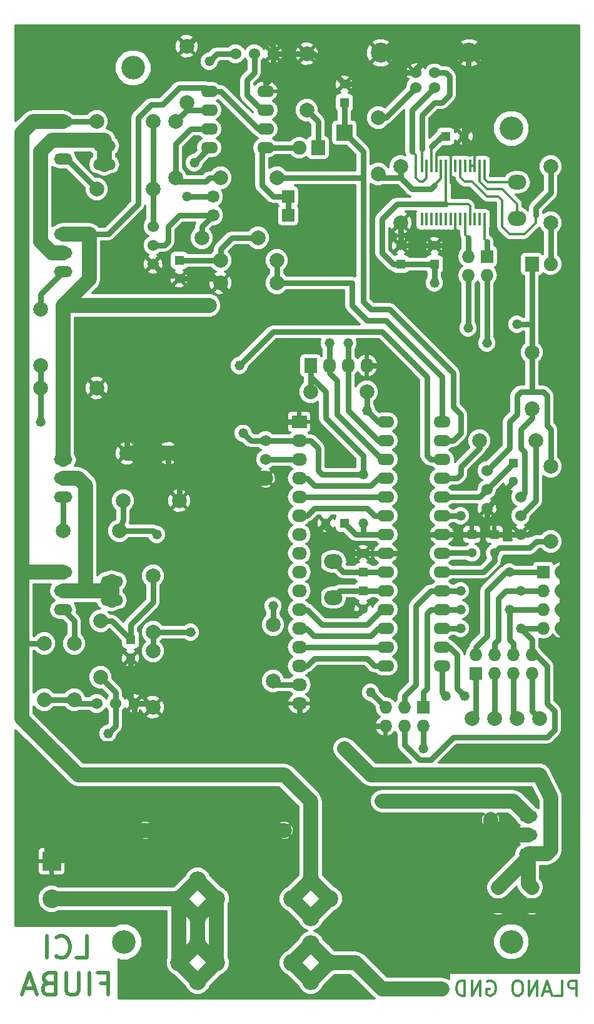
<source format=gbl>
G04 #@! TF.FileFunction,Copper,L2,Bot,Signal*
%FSLAX46Y46*%
G04 Gerber Fmt 4.6, Leading zero omitted, Abs format (unit mm)*
G04 Created by KiCad (PCBNEW 4.0.4+e1-6308~48~ubuntu16.04.1-stable) date Sun Dec 18 11:50:34 2016*
%MOMM*%
%LPD*%
G01*
G04 APERTURE LIST*
%ADD10C,0.100000*%
%ADD11C,0.300000*%
%ADD12C,0.500000*%
%ADD13C,1.998980*%
%ADD14R,1.300000X1.300000*%
%ADD15C,1.300000*%
%ADD16R,0.450000X1.750000*%
%ADD17R,1.900000X2.000000*%
%ADD18C,1.900000*%
%ADD19C,1.524000*%
%ADD20C,1.699260*%
%ADD21R,1.699260X1.699260*%
%ADD22R,2.032000X1.727200*%
%ADD23O,2.032000X1.727200*%
%ADD24C,2.349500*%
%ADD25O,2.300000X1.600000*%
%ADD26R,2.540000X2.540000*%
%ADD27C,2.540000*%
%ADD28R,1.727200X1.727200*%
%ADD29O,1.727200X1.727200*%
%ADD30R,1.727200X2.032000*%
%ADD31O,1.727200X2.032000*%
%ADD32C,2.700020*%
%ADD33R,2.235200X2.235200*%
%ADD34O,2.499360X1.501140*%
%ADD35C,2.000000*%
%ADD36O,2.499360X1.998980*%
%ADD37C,1.600000*%
%ADD38O,3.014980X1.506220*%
%ADD39C,3.200000*%
%ADD40C,1.320800*%
%ADD41C,0.762000*%
%ADD42C,2.032000*%
%ADD43C,0.304800*%
G04 APERTURE END LIST*
D10*
D11*
X277843239Y-152288762D02*
X277843239Y-150288762D01*
X277081334Y-150288762D01*
X276890858Y-150384000D01*
X276795619Y-150479238D01*
X276700381Y-150669714D01*
X276700381Y-150955429D01*
X276795619Y-151145905D01*
X276890858Y-151241143D01*
X277081334Y-151336381D01*
X277843239Y-151336381D01*
X274890858Y-152288762D02*
X275843239Y-152288762D01*
X275843239Y-150288762D01*
X274319429Y-151717333D02*
X273367048Y-151717333D01*
X274509905Y-152288762D02*
X273843238Y-150288762D01*
X273176571Y-152288762D01*
X272509905Y-152288762D02*
X272509905Y-150288762D01*
X271367047Y-152288762D01*
X271367047Y-150288762D01*
X270033714Y-150288762D02*
X269652762Y-150288762D01*
X269462286Y-150384000D01*
X269271809Y-150574476D01*
X269176571Y-150955429D01*
X269176571Y-151622095D01*
X269271809Y-152003048D01*
X269462286Y-152193524D01*
X269652762Y-152288762D01*
X270033714Y-152288762D01*
X270224190Y-152193524D01*
X270414667Y-152003048D01*
X270509905Y-151622095D01*
X270509905Y-150955429D01*
X270414667Y-150574476D01*
X270224190Y-150384000D01*
X270033714Y-150288762D01*
X265747999Y-150384000D02*
X265938476Y-150288762D01*
X266224190Y-150288762D01*
X266509904Y-150384000D01*
X266700380Y-150574476D01*
X266795619Y-150764952D01*
X266890857Y-151145905D01*
X266890857Y-151431619D01*
X266795619Y-151812571D01*
X266700380Y-152003048D01*
X266509904Y-152193524D01*
X266224190Y-152288762D01*
X266033714Y-152288762D01*
X265747999Y-152193524D01*
X265652761Y-152098286D01*
X265652761Y-151431619D01*
X266033714Y-151431619D01*
X264795619Y-152288762D02*
X264795619Y-150288762D01*
X263652761Y-152288762D01*
X263652761Y-150288762D01*
X262700381Y-152288762D02*
X262700381Y-150288762D01*
X262224190Y-150288762D01*
X261938476Y-150384000D01*
X261748000Y-150574476D01*
X261652761Y-150764952D01*
X261557523Y-151145905D01*
X261557523Y-151431619D01*
X261652761Y-151812571D01*
X261748000Y-152003048D01*
X261938476Y-152193524D01*
X262224190Y-152288762D01*
X262700381Y-152288762D01*
D12*
X210073714Y-147193143D02*
X211502285Y-147193143D01*
X211502285Y-144193143D01*
X207359429Y-146907429D02*
X207502286Y-147050286D01*
X207930857Y-147193143D01*
X208216571Y-147193143D01*
X208645143Y-147050286D01*
X208930857Y-146764571D01*
X209073714Y-146478857D01*
X209216571Y-145907429D01*
X209216571Y-145478857D01*
X209073714Y-144907429D01*
X208930857Y-144621714D01*
X208645143Y-144336000D01*
X208216571Y-144193143D01*
X207930857Y-144193143D01*
X207502286Y-144336000D01*
X207359429Y-144478857D01*
X206073714Y-147193143D02*
X206073714Y-144193143D01*
X213430857Y-150621714D02*
X214430857Y-150621714D01*
X214430857Y-152193143D02*
X214430857Y-149193143D01*
X213002286Y-149193143D01*
X211859428Y-152193143D02*
X211859428Y-149193143D01*
X210430857Y-149193143D02*
X210430857Y-151621714D01*
X210288000Y-151907429D01*
X210145143Y-152050286D01*
X209859429Y-152193143D01*
X209288000Y-152193143D01*
X209002286Y-152050286D01*
X208859429Y-151907429D01*
X208716572Y-151621714D01*
X208716572Y-149193143D01*
X206288000Y-150621714D02*
X205859429Y-150764571D01*
X205716572Y-150907429D01*
X205573715Y-151193143D01*
X205573715Y-151621714D01*
X205716572Y-151907429D01*
X205859429Y-152050286D01*
X206145143Y-152193143D01*
X207288000Y-152193143D01*
X207288000Y-149193143D01*
X206288000Y-149193143D01*
X206002286Y-149336000D01*
X205859429Y-149478857D01*
X205716572Y-149764571D01*
X205716572Y-150050286D01*
X205859429Y-150336000D01*
X206002286Y-150478857D01*
X206288000Y-150621714D01*
X207288000Y-150621714D01*
X204430857Y-151336000D02*
X203002286Y-151336000D01*
X204716572Y-152193143D02*
X203716572Y-149193143D01*
X202716572Y-152193143D01*
D13*
X227076000Y-49784000D03*
X234696000Y-49784000D03*
D14*
X224028000Y-52832000D03*
D15*
X224028000Y-55332000D03*
D13*
X220472000Y-34036000D03*
X212852000Y-34036000D03*
D16*
X265337000Y-47288000D03*
X264687000Y-47288000D03*
X264037000Y-47288000D03*
X263387000Y-47288000D03*
X262737000Y-47288000D03*
X262087000Y-47288000D03*
X261437000Y-47288000D03*
X260787000Y-47288000D03*
X260137000Y-47288000D03*
X259487000Y-47288000D03*
X258837000Y-47288000D03*
X258187000Y-47288000D03*
X257537000Y-47288000D03*
X256887000Y-47288000D03*
X256887000Y-40088000D03*
X257537000Y-40088000D03*
X258187000Y-40088000D03*
X258837000Y-40088000D03*
X259487000Y-40088000D03*
X260137000Y-40088000D03*
X260787000Y-40088000D03*
X261437000Y-40088000D03*
X262087000Y-40088000D03*
X262737000Y-40088000D03*
X263387000Y-40088000D03*
X264037000Y-40088000D03*
X264687000Y-40088000D03*
X265337000Y-40088000D03*
D17*
X271780000Y-53340000D03*
D18*
X274320000Y-53340000D03*
D19*
X235712000Y-79756000D03*
X235712000Y-82296000D03*
X235712000Y-77216000D03*
D13*
X222504000Y-58928000D03*
X222504000Y-78928000D03*
D14*
X266192000Y-125984000D03*
D15*
X266192000Y-128484000D03*
D14*
X267208000Y-137668000D03*
D15*
X267208000Y-140168000D03*
D14*
X271780000Y-137668000D03*
D15*
X271780000Y-140168000D03*
D14*
X246380000Y-31496000D03*
D15*
X246380000Y-28996000D03*
D14*
X254000000Y-53340000D03*
D15*
X254000000Y-50840000D03*
D14*
X217424000Y-104140000D03*
D15*
X217424000Y-106640000D03*
D14*
X238252000Y-122428000D03*
D15*
X238252000Y-129928000D03*
D17*
X242824000Y-37592000D03*
D18*
X240284000Y-37592000D03*
D20*
X228599480Y-46738540D03*
D21*
X238759480Y-46738540D03*
D20*
X228599480Y-44198540D03*
D21*
X238759480Y-44198540D03*
D22*
X240284000Y-74676000D03*
D23*
X240284000Y-77216000D03*
X240284000Y-79756000D03*
X240284000Y-82296000D03*
X240284000Y-84836000D03*
X240284000Y-87376000D03*
X240284000Y-89916000D03*
X240284000Y-92456000D03*
X240284000Y-94996000D03*
X240284000Y-97536000D03*
X240284000Y-100076000D03*
X240284000Y-102616000D03*
X240284000Y-105156000D03*
X240284000Y-107696000D03*
X240284000Y-110236000D03*
X240284000Y-112776000D03*
D24*
X239308640Y-139192000D03*
X244388640Y-139192000D03*
X229069900Y-139192000D03*
X223989900Y-139192000D03*
X241848640Y-136652000D03*
X241848640Y-141732000D03*
X226529900Y-136652000D03*
X226529900Y-141732000D03*
X239308640Y-147828000D03*
X244388640Y-147828000D03*
X229069900Y-147828000D03*
X223989900Y-147828000D03*
X241848640Y-145288000D03*
X241848640Y-150368000D03*
X226529900Y-145288000D03*
X226529900Y-150368000D03*
D25*
X251968000Y-74676000D03*
X251968000Y-77216000D03*
X251968000Y-79756000D03*
X251968000Y-82296000D03*
X251968000Y-84836000D03*
X251968000Y-87376000D03*
X251968000Y-89916000D03*
X251968000Y-92456000D03*
X251968000Y-94996000D03*
X251968000Y-97536000D03*
X251968000Y-100076000D03*
X251968000Y-102616000D03*
X251968000Y-105156000D03*
X251968000Y-107696000D03*
X259588000Y-107696000D03*
X259588000Y-105156000D03*
X259588000Y-102616000D03*
X259588000Y-100076000D03*
X259588000Y-97536000D03*
X259588000Y-94996000D03*
X259588000Y-92456000D03*
X259588000Y-89916000D03*
X259588000Y-87376000D03*
X259588000Y-84836000D03*
X259588000Y-82296000D03*
X259588000Y-79756000D03*
X259588000Y-77216000D03*
X259588000Y-74676000D03*
D13*
X274320000Y-90853260D03*
X274320000Y-80693260D03*
D26*
X206756000Y-134112000D03*
D27*
X206756000Y-139192000D03*
D28*
X257048000Y-113284000D03*
D29*
X257048000Y-115824000D03*
X254508000Y-113284000D03*
X254508000Y-115824000D03*
X251968000Y-113284000D03*
X251968000Y-115824000D03*
D30*
X241808000Y-67056000D03*
D31*
X244348000Y-67056000D03*
X246888000Y-67056000D03*
X249428000Y-67056000D03*
D28*
X265684000Y-52324000D03*
D29*
X265684000Y-54864000D03*
X263144000Y-52324000D03*
X263144000Y-54864000D03*
D19*
X258572000Y-29464000D03*
X256032000Y-29464000D03*
X256032000Y-27465020D03*
X258572000Y-27465020D03*
D32*
X263301480Y-24765000D03*
X251302520Y-24765000D03*
D33*
X246380000Y-35560000D03*
D28*
X273304000Y-94996000D03*
D29*
X275844000Y-94996000D03*
X273304000Y-97536000D03*
X275844000Y-97536000D03*
X273304000Y-100076000D03*
X275844000Y-100076000D03*
X273304000Y-102616000D03*
X275844000Y-102616000D03*
D34*
X208280000Y-36576000D03*
X208280000Y-39116000D03*
X208280000Y-34036000D03*
X208280000Y-97536000D03*
X208280000Y-100076000D03*
X208280000Y-94996000D03*
D19*
X220472000Y-50800000D03*
X220472000Y-48260000D03*
X220472000Y-53340000D03*
X215392000Y-112776000D03*
X212852000Y-112776000D03*
X217932000Y-112776000D03*
D34*
X208280000Y-51816000D03*
X208280000Y-54356000D03*
X208280000Y-49276000D03*
X208280000Y-82296000D03*
X208280000Y-84836000D03*
X208280000Y-79756000D03*
D13*
X225044000Y-23876000D03*
X225044000Y-31496000D03*
X223520000Y-41656000D03*
X223520000Y-34036000D03*
X229616000Y-55880000D03*
X237236000Y-55880000D03*
X237236000Y-41656000D03*
X229616000Y-41656000D03*
X229616000Y-52832000D03*
X237236000Y-52832000D03*
X205232000Y-70104000D03*
X212852000Y-70104000D03*
X205232000Y-59436000D03*
X205232000Y-67056000D03*
X220472000Y-43180000D03*
X212852000Y-43180000D03*
X228092000Y-58928000D03*
X228092000Y-78928000D03*
X216916000Y-58928000D03*
X216916000Y-78928000D03*
X209804000Y-112268000D03*
X209804000Y-104648000D03*
X208280000Y-89408000D03*
X215900000Y-89408000D03*
X205740000Y-112268000D03*
X205740000Y-104648000D03*
X216408000Y-85344000D03*
X224028000Y-85344000D03*
X213360000Y-109220000D03*
X213360000Y-101600000D03*
X220472000Y-113284000D03*
X220472000Y-105664000D03*
X241808000Y-70612000D03*
X249428000Y-70612000D03*
X272796000Y-122428000D03*
X272796000Y-114808000D03*
X269748000Y-122428000D03*
X269748000Y-114808000D03*
X266700000Y-122428000D03*
X266700000Y-114808000D03*
X272288000Y-77216000D03*
X264668000Y-77216000D03*
X263652000Y-122428000D03*
X263652000Y-114808000D03*
X250952000Y-33528000D03*
X250952000Y-41148000D03*
X254000000Y-40132000D03*
X254000000Y-47752000D03*
X274320000Y-47752000D03*
X274320000Y-40132000D03*
X236728000Y-102108000D03*
X236728000Y-109728000D03*
X241300000Y-24892000D03*
X241300000Y-32512000D03*
X220472000Y-95504000D03*
X220472000Y-103124000D03*
D19*
X265684000Y-83820000D03*
X265684000Y-81280000D03*
X265684000Y-86360000D03*
X234188000Y-24892000D03*
X236728000Y-24892000D03*
X231648000Y-24892000D03*
D35*
X271780000Y-65288160D03*
X271780000Y-72887840D03*
D25*
X235712000Y-37592000D03*
X235712000Y-35052000D03*
X235712000Y-32512000D03*
X235712000Y-29972000D03*
X228092000Y-29972000D03*
X228092000Y-32512000D03*
X228092000Y-35052000D03*
X228092000Y-37592000D03*
D36*
X244856000Y-93571060D03*
X244856000Y-98452940D03*
X269748000Y-47144940D03*
X269748000Y-42263060D03*
D34*
X271272000Y-130556000D03*
X271272000Y-128016000D03*
X271272000Y-133096000D03*
D37*
X259588000Y-125984000D03*
X259588000Y-151384000D03*
X251460000Y-125984000D03*
X251460000Y-151384000D03*
D14*
X219456000Y-122428000D03*
D15*
X219456000Y-129928000D03*
D14*
X248920000Y-94996000D03*
D15*
X248920000Y-92496000D03*
D14*
X248920000Y-97536000D03*
D15*
X248920000Y-100036000D03*
D14*
X266700000Y-89916000D03*
D15*
X266700000Y-92416000D03*
D14*
X263652000Y-89916000D03*
D15*
X263652000Y-92416000D03*
D14*
X246380000Y-88392000D03*
D15*
X243880000Y-88392000D03*
D14*
X269240000Y-80264000D03*
D15*
X269240000Y-82764000D03*
D14*
X258572000Y-53340000D03*
D15*
X258572000Y-50840000D03*
D14*
X260096000Y-36068000D03*
D15*
X262596000Y-36068000D03*
D19*
X270256000Y-87376000D03*
X270256000Y-89916000D03*
X270256000Y-84836000D03*
D38*
X213868000Y-39878000D03*
X213868000Y-37338000D03*
X214884000Y-98806000D03*
X214884000Y-96266000D03*
D28*
X264160000Y-108712000D03*
D29*
X264160000Y-106172000D03*
X266700000Y-108712000D03*
X266700000Y-106172000D03*
X269240000Y-108712000D03*
X269240000Y-106172000D03*
X271780000Y-108712000D03*
X271780000Y-106172000D03*
D39*
X217805000Y-26797000D03*
X269000000Y-35000000D03*
X269000000Y-145000000D03*
X216535000Y-145034000D03*
D40*
X206248000Y-123444000D03*
X211328000Y-118364000D03*
X226060000Y-39624000D03*
X228092000Y-25908000D03*
X248920000Y-81788000D03*
X248920000Y-88392000D03*
X269748000Y-61468000D03*
X258572000Y-55880000D03*
X236728000Y-99568000D03*
X257048000Y-118872000D03*
X246380000Y-118872000D03*
X232664000Y-76200000D03*
X225044000Y-44196000D03*
X214376000Y-116840000D03*
X249428000Y-73152000D03*
X249936000Y-111252000D03*
X265684000Y-64008000D03*
X246888000Y-64008000D03*
X263144000Y-61976000D03*
X244348000Y-64008000D03*
X260096000Y-111760000D03*
X205232000Y-74676000D03*
X220980000Y-89916000D03*
X262636000Y-111760000D03*
X262128000Y-102616000D03*
X270256000Y-102616000D03*
X268732000Y-100076000D03*
X262128000Y-100076000D03*
X262128000Y-97536000D03*
X270256000Y-97536000D03*
X232156000Y-67056000D03*
X225552000Y-103124000D03*
X262128000Y-87376000D03*
X268732000Y-94996000D03*
D41*
X212852000Y-34036000D02*
X208280000Y-34036000D01*
D42*
X208280000Y-94996000D02*
X202692000Y-94996000D01*
X202692000Y-94996000D02*
X202692000Y-95504000D01*
D41*
X205740000Y-104648000D02*
X202692000Y-104648000D01*
X203200000Y-105156000D02*
X202692000Y-105156000D01*
X202692000Y-104648000D02*
X203200000Y-105156000D01*
D42*
X202692000Y-91948000D02*
X202692000Y-95504000D01*
X202692000Y-95504000D02*
X202692000Y-105156000D01*
X202692000Y-105156000D02*
X202692000Y-114808000D01*
X202692000Y-114808000D02*
X203708000Y-115824000D01*
X202692000Y-56388000D02*
X202692000Y-35560000D01*
X204216000Y-34036000D02*
X208280000Y-34036000D01*
X202692000Y-35560000D02*
X204216000Y-34036000D01*
X202692000Y-56388000D02*
X202692000Y-91948000D01*
X219456000Y-122428000D02*
X210312000Y-122428000D01*
X210312000Y-122428000D02*
X203708000Y-115824000D01*
X238252000Y-122428000D02*
X219456000Y-122428000D01*
X241848640Y-136652000D02*
X241848640Y-126024640D01*
X241848640Y-126024640D02*
X238252000Y-122428000D01*
X239308640Y-139192000D02*
X241848640Y-141732000D01*
X241848640Y-141732000D02*
X244388640Y-139192000D01*
X244388640Y-139192000D02*
X241848640Y-136652000D01*
X241848640Y-136652000D02*
X239308640Y-139192000D01*
X239308640Y-139192000D02*
X241848640Y-136652000D01*
D41*
X241300000Y-24892000D02*
X242276000Y-24892000D01*
X242276000Y-24892000D02*
X246380000Y-28996000D01*
X236728000Y-24892000D02*
X241300000Y-24892000D01*
X229616000Y-55880000D02*
X229108000Y-55880000D01*
X229108000Y-55880000D02*
X231140000Y-57912000D01*
X224028000Y-55332000D02*
X229068000Y-55332000D01*
X229068000Y-55332000D02*
X229616000Y-55880000D01*
X220472000Y-53340000D02*
X221996000Y-54864000D01*
X223560000Y-54864000D02*
X224028000Y-55332000D01*
X221996000Y-54864000D02*
X223560000Y-54864000D01*
D42*
X228092000Y-78928000D02*
X228092000Y-62992000D01*
X228092000Y-62992000D02*
X231140000Y-59944000D01*
X231140000Y-59944000D02*
X231140000Y-57912000D01*
D41*
X230632000Y-22860000D02*
X226060000Y-22860000D01*
X226060000Y-22860000D02*
X225044000Y-23876000D01*
X216916000Y-78928000D02*
X216916000Y-74168000D01*
X216916000Y-74168000D02*
X212852000Y-70104000D01*
X270256000Y-89916000D02*
X271272000Y-89916000D01*
X273812000Y-87376000D02*
X276860000Y-87376000D01*
X271272000Y-89916000D02*
X273812000Y-87376000D01*
D43*
X260787000Y-40088000D02*
X260787000Y-42347000D01*
X260604000Y-50880000D02*
X260564000Y-50840000D01*
X260604000Y-62992000D02*
X260604000Y-50880000D01*
X263144000Y-65532000D02*
X260604000Y-62992000D01*
X267716000Y-65532000D02*
X263144000Y-65532000D01*
X267716000Y-60452000D02*
X267716000Y-65532000D01*
X268732000Y-59436000D02*
X267716000Y-60452000D01*
X268732000Y-51308000D02*
X268732000Y-59436000D01*
X266700000Y-49276000D02*
X268732000Y-51308000D01*
X266700000Y-45720000D02*
X266700000Y-49276000D01*
X266192000Y-45212000D02*
X266700000Y-45720000D01*
X264668000Y-45212000D02*
X266192000Y-45212000D01*
X263144000Y-43688000D02*
X264668000Y-45212000D01*
X262128000Y-43688000D02*
X263144000Y-43688000D01*
X260787000Y-42347000D02*
X262128000Y-43688000D01*
D41*
X254000000Y-47752000D02*
X254000000Y-50840000D01*
D42*
X228092000Y-78928000D02*
X228092000Y-118872000D01*
D41*
X217932000Y-112776000D02*
X219964000Y-112776000D01*
X219964000Y-112776000D02*
X220472000Y-113284000D01*
X217424000Y-106640000D02*
X217424000Y-112268000D01*
X217424000Y-112268000D02*
X217932000Y-112776000D01*
X217932000Y-112776000D02*
X217932000Y-118872000D01*
X217932000Y-118872000D02*
X217932000Y-118364000D01*
X217932000Y-118364000D02*
X217932000Y-118872000D01*
D42*
X266192000Y-128484000D02*
X266192000Y-129540000D01*
X266192000Y-129540000D02*
X267208000Y-130556000D01*
D41*
X236728000Y-23876000D02*
X236728000Y-24892000D01*
X235712000Y-22860000D02*
X236728000Y-23876000D01*
X230632000Y-22860000D02*
X235712000Y-22860000D01*
D42*
X232664000Y-118872000D02*
X228092000Y-118872000D01*
X228092000Y-118872000D02*
X217932000Y-118872000D01*
X217932000Y-118872000D02*
X211836000Y-118872000D01*
X206756000Y-123952000D02*
X206248000Y-123444000D01*
X206756000Y-134112000D02*
X206756000Y-123952000D01*
X211836000Y-118872000D02*
X211328000Y-118364000D01*
X235712000Y-82296000D02*
X232664000Y-82296000D01*
X231836000Y-78928000D02*
X228092000Y-78928000D01*
X232664000Y-79756000D02*
X231836000Y-78928000D01*
X232664000Y-82296000D02*
X232664000Y-79756000D01*
D41*
X262636000Y-37592000D02*
X262636000Y-35052000D01*
X262636000Y-35052000D02*
X262636000Y-35560000D01*
X262636000Y-35560000D02*
X262636000Y-35052000D01*
X262636000Y-35052000D02*
X263104000Y-34584000D01*
X263104000Y-34584000D02*
X263104000Y-34036000D01*
D43*
X260787000Y-40088000D02*
X260787000Y-37592000D01*
X260787000Y-37592000D02*
X260604000Y-37592000D01*
X258837000Y-40088000D02*
X258837000Y-38343000D01*
X264037000Y-38485000D02*
X264037000Y-40088000D01*
X263144000Y-37592000D02*
X264037000Y-38485000D01*
X259588000Y-37592000D02*
X260604000Y-37592000D01*
X260604000Y-37592000D02*
X262636000Y-37592000D01*
X262636000Y-37592000D02*
X263144000Y-37592000D01*
X258837000Y-38343000D02*
X259588000Y-37592000D01*
D41*
X263104000Y-34036000D02*
X263144000Y-34036000D01*
D43*
X261437000Y-47288000D02*
X261437000Y-49967000D01*
D41*
X261437000Y-49967000D02*
X260564000Y-50840000D01*
X260564000Y-50840000D02*
X258572000Y-50840000D01*
X249428000Y-67056000D02*
X254000000Y-67056000D01*
X256032000Y-88392000D02*
X257556000Y-89916000D01*
X256032000Y-69088000D02*
X256032000Y-88392000D01*
X254000000Y-67056000D02*
X256032000Y-69088000D01*
X258572000Y-50840000D02*
X254000000Y-50840000D01*
X240284000Y-112776000D02*
X240284000Y-118364000D01*
X240284000Y-118364000D02*
X240792000Y-118872000D01*
D42*
X263301480Y-24765000D02*
X251302520Y-24765000D01*
X272161000Y-24765000D02*
X263301480Y-24765000D01*
X276860000Y-96012000D02*
X276860000Y-87376000D01*
X276860000Y-87376000D02*
X276860000Y-29464000D01*
X276860000Y-29464000D02*
X272161000Y-24765000D01*
D41*
X269240000Y-82764000D02*
X269240000Y-82804000D01*
X269240000Y-82804000D02*
X265684000Y-86360000D01*
X269240000Y-82764000D02*
X269240000Y-82804000D01*
X269240000Y-82804000D02*
X265684000Y-86360000D01*
X265684000Y-86360000D02*
X265684000Y-89916000D01*
X251968000Y-115824000D02*
X243840000Y-115824000D01*
X243840000Y-115824000D02*
X240792000Y-118872000D01*
X248920000Y-92496000D02*
X247436000Y-92496000D01*
X247436000Y-92496000D02*
X243880000Y-88940000D01*
X243880000Y-88940000D02*
X243880000Y-88392000D01*
X248920000Y-100036000D02*
X248372000Y-100584000D01*
X242824000Y-89448000D02*
X243880000Y-88392000D01*
X242824000Y-99568000D02*
X242824000Y-89448000D01*
X243840000Y-100584000D02*
X242824000Y-99568000D01*
X248372000Y-100584000D02*
X243840000Y-100584000D01*
X251968000Y-92456000D02*
X255016000Y-92456000D01*
X257556000Y-89916000D02*
X259588000Y-89916000D01*
X255016000Y-92456000D02*
X257556000Y-89916000D01*
X277368000Y-89916000D02*
X277368000Y-29972000D01*
X272161000Y-24765000D02*
X263301480Y-24765000D01*
X277368000Y-29972000D02*
X272161000Y-24765000D01*
X269240000Y-82804000D02*
X265684000Y-86360000D01*
X276860000Y-96012000D02*
X276860000Y-94488000D01*
X276860000Y-94488000D02*
X277368000Y-93980000D01*
X277368000Y-93980000D02*
X277368000Y-89916000D01*
D42*
X276860000Y-98552000D02*
X276860000Y-96012000D01*
X276860000Y-96012000D02*
X275844000Y-94996000D01*
X276860000Y-101600000D02*
X276860000Y-98552000D01*
X276860000Y-98552000D02*
X275844000Y-97536000D01*
X276860000Y-103632000D02*
X276860000Y-101600000D01*
X276860000Y-101600000D02*
X276860000Y-101092000D01*
X276860000Y-101092000D02*
X275844000Y-100076000D01*
X276860000Y-105664000D02*
X276860000Y-103632000D01*
X275376000Y-140168000D02*
X276860000Y-138684000D01*
X276860000Y-138684000D02*
X276860000Y-105664000D01*
X271780000Y-140168000D02*
X275376000Y-140168000D01*
X276860000Y-103632000D02*
X275844000Y-102616000D01*
X271272000Y-130556000D02*
X267208000Y-130556000D01*
X262128000Y-135636000D02*
X262128000Y-140168000D01*
X267208000Y-130556000D02*
X262128000Y-135636000D01*
X267208000Y-140168000D02*
X262128000Y-140168000D01*
X262128000Y-140168000D02*
X252944000Y-140168000D01*
X246888000Y-134112000D02*
X246888000Y-127508000D01*
X252944000Y-140168000D02*
X246888000Y-134112000D01*
X271780000Y-140168000D02*
X267208000Y-140168000D01*
D41*
X246380000Y-28996000D02*
X251420000Y-28996000D01*
X252950980Y-27465020D02*
X256032000Y-27465020D01*
X251420000Y-28996000D02*
X252950980Y-27465020D01*
X235712000Y-29972000D02*
X235712000Y-28956000D01*
X236728000Y-27940000D02*
X236728000Y-24892000D01*
X235712000Y-28956000D02*
X236728000Y-27940000D01*
X236220000Y-118872000D02*
X236220000Y-118364000D01*
X236220000Y-118364000D02*
X236220000Y-118872000D01*
X224028000Y-82296000D02*
X222504000Y-80772000D01*
X222504000Y-80772000D02*
X222504000Y-78928000D01*
X256032000Y-27465020D02*
X256032000Y-26924000D01*
X256032000Y-26924000D02*
X257556000Y-25400000D01*
X257556000Y-25400000D02*
X260096000Y-25400000D01*
X260096000Y-25400000D02*
X263144000Y-28448000D01*
X251302520Y-24765000D02*
X263301480Y-24765000D01*
X263144000Y-34036000D02*
X263144000Y-28448000D01*
X263144000Y-28448000D02*
X263144000Y-24922480D01*
X263144000Y-24922480D02*
X263301480Y-24765000D01*
D43*
X264037000Y-40088000D02*
X263387000Y-40088000D01*
X263104000Y-34076000D02*
X263104000Y-34036000D01*
D42*
X246888000Y-127508000D02*
X246888000Y-124460000D01*
X241300000Y-118872000D02*
X240792000Y-118872000D01*
X240792000Y-118872000D02*
X236220000Y-118872000D01*
X246888000Y-124460000D02*
X241300000Y-118872000D01*
X236220000Y-118872000D02*
X234188000Y-118872000D01*
X234188000Y-118872000D02*
X232664000Y-118872000D01*
D41*
X228092000Y-78928000D02*
X228092000Y-76708000D01*
X228092000Y-76708000D02*
X230124000Y-74676000D01*
X230124000Y-74676000D02*
X240284000Y-74676000D01*
X224028000Y-85344000D02*
X224028000Y-82296000D01*
D42*
X228092000Y-78928000D02*
X222504000Y-78928000D01*
X216916000Y-78928000D02*
X222504000Y-78928000D01*
X219456000Y-129928000D02*
X210940000Y-129928000D01*
X210940000Y-129928000D02*
X206756000Y-134112000D01*
X238252000Y-129928000D02*
X219456000Y-129928000D01*
D41*
X266700000Y-89916000D02*
X267208000Y-89916000D01*
X267208000Y-89916000D02*
X270256000Y-89916000D01*
X263692000Y-89876000D02*
X263652000Y-89916000D01*
X263652000Y-89916000D02*
X265684000Y-89916000D01*
X265684000Y-89916000D02*
X266700000Y-89916000D01*
X259588000Y-89916000D02*
X263652000Y-89916000D01*
X251968000Y-92456000D02*
X251928000Y-92496000D01*
X251928000Y-92496000D02*
X248920000Y-92496000D01*
X231140000Y-57912000D02*
X231140000Y-57404000D01*
X228092000Y-37592000D02*
X226060000Y-39624000D01*
X229108000Y-24892000D02*
X231648000Y-24892000D01*
X228092000Y-25908000D02*
X229108000Y-24892000D01*
X273304000Y-70612000D02*
X273812000Y-71120000D01*
X273812000Y-75184000D02*
X274320000Y-75692000D01*
X273812000Y-71120000D02*
X273812000Y-75184000D01*
X245364000Y-75692000D02*
X243840000Y-74168000D01*
X241808000Y-68580000D02*
X241808000Y-69088000D01*
X243840000Y-70612000D02*
X241808000Y-68580000D01*
X243840000Y-74168000D02*
X243840000Y-70612000D01*
X248920000Y-89916000D02*
X248920000Y-88392000D01*
X248920000Y-79248000D02*
X248920000Y-81788000D01*
X242824000Y-81280000D02*
X243332000Y-81788000D01*
X241808000Y-77216000D02*
X242824000Y-78232000D01*
X242824000Y-78232000D02*
X242824000Y-79756000D01*
X240284000Y-77216000D02*
X241808000Y-77216000D01*
X242824000Y-81280000D02*
X242824000Y-79756000D01*
X243332000Y-81788000D02*
X248920000Y-81788000D01*
X245364000Y-75692000D02*
X248920000Y-79248000D01*
X271780000Y-69088000D02*
X271780000Y-70612000D01*
X270256000Y-70612000D02*
X271780000Y-70612000D01*
X269748000Y-71120000D02*
X270256000Y-70612000D01*
X268732000Y-78232000D02*
X268732000Y-74676000D01*
X268732000Y-74676000D02*
X269748000Y-73660000D01*
X269748000Y-73660000D02*
X269748000Y-71120000D01*
X265684000Y-81280000D02*
X268732000Y-78232000D01*
X271780000Y-70612000D02*
X273304000Y-70612000D01*
X257048000Y-45212000D02*
X253492000Y-45212000D01*
X253492000Y-45212000D02*
X251460000Y-47244000D01*
D43*
X263387000Y-47288000D02*
X263387000Y-45455000D01*
X263144000Y-45212000D02*
X260137000Y-45212000D01*
X263387000Y-45455000D02*
X263144000Y-45212000D01*
X260137000Y-42164000D02*
X260137000Y-45212000D01*
X260137000Y-45212000D02*
X260096000Y-45212000D01*
D41*
X258572000Y-45212000D02*
X260096000Y-45212000D01*
X251460000Y-47244000D02*
X251460000Y-51816000D01*
X251460000Y-51816000D02*
X252984000Y-53340000D01*
X252984000Y-53340000D02*
X254000000Y-53340000D01*
X258572000Y-45212000D02*
X257048000Y-45212000D01*
X269748000Y-61468000D02*
X271780000Y-61468000D01*
X258572000Y-53340000D02*
X258572000Y-55880000D01*
X274320000Y-80693260D02*
X274320000Y-75692000D01*
X271780000Y-69088000D02*
X271780000Y-65288160D01*
X271780000Y-53340000D02*
X271780000Y-61468000D01*
X271780000Y-61468000D02*
X271780000Y-61976000D01*
X271780000Y-61976000D02*
X271780000Y-65288160D01*
X236728000Y-102108000D02*
X236728000Y-99568000D01*
X257048000Y-115824000D02*
X257048000Y-118872000D01*
D42*
X263652000Y-122428000D02*
X255524000Y-122428000D01*
X255524000Y-122428000D02*
X249936000Y-122428000D01*
X249936000Y-122428000D02*
X246380000Y-118872000D01*
X266700000Y-122428000D02*
X263652000Y-122428000D01*
X269748000Y-122428000D02*
X266700000Y-122428000D01*
X272796000Y-122428000D02*
X269748000Y-122428000D01*
D41*
X235712000Y-77216000D02*
X240284000Y-77216000D01*
X235712000Y-77216000D02*
X233680000Y-77216000D01*
X233680000Y-77216000D02*
X232664000Y-76200000D01*
X241808000Y-70612000D02*
X241808000Y-69088000D01*
X241808000Y-69088000D02*
X241808000Y-67056000D01*
X254000000Y-53340000D02*
X258572000Y-53340000D01*
D43*
X260137000Y-42164000D02*
X260137000Y-40088000D01*
D41*
X251968000Y-89916000D02*
X248920000Y-89916000D01*
X248920000Y-89916000D02*
X247904000Y-89916000D01*
X247904000Y-89916000D02*
X246380000Y-88392000D01*
D42*
X271272000Y-133096000D02*
X273812000Y-133096000D01*
X274320000Y-125476000D02*
X272796000Y-122428000D01*
X274320000Y-132588000D02*
X274320000Y-125476000D01*
X273812000Y-133096000D02*
X274320000Y-132588000D01*
X267208000Y-137668000D02*
X271272000Y-133604000D01*
X271272000Y-133604000D02*
X271272000Y-133096000D01*
X271780000Y-137668000D02*
X271272000Y-137160000D01*
X271272000Y-137160000D02*
X271272000Y-133096000D01*
D41*
X232664000Y-76200000D02*
X233680000Y-77216000D01*
X225044000Y-31496000D02*
X225044000Y-32004000D01*
X225044000Y-32004000D02*
X225552000Y-32512000D01*
X228092000Y-32512000D02*
X225552000Y-32512000D01*
X225552000Y-32512000D02*
X225044000Y-32512000D01*
X225044000Y-32512000D02*
X223520000Y-34036000D01*
X228600000Y-32512000D02*
X228092000Y-32512000D01*
X269240000Y-80264000D02*
X265684000Y-83820000D01*
X265684000Y-83820000D02*
X264668000Y-84836000D01*
X264668000Y-84836000D02*
X259588000Y-84836000D01*
X260096000Y-84836000D02*
X259588000Y-84836000D01*
D42*
X251460000Y-125984000D02*
X259588000Y-125984000D01*
X259588000Y-125984000D02*
X266192000Y-125984000D01*
X266192000Y-125984000D02*
X269240000Y-125984000D01*
X269240000Y-125984000D02*
X271272000Y-128016000D01*
D41*
X237236000Y-41656000D02*
X248920000Y-41656000D01*
X249936000Y-59436000D02*
X248920000Y-58420000D01*
X261112000Y-68072000D02*
X252476000Y-59436000D01*
X262128000Y-76200000D02*
X262128000Y-73660000D01*
X261112000Y-77216000D02*
X262128000Y-76200000D01*
X259588000Y-77216000D02*
X261112000Y-77216000D01*
X249936000Y-59436000D02*
X252476000Y-59436000D01*
X261112000Y-72644000D02*
X262128000Y-73660000D01*
X261112000Y-68072000D02*
X261112000Y-72644000D01*
X248920000Y-58420000D02*
X248920000Y-48768000D01*
X248920000Y-48768000D02*
X248920000Y-48260000D01*
X248920000Y-48260000D02*
X248920000Y-41656000D01*
X248920000Y-41656000D02*
X248920000Y-38100000D01*
X248920000Y-38100000D02*
X246380000Y-35560000D01*
X246380000Y-31496000D02*
X246380000Y-35560000D01*
X246888000Y-36068000D02*
X246380000Y-35560000D01*
X274320000Y-90853260D02*
X272366740Y-90853260D01*
X267388375Y-91727625D02*
X266700000Y-92416000D01*
X271492375Y-91727625D02*
X267388375Y-91727625D01*
X272366740Y-90853260D02*
X271492375Y-91727625D01*
X266700000Y-92416000D02*
X266700000Y-93472000D01*
X266700000Y-93472000D02*
X265176000Y-94996000D01*
X265176000Y-94996000D02*
X259588000Y-94996000D01*
X266738740Y-92377260D02*
X266700000Y-92416000D01*
X263652000Y-92416000D02*
X259628000Y-92416000D01*
X259628000Y-92416000D02*
X259588000Y-92456000D01*
X263612000Y-92456000D02*
X263652000Y-92416000D01*
X248920000Y-94996000D02*
X246280940Y-94996000D01*
X246280940Y-94996000D02*
X244856000Y-93571060D01*
X251968000Y-94996000D02*
X248920000Y-94996000D01*
X248920000Y-97536000D02*
X245772940Y-97536000D01*
X245772940Y-97536000D02*
X244856000Y-98452940D01*
X251968000Y-97536000D02*
X248920000Y-97536000D01*
D43*
X258187000Y-40088000D02*
X258187000Y-37469000D01*
D41*
X258187000Y-37469000D02*
X259588000Y-36068000D01*
X259588000Y-36068000D02*
X260096000Y-36068000D01*
X234696000Y-49784000D02*
X231140000Y-49784000D01*
X229616000Y-51308000D02*
X229616000Y-52832000D01*
X231140000Y-49784000D02*
X229616000Y-51308000D01*
X224028000Y-52832000D02*
X229616000Y-52832000D01*
X217424000Y-104140000D02*
X217424000Y-102108000D01*
X220472000Y-99060000D02*
X220472000Y-95504000D01*
X217424000Y-102108000D02*
X220472000Y-99060000D01*
X213360000Y-101600000D02*
X214884000Y-101600000D01*
X214884000Y-101600000D02*
X217424000Y-104140000D01*
X274320000Y-47752000D02*
X274320000Y-53340000D01*
X241300000Y-32512000D02*
X242824000Y-34036000D01*
X242824000Y-34036000D02*
X242824000Y-37592000D01*
X238759480Y-44198540D02*
X236730540Y-44198540D01*
X235204000Y-42672000D02*
X235204000Y-38100000D01*
X236730540Y-44198540D02*
X235204000Y-42672000D01*
X235204000Y-38100000D02*
X235712000Y-37592000D01*
X235712000Y-37592000D02*
X240284000Y-37592000D01*
X238759480Y-44198540D02*
X238759480Y-44196520D01*
X238759480Y-46738540D02*
X238759480Y-44198540D01*
X227076000Y-49784000D02*
X227076000Y-48262020D01*
X227076000Y-48262020D02*
X228599480Y-46738540D01*
X228599480Y-46738540D02*
X228596940Y-46736000D01*
X228596940Y-46736000D02*
X224028000Y-46736000D01*
X222504000Y-48260000D02*
X222504000Y-50292000D01*
X224028000Y-46736000D02*
X222504000Y-48260000D01*
X221996000Y-50800000D02*
X220472000Y-50800000D01*
X222504000Y-50292000D02*
X221996000Y-50800000D01*
X225046540Y-44198540D02*
X228599480Y-44198540D01*
X225044000Y-44196000D02*
X225046540Y-44198540D01*
X215392000Y-112776000D02*
X215392000Y-115824000D01*
X215392000Y-115824000D02*
X214376000Y-116840000D01*
X215392000Y-112776000D02*
X215392000Y-111252000D01*
X215392000Y-111252000D02*
X213360000Y-109220000D01*
X240284000Y-79756000D02*
X235712000Y-79756000D01*
X240284000Y-79756000D02*
X239268000Y-79756000D01*
X251968000Y-82296000D02*
X250952000Y-82296000D01*
X250952000Y-82296000D02*
X249936000Y-83312000D01*
X242316000Y-83312000D02*
X241300000Y-82296000D01*
X249936000Y-83312000D02*
X242316000Y-83312000D01*
X241300000Y-82296000D02*
X240284000Y-82296000D01*
X240284000Y-84836000D02*
X251968000Y-84836000D01*
X240284000Y-87376000D02*
X241300000Y-87376000D01*
X241300000Y-87376000D02*
X242316000Y-86360000D01*
X242316000Y-86360000D02*
X249428000Y-86360000D01*
X249428000Y-86360000D02*
X250444000Y-87376000D01*
X250444000Y-87376000D02*
X251968000Y-87376000D01*
X240284000Y-100076000D02*
X241300000Y-100076000D01*
X241300000Y-100076000D02*
X243332000Y-102108000D01*
X251968000Y-100076000D02*
X251460000Y-100076000D01*
X251460000Y-100076000D02*
X249428000Y-102108000D01*
X249428000Y-102108000D02*
X243332000Y-102108000D01*
X240792000Y-100076000D02*
X240284000Y-100076000D01*
X240284000Y-102616000D02*
X241249198Y-102616000D01*
X241249198Y-102616000D02*
X242265198Y-103632000D01*
X251968000Y-102616000D02*
X250952000Y-102616000D01*
X250952000Y-102616000D02*
X249936000Y-103632000D01*
X249936000Y-103632000D02*
X242265198Y-103632000D01*
X251968000Y-102616000D02*
X250952000Y-102616000D01*
X250952000Y-102616000D02*
X249936000Y-103632000D01*
X251968000Y-105156000D02*
X240284000Y-105156000D01*
X251968000Y-105156000D02*
X240284000Y-105156000D01*
X251968000Y-107696000D02*
X250444000Y-107696000D01*
X242316000Y-106680000D02*
X241300000Y-107696000D01*
X249428000Y-106680000D02*
X242316000Y-106680000D01*
X250444000Y-107696000D02*
X249428000Y-106680000D01*
X241300000Y-107696000D02*
X240284000Y-107696000D01*
X240284000Y-110236000D02*
X237236000Y-110236000D01*
X237236000Y-110236000D02*
X236728000Y-109728000D01*
D42*
X229069900Y-147828000D02*
X229069900Y-139192000D01*
X223989900Y-147828000D02*
X223989900Y-139192000D01*
X226529900Y-141732000D02*
X226529900Y-145288000D01*
X223989900Y-147828000D02*
X226529900Y-145288000D01*
X226529900Y-145288000D02*
X229069900Y-147828000D01*
X229069900Y-147828000D02*
X226529900Y-150368000D01*
X226529900Y-150368000D02*
X223989900Y-147828000D01*
X206756000Y-139192000D02*
X223989900Y-139192000D01*
X223989900Y-139192000D02*
X226529900Y-136652000D01*
X226529900Y-136652000D02*
X229069900Y-139192000D01*
X229069900Y-139192000D02*
X226529900Y-141732000D01*
X226529900Y-141732000D02*
X223989900Y-139192000D01*
X244388640Y-147828000D02*
X247904000Y-147828000D01*
X247904000Y-147828000D02*
X251460000Y-151384000D01*
X251460000Y-151384000D02*
X259588000Y-151384000D01*
X241848640Y-145288000D02*
X239308640Y-147828000D01*
X239308640Y-147828000D02*
X241848640Y-150368000D01*
X241848640Y-150368000D02*
X244388640Y-147828000D01*
X244388640Y-147828000D02*
X241848640Y-145288000D01*
D41*
X249428000Y-73152000D02*
X250952000Y-74676000D01*
X250952000Y-74676000D02*
X251968000Y-74676000D01*
X249428000Y-70612000D02*
X249428000Y-73152000D01*
X251968000Y-113284000D02*
X250952000Y-112268000D01*
X250952000Y-112268000D02*
X249936000Y-111252000D01*
X265684000Y-64008000D02*
X265684000Y-54864000D01*
X246888000Y-67056000D02*
X246888000Y-64008000D01*
X265684000Y-54864000D02*
X265684000Y-55372000D01*
X251968000Y-77216000D02*
X250952000Y-77216000D01*
X250952000Y-77216000D02*
X246888000Y-73152000D01*
X246888000Y-73152000D02*
X246888000Y-67056000D01*
X246380000Y-74676000D02*
X245364000Y-73660000D01*
X245364000Y-69088000D02*
X244348000Y-68072000D01*
X245364000Y-73660000D02*
X245364000Y-69088000D01*
X244348000Y-68072000D02*
X244348000Y-67056000D01*
X263144000Y-61976000D02*
X263144000Y-54864000D01*
X244348000Y-67056000D02*
X244348000Y-64008000D01*
X263144000Y-54864000D02*
X263144000Y-55372000D01*
X251968000Y-79756000D02*
X251460000Y-79756000D01*
X251460000Y-79756000D02*
X246380000Y-74676000D01*
X237236000Y-55880000D02*
X247396000Y-55880000D01*
X237236000Y-52832000D02*
X237236000Y-55880000D01*
X247396000Y-58928000D02*
X249428000Y-60960000D01*
X251968000Y-60960000D02*
X259588000Y-68580000D01*
X259588000Y-74676000D02*
X259588000Y-68580000D01*
X249428000Y-60960000D02*
X251968000Y-60960000D01*
X247396000Y-55880000D02*
X247396000Y-58928000D01*
X205232000Y-67056000D02*
X205232000Y-70104000D01*
X205232000Y-70104000D02*
X205232000Y-74676000D01*
X259588000Y-107696000D02*
X259588000Y-111252000D01*
X259588000Y-111252000D02*
X260096000Y-111760000D01*
X220472000Y-89408000D02*
X215900000Y-89408000D01*
X220980000Y-89916000D02*
X220472000Y-89408000D01*
X261620000Y-106172000D02*
X261620000Y-108204000D01*
X260604000Y-105156000D02*
X261620000Y-106172000D01*
X261620000Y-110744000D02*
X262636000Y-111760000D01*
X261620000Y-108204000D02*
X261620000Y-110744000D01*
X259588000Y-105156000D02*
X260604000Y-105156000D01*
X215900000Y-89408000D02*
X216408000Y-87884000D01*
X216408000Y-87884000D02*
X216408000Y-85344000D01*
X274828000Y-116332000D02*
X273812000Y-117348000D01*
X261112000Y-117348000D02*
X258064000Y-120396000D01*
X273812000Y-117348000D02*
X261112000Y-117348000D01*
X270256000Y-102616000D02*
X273304000Y-102616000D01*
X271780000Y-106172000D02*
X272288000Y-106172000D01*
X272288000Y-106172000D02*
X273812000Y-107696000D01*
X273812000Y-112776000D02*
X274828000Y-113792000D01*
X273812000Y-107696000D02*
X273812000Y-112776000D01*
X258064000Y-120396000D02*
X256540000Y-120396000D01*
X254508000Y-118364000D02*
X254508000Y-115824000D01*
X256540000Y-120396000D02*
X254508000Y-118364000D01*
X274828000Y-113792000D02*
X274828000Y-116332000D01*
X270256000Y-102616000D02*
X271780000Y-104140000D01*
X262128000Y-102616000D02*
X259588000Y-102616000D01*
X271780000Y-106172000D02*
X271780000Y-104140000D01*
X257048000Y-113284000D02*
X257048000Y-111252000D01*
X257556000Y-100584000D02*
X258064000Y-100076000D01*
X257556000Y-110744000D02*
X257556000Y-100584000D01*
X257048000Y-111252000D02*
X257556000Y-110744000D01*
X258064000Y-100076000D02*
X259588000Y-100076000D01*
X268732000Y-100076000D02*
X273304000Y-100076000D01*
X269240000Y-106172000D02*
X269240000Y-104648000D01*
X268732000Y-101600000D02*
X268732000Y-100076000D01*
X268732000Y-104140000D02*
X268732000Y-101600000D01*
X269240000Y-104648000D02*
X268732000Y-104140000D01*
X262128000Y-100076000D02*
X259588000Y-100076000D01*
X267208000Y-101092000D02*
X267208000Y-98552000D01*
X268224000Y-97536000D02*
X270256000Y-97536000D01*
X267208000Y-98552000D02*
X268224000Y-97536000D01*
X254508000Y-113284000D02*
X254508000Y-111760000D01*
X256032000Y-99568000D02*
X258064000Y-97536000D01*
X256032000Y-110236000D02*
X256032000Y-99568000D01*
X254508000Y-111760000D02*
X256032000Y-110236000D01*
X259588000Y-97536000D02*
X258064000Y-97536000D01*
X270256000Y-97536000D02*
X273304000Y-97536000D01*
X266700000Y-106172000D02*
X266700000Y-104648000D01*
X267208000Y-104140000D02*
X267208000Y-101092000D01*
X266700000Y-104648000D02*
X267208000Y-104140000D01*
X262128000Y-97536000D02*
X259588000Y-97536000D01*
X264668000Y-77216000D02*
X264668000Y-78232000D01*
X262128000Y-81788000D02*
X261620000Y-82296000D01*
X262128000Y-80772000D02*
X262128000Y-81788000D01*
X264668000Y-78232000D02*
X262128000Y-80772000D01*
X259588000Y-82296000D02*
X261620000Y-82296000D01*
X260604000Y-82296000D02*
X259588000Y-82296000D01*
X259588000Y-82296000D02*
X260604000Y-82296000D01*
X264668000Y-77724000D02*
X264668000Y-77216000D01*
X232156000Y-67056000D02*
X236728000Y-62484000D01*
X257556000Y-68580000D02*
X257556000Y-79248000D01*
X251460000Y-62484000D02*
X257556000Y-68580000D01*
X236728000Y-62484000D02*
X251460000Y-62484000D01*
X259588000Y-79756000D02*
X258064000Y-79756000D01*
X258064000Y-79756000D02*
X257556000Y-79248000D01*
X225552000Y-103124000D02*
X220472000Y-103124000D01*
X220472000Y-105664000D02*
X220472000Y-103124000D01*
X259588000Y-79756000D02*
X260096000Y-79756000D01*
X259588000Y-79756000D02*
X260096000Y-79756000D01*
X268732000Y-94996000D02*
X268224000Y-94996000D01*
X268224000Y-94996000D02*
X265684000Y-97536000D01*
X265684000Y-100076000D02*
X265684000Y-97536000D01*
X259588000Y-87376000D02*
X262128000Y-87376000D01*
X268732000Y-94996000D02*
X273304000Y-94996000D01*
X264160000Y-106172000D02*
X264160000Y-105156000D01*
X265684000Y-103632000D02*
X265684000Y-100076000D01*
X264160000Y-105156000D02*
X265684000Y-103632000D01*
D42*
X213868000Y-36576000D02*
X208280000Y-36576000D01*
X208280000Y-36576000D02*
X206756000Y-36576000D01*
X206756000Y-36576000D02*
X205232000Y-38100000D01*
X205232000Y-38100000D02*
X205232000Y-50292000D01*
X205232000Y-50292000D02*
X206756000Y-51816000D01*
X206756000Y-51816000D02*
X208280000Y-51816000D01*
X213868000Y-39878000D02*
X213868000Y-36576000D01*
X213868000Y-36576000D02*
X213868000Y-37338000D01*
D41*
X265684000Y-52324000D02*
X265684000Y-50292000D01*
D43*
X265337000Y-49945000D02*
X265337000Y-47288000D01*
X265684000Y-50292000D02*
X265337000Y-49945000D01*
D41*
X265684000Y-52324000D02*
X265684000Y-51816000D01*
X263144000Y-52324000D02*
X263144000Y-49784000D01*
D43*
X262737000Y-49377000D02*
X262737000Y-47288000D01*
X263144000Y-49784000D02*
X262737000Y-49377000D01*
X257537000Y-41675000D02*
X257048000Y-42164000D01*
X257048000Y-42164000D02*
X256540000Y-42164000D01*
X256540000Y-42164000D02*
X256032000Y-41656000D01*
X257537000Y-40088000D02*
X257537000Y-41675000D01*
D41*
X255524000Y-32512000D02*
X258572000Y-29464000D01*
D43*
X256032000Y-41656000D02*
X256032000Y-38608000D01*
X256032000Y-38608000D02*
X255524000Y-38100000D01*
D41*
X255524000Y-38100000D02*
X255524000Y-32512000D01*
X250952000Y-33528000D02*
X251968000Y-33528000D01*
X251968000Y-33528000D02*
X256032000Y-29464000D01*
X256887000Y-36576000D02*
X256887000Y-33181000D01*
X258572000Y-31496000D02*
X259588000Y-31496000D01*
X256887000Y-33181000D02*
X258572000Y-31496000D01*
D43*
X256887000Y-40088000D02*
X256887000Y-37753000D01*
D41*
X256887000Y-37753000D02*
X256887000Y-36576000D01*
X259588000Y-31496000D02*
X260604000Y-30480000D01*
X260604000Y-30480000D02*
X260604000Y-27940000D01*
X260604000Y-27940000D02*
X260129020Y-27465020D01*
X260129020Y-27465020D02*
X258572000Y-27465020D01*
D43*
X260129020Y-27465020D02*
X258572000Y-27465020D01*
X260604000Y-27940000D02*
X260129020Y-27465020D01*
X260604000Y-30480000D02*
X260604000Y-27940000D01*
D41*
X212852000Y-43180000D02*
X208788000Y-39116000D01*
X208788000Y-39116000D02*
X208280000Y-39116000D01*
X208280000Y-100076000D02*
X209804000Y-101600000D01*
X209804000Y-101600000D02*
X209804000Y-104648000D01*
X270256000Y-87376000D02*
X272288000Y-85344000D01*
X272288000Y-85344000D02*
X272288000Y-78232000D01*
X272288000Y-78232000D02*
X272288000Y-77216000D01*
X270764000Y-78740000D02*
X270256000Y-78232000D01*
X270256000Y-78232000D02*
X270256000Y-75692000D01*
X270764000Y-79248000D02*
X270764000Y-78740000D01*
X270256000Y-75692000D02*
X271780000Y-74168000D01*
X271780000Y-74168000D02*
X271780000Y-72887840D01*
X270256000Y-84836000D02*
X270764000Y-84328000D01*
X270764000Y-84328000D02*
X270764000Y-79248000D01*
X271272000Y-73395840D02*
X271780000Y-72887840D01*
X270256000Y-84836000D02*
X270764000Y-84328000D01*
X228092000Y-35052000D02*
X225552000Y-35052000D01*
X223520000Y-37084000D02*
X223520000Y-38100000D01*
X225552000Y-35052000D02*
X223520000Y-37084000D01*
X229616000Y-41656000D02*
X228092000Y-41656000D01*
X227584000Y-42164000D02*
X224028000Y-42164000D01*
X228092000Y-41656000D02*
X227584000Y-42164000D01*
X224028000Y-42164000D02*
X223520000Y-41656000D01*
X223520000Y-38100000D02*
X223520000Y-41656000D01*
X228092000Y-35052000D02*
X227076000Y-35052000D01*
X221742000Y-31750000D02*
X224028000Y-29464000D01*
X220218000Y-31750000D02*
X221742000Y-31750000D01*
X219456000Y-32512000D02*
X220218000Y-31750000D01*
X227584000Y-29464000D02*
X224028000Y-29464000D01*
X218440000Y-33528000D02*
X218440000Y-45212000D01*
X219456000Y-32512000D02*
X218440000Y-33528000D01*
X218440000Y-45212000D02*
X217424000Y-46228000D01*
X235712000Y-35052000D02*
X234696000Y-35052000D01*
X234696000Y-35052000D02*
X229616000Y-29972000D01*
X229616000Y-29972000D02*
X228092000Y-29972000D01*
X228092000Y-29972000D02*
X227584000Y-29464000D01*
X228092000Y-29972000D02*
X228600000Y-29972000D01*
X211836000Y-49276000D02*
X214376000Y-49276000D01*
X214376000Y-49276000D02*
X217424000Y-46228000D01*
D42*
X216916000Y-58928000D02*
X208280000Y-58928000D01*
X208280000Y-68072000D02*
X208280000Y-58928000D01*
X211836000Y-55372000D02*
X211836000Y-49276000D01*
X208280000Y-58928000D02*
X211836000Y-55372000D01*
X208280000Y-68072000D02*
X208280000Y-79756000D01*
X211836000Y-49276000D02*
X208280000Y-49276000D01*
X216916000Y-58928000D02*
X216916000Y-58928000D01*
X222504000Y-58928000D02*
X228092000Y-58928000D01*
X216916000Y-58928000D02*
X222504000Y-58928000D01*
D41*
X258572000Y-42672000D02*
X258064000Y-43180000D01*
X255524000Y-43180000D02*
X258064000Y-43180000D01*
X254000000Y-41656000D02*
X255524000Y-43180000D01*
X254000000Y-41656000D02*
X251460000Y-41656000D01*
X251460000Y-41656000D02*
X250952000Y-41148000D01*
X254000000Y-40132000D02*
X254000000Y-41656000D01*
D43*
X259487000Y-40088000D02*
X259487000Y-41757000D01*
X259487000Y-41757000D02*
X258572000Y-42672000D01*
X267716000Y-46736000D02*
X267716000Y-44704000D01*
X267208000Y-44196000D02*
X265684000Y-44196000D01*
X267716000Y-44704000D02*
X267208000Y-44196000D01*
X262087000Y-40088000D02*
X262087000Y-41615000D01*
X264668000Y-43180000D02*
X265684000Y-44196000D01*
X262087000Y-41615000D02*
X262636000Y-42164000D01*
X262636000Y-42164000D02*
X263652000Y-42164000D01*
X263652000Y-42164000D02*
X264668000Y-43180000D01*
D41*
X274320000Y-43688000D02*
X274320000Y-40132000D01*
D43*
X267716000Y-46736000D02*
X267716000Y-48260000D01*
X267716000Y-48260000D02*
X268732000Y-49276000D01*
X268732000Y-49276000D02*
X270764000Y-49276000D01*
X270764000Y-49276000D02*
X272288000Y-47752000D01*
X272288000Y-47752000D02*
X272288000Y-46736000D01*
D41*
X272288000Y-46736000D02*
X272288000Y-45720000D01*
X272288000Y-45720000D02*
X274320000Y-43688000D01*
D43*
X262087000Y-40088000D02*
X262087000Y-40599000D01*
D41*
X235712000Y-32512000D02*
X235204000Y-32512000D01*
X235204000Y-32512000D02*
X233172000Y-30480000D01*
X233172000Y-30480000D02*
X233172000Y-28448000D01*
X233172000Y-28448000D02*
X234188000Y-27432000D01*
X234188000Y-27432000D02*
X234188000Y-24892000D01*
D43*
X264687000Y-40088000D02*
X264687000Y-42183000D01*
X269748000Y-45212000D02*
X269748000Y-47144940D01*
X267716000Y-43180000D02*
X269748000Y-45212000D01*
X265684000Y-43180000D02*
X267716000Y-43180000D01*
X264687000Y-42183000D02*
X265684000Y-43180000D01*
X265337000Y-40088000D02*
X265337000Y-41817000D01*
X265783060Y-42263060D02*
X269748000Y-42263060D01*
X265337000Y-41817000D02*
X265783060Y-42263060D01*
D42*
X208280000Y-82296000D02*
X210312000Y-82296000D01*
X210312000Y-82296000D02*
X211328000Y-83312000D01*
X211328000Y-83312000D02*
X211328000Y-97536000D01*
X211328000Y-83312000D02*
X210312000Y-82296000D01*
X214884000Y-98806000D02*
X214884000Y-96266000D01*
X208280000Y-97536000D02*
X211328000Y-97536000D01*
X211328000Y-97536000D02*
X213614000Y-97536000D01*
X213614000Y-97536000D02*
X214884000Y-96266000D01*
D41*
X220472000Y-43180000D02*
X220472000Y-34036000D01*
X220472000Y-48260000D02*
X220472000Y-46228000D01*
X220472000Y-46228000D02*
X220472000Y-43180000D01*
X212852000Y-112776000D02*
X210312000Y-112776000D01*
X210312000Y-112776000D02*
X209804000Y-112268000D01*
X209804000Y-112268000D02*
X205740000Y-112268000D01*
X205232000Y-59436000D02*
X205232000Y-57404000D01*
X205232000Y-57404000D02*
X208280000Y-54356000D01*
X208280000Y-84836000D02*
X208280000Y-89408000D01*
X263652000Y-114808000D02*
X264160000Y-114300000D01*
X264160000Y-114300000D02*
X264160000Y-108712000D01*
X264160000Y-108712000D02*
X263652000Y-109220000D01*
X266700000Y-114808000D02*
X266700000Y-108712000D01*
X269748000Y-114808000D02*
X269240000Y-114300000D01*
X269240000Y-114300000D02*
X269240000Y-108712000D01*
X271780000Y-108712000D02*
X271780000Y-113792000D01*
X271780000Y-113792000D02*
X272796000Y-114808000D01*
D43*
G36*
X209126606Y-123613394D02*
X209670469Y-123976792D01*
X210312000Y-124104400D01*
X237557612Y-124104400D01*
X240172240Y-126719028D01*
X240172240Y-135903820D01*
X240134042Y-135995810D01*
X238652289Y-137477564D01*
X238270469Y-137635328D01*
X237753782Y-138151114D01*
X237473809Y-138825365D01*
X237473172Y-139555432D01*
X237751968Y-140230171D01*
X238267754Y-140746858D01*
X238652449Y-140906597D01*
X240134203Y-142388350D01*
X240291968Y-142770171D01*
X240807754Y-143286858D01*
X241345631Y-143510204D01*
X240810469Y-143731328D01*
X240293782Y-144247114D01*
X240134042Y-144631810D01*
X238652289Y-146113564D01*
X238270469Y-146271328D01*
X237753782Y-146787114D01*
X237473809Y-147461365D01*
X237473172Y-148191432D01*
X237751968Y-148866171D01*
X238267754Y-149382858D01*
X238652449Y-149542597D01*
X240134203Y-151024350D01*
X240291968Y-151406171D01*
X240807754Y-151922858D01*
X241482005Y-152202831D01*
X242212072Y-152203468D01*
X242886811Y-151924672D01*
X243403498Y-151408886D01*
X243563237Y-151024191D01*
X245044990Y-149542437D01*
X245137047Y-149504400D01*
X247209612Y-149504400D01*
X250274606Y-152569394D01*
X250441037Y-152680600D01*
X215805543Y-152680600D01*
X215805543Y-147449746D01*
X216033382Y-147544353D01*
X217032236Y-147545225D01*
X217955390Y-147163785D01*
X218662303Y-146458105D01*
X219045353Y-145535618D01*
X219046225Y-144536764D01*
X218664785Y-143613610D01*
X217959105Y-142906697D01*
X217036618Y-142523647D01*
X216037764Y-142522775D01*
X215304873Y-142825600D01*
X201903400Y-142825600D01*
X201903400Y-139574296D01*
X204825265Y-139574296D01*
X205118532Y-140284055D01*
X205661088Y-140827559D01*
X206370335Y-141122064D01*
X207138296Y-141122735D01*
X207753833Y-140868400D01*
X222313500Y-140868400D01*
X222313500Y-147079820D01*
X222155069Y-147461365D01*
X222154432Y-148191432D01*
X222433228Y-148866171D01*
X222949014Y-149382858D01*
X223333709Y-149542597D01*
X224815463Y-151024350D01*
X224973228Y-151406171D01*
X225489014Y-151922858D01*
X226163265Y-152202831D01*
X226893332Y-152203468D01*
X227568071Y-151924672D01*
X228084758Y-151408886D01*
X228244497Y-151024191D01*
X229726250Y-149542437D01*
X230108071Y-149384672D01*
X230624758Y-148868886D01*
X230904731Y-148194635D01*
X230905368Y-147464568D01*
X230746300Y-147079593D01*
X230746300Y-139940180D01*
X230904731Y-139558635D01*
X230905368Y-138828568D01*
X230626572Y-138153829D01*
X230110786Y-137637142D01*
X229726090Y-137477402D01*
X228244336Y-135995649D01*
X228086572Y-135613829D01*
X227570786Y-135097142D01*
X226896535Y-134817169D01*
X226166468Y-134816532D01*
X225491729Y-135095328D01*
X224975042Y-135611114D01*
X224815302Y-135995810D01*
X223333549Y-137477564D01*
X223241493Y-137515600D01*
X207752556Y-137515600D01*
X207141665Y-137261936D01*
X206373704Y-137261265D01*
X205663945Y-137554532D01*
X205120441Y-138097088D01*
X204825936Y-138806335D01*
X204825265Y-139574296D01*
X201903400Y-139574296D01*
X201903400Y-134378700D01*
X204825600Y-134378700D01*
X204825600Y-135513362D01*
X204926140Y-135756087D01*
X205111914Y-135941860D01*
X205354639Y-136042400D01*
X206489300Y-136042400D01*
X206654400Y-135877300D01*
X206654400Y-134213600D01*
X206857600Y-134213600D01*
X206857600Y-135877300D01*
X207022700Y-136042400D01*
X208157361Y-136042400D01*
X208400086Y-135941860D01*
X208585860Y-135756087D01*
X208686400Y-135513362D01*
X208686400Y-134378700D01*
X208521300Y-134213600D01*
X206857600Y-134213600D01*
X206654400Y-134213600D01*
X204990700Y-134213600D01*
X204825600Y-134378700D01*
X201903400Y-134378700D01*
X201903400Y-132710638D01*
X204825600Y-132710638D01*
X204825600Y-133845300D01*
X204990700Y-134010400D01*
X206654400Y-134010400D01*
X206654400Y-132346700D01*
X206857600Y-132346700D01*
X206857600Y-134010400D01*
X208521300Y-134010400D01*
X208686400Y-133845300D01*
X208686400Y-132710638D01*
X208585860Y-132467913D01*
X208400086Y-132282140D01*
X208157361Y-132181600D01*
X207022700Y-132181600D01*
X206857600Y-132346700D01*
X206654400Y-132346700D01*
X206489300Y-132181600D01*
X205354639Y-132181600D01*
X205111914Y-132282140D01*
X204926140Y-132467913D01*
X204825600Y-132710638D01*
X201903400Y-132710638D01*
X201903400Y-130824722D01*
X218702962Y-130824722D01*
X218755147Y-131065494D01*
X219243797Y-131247113D01*
X219764752Y-131227908D01*
X220156853Y-131065494D01*
X220209038Y-130824722D01*
X237498962Y-130824722D01*
X237551147Y-131065494D01*
X238039797Y-131247113D01*
X238560752Y-131227908D01*
X238952853Y-131065494D01*
X239005038Y-130824722D01*
X238252000Y-130071684D01*
X237498962Y-130824722D01*
X220209038Y-130824722D01*
X219456000Y-130071684D01*
X218702962Y-130824722D01*
X201903400Y-130824722D01*
X201903400Y-129715797D01*
X218136887Y-129715797D01*
X218156092Y-130236752D01*
X218318506Y-130628853D01*
X218559278Y-130681038D01*
X219312316Y-129928000D01*
X219599684Y-129928000D01*
X220352722Y-130681038D01*
X220593494Y-130628853D01*
X220775113Y-130140203D01*
X220759468Y-129715797D01*
X236932887Y-129715797D01*
X236952092Y-130236752D01*
X237114506Y-130628853D01*
X237355278Y-130681038D01*
X238108316Y-129928000D01*
X238395684Y-129928000D01*
X239148722Y-130681038D01*
X239389494Y-130628853D01*
X239571113Y-130140203D01*
X239551908Y-129619248D01*
X239389494Y-129227147D01*
X239148722Y-129174962D01*
X238395684Y-129928000D01*
X238108316Y-129928000D01*
X237355278Y-129174962D01*
X237114506Y-129227147D01*
X236932887Y-129715797D01*
X220759468Y-129715797D01*
X220755908Y-129619248D01*
X220593494Y-129227147D01*
X220352722Y-129174962D01*
X219599684Y-129928000D01*
X219312316Y-129928000D01*
X218559278Y-129174962D01*
X218318506Y-129227147D01*
X218136887Y-129715797D01*
X201903400Y-129715797D01*
X201903400Y-129031278D01*
X218702962Y-129031278D01*
X219456000Y-129784316D01*
X220209038Y-129031278D01*
X237498962Y-129031278D01*
X238252000Y-129784316D01*
X239005038Y-129031278D01*
X238952853Y-128790506D01*
X238464203Y-128608887D01*
X237943248Y-128628092D01*
X237551147Y-128790506D01*
X237498962Y-129031278D01*
X220209038Y-129031278D01*
X220156853Y-128790506D01*
X219668203Y-128608887D01*
X219147248Y-128628092D01*
X218755147Y-128790506D01*
X218702962Y-129031278D01*
X201903400Y-129031278D01*
X201903400Y-116390188D01*
X209126606Y-123613394D01*
X209126606Y-123613394D01*
G37*
X209126606Y-123613394D02*
X209670469Y-123976792D01*
X210312000Y-124104400D01*
X237557612Y-124104400D01*
X240172240Y-126719028D01*
X240172240Y-135903820D01*
X240134042Y-135995810D01*
X238652289Y-137477564D01*
X238270469Y-137635328D01*
X237753782Y-138151114D01*
X237473809Y-138825365D01*
X237473172Y-139555432D01*
X237751968Y-140230171D01*
X238267754Y-140746858D01*
X238652449Y-140906597D01*
X240134203Y-142388350D01*
X240291968Y-142770171D01*
X240807754Y-143286858D01*
X241345631Y-143510204D01*
X240810469Y-143731328D01*
X240293782Y-144247114D01*
X240134042Y-144631810D01*
X238652289Y-146113564D01*
X238270469Y-146271328D01*
X237753782Y-146787114D01*
X237473809Y-147461365D01*
X237473172Y-148191432D01*
X237751968Y-148866171D01*
X238267754Y-149382858D01*
X238652449Y-149542597D01*
X240134203Y-151024350D01*
X240291968Y-151406171D01*
X240807754Y-151922858D01*
X241482005Y-152202831D01*
X242212072Y-152203468D01*
X242886811Y-151924672D01*
X243403498Y-151408886D01*
X243563237Y-151024191D01*
X245044990Y-149542437D01*
X245137047Y-149504400D01*
X247209612Y-149504400D01*
X250274606Y-152569394D01*
X250441037Y-152680600D01*
X215805543Y-152680600D01*
X215805543Y-147449746D01*
X216033382Y-147544353D01*
X217032236Y-147545225D01*
X217955390Y-147163785D01*
X218662303Y-146458105D01*
X219045353Y-145535618D01*
X219046225Y-144536764D01*
X218664785Y-143613610D01*
X217959105Y-142906697D01*
X217036618Y-142523647D01*
X216037764Y-142522775D01*
X215304873Y-142825600D01*
X201903400Y-142825600D01*
X201903400Y-139574296D01*
X204825265Y-139574296D01*
X205118532Y-140284055D01*
X205661088Y-140827559D01*
X206370335Y-141122064D01*
X207138296Y-141122735D01*
X207753833Y-140868400D01*
X222313500Y-140868400D01*
X222313500Y-147079820D01*
X222155069Y-147461365D01*
X222154432Y-148191432D01*
X222433228Y-148866171D01*
X222949014Y-149382858D01*
X223333709Y-149542597D01*
X224815463Y-151024350D01*
X224973228Y-151406171D01*
X225489014Y-151922858D01*
X226163265Y-152202831D01*
X226893332Y-152203468D01*
X227568071Y-151924672D01*
X228084758Y-151408886D01*
X228244497Y-151024191D01*
X229726250Y-149542437D01*
X230108071Y-149384672D01*
X230624758Y-148868886D01*
X230904731Y-148194635D01*
X230905368Y-147464568D01*
X230746300Y-147079593D01*
X230746300Y-139940180D01*
X230904731Y-139558635D01*
X230905368Y-138828568D01*
X230626572Y-138153829D01*
X230110786Y-137637142D01*
X229726090Y-137477402D01*
X228244336Y-135995649D01*
X228086572Y-135613829D01*
X227570786Y-135097142D01*
X226896535Y-134817169D01*
X226166468Y-134816532D01*
X225491729Y-135095328D01*
X224975042Y-135611114D01*
X224815302Y-135995810D01*
X223333549Y-137477564D01*
X223241493Y-137515600D01*
X207752556Y-137515600D01*
X207141665Y-137261936D01*
X206373704Y-137261265D01*
X205663945Y-137554532D01*
X205120441Y-138097088D01*
X204825936Y-138806335D01*
X204825265Y-139574296D01*
X201903400Y-139574296D01*
X201903400Y-134378700D01*
X204825600Y-134378700D01*
X204825600Y-135513362D01*
X204926140Y-135756087D01*
X205111914Y-135941860D01*
X205354639Y-136042400D01*
X206489300Y-136042400D01*
X206654400Y-135877300D01*
X206654400Y-134213600D01*
X206857600Y-134213600D01*
X206857600Y-135877300D01*
X207022700Y-136042400D01*
X208157361Y-136042400D01*
X208400086Y-135941860D01*
X208585860Y-135756087D01*
X208686400Y-135513362D01*
X208686400Y-134378700D01*
X208521300Y-134213600D01*
X206857600Y-134213600D01*
X206654400Y-134213600D01*
X204990700Y-134213600D01*
X204825600Y-134378700D01*
X201903400Y-134378700D01*
X201903400Y-132710638D01*
X204825600Y-132710638D01*
X204825600Y-133845300D01*
X204990700Y-134010400D01*
X206654400Y-134010400D01*
X206654400Y-132346700D01*
X206857600Y-132346700D01*
X206857600Y-134010400D01*
X208521300Y-134010400D01*
X208686400Y-133845300D01*
X208686400Y-132710638D01*
X208585860Y-132467913D01*
X208400086Y-132282140D01*
X208157361Y-132181600D01*
X207022700Y-132181600D01*
X206857600Y-132346700D01*
X206654400Y-132346700D01*
X206489300Y-132181600D01*
X205354639Y-132181600D01*
X205111914Y-132282140D01*
X204926140Y-132467913D01*
X204825600Y-132710638D01*
X201903400Y-132710638D01*
X201903400Y-130824722D01*
X218702962Y-130824722D01*
X218755147Y-131065494D01*
X219243797Y-131247113D01*
X219764752Y-131227908D01*
X220156853Y-131065494D01*
X220209038Y-130824722D01*
X237498962Y-130824722D01*
X237551147Y-131065494D01*
X238039797Y-131247113D01*
X238560752Y-131227908D01*
X238952853Y-131065494D01*
X239005038Y-130824722D01*
X238252000Y-130071684D01*
X237498962Y-130824722D01*
X220209038Y-130824722D01*
X219456000Y-130071684D01*
X218702962Y-130824722D01*
X201903400Y-130824722D01*
X201903400Y-129715797D01*
X218136887Y-129715797D01*
X218156092Y-130236752D01*
X218318506Y-130628853D01*
X218559278Y-130681038D01*
X219312316Y-129928000D01*
X219599684Y-129928000D01*
X220352722Y-130681038D01*
X220593494Y-130628853D01*
X220775113Y-130140203D01*
X220759468Y-129715797D01*
X236932887Y-129715797D01*
X236952092Y-130236752D01*
X237114506Y-130628853D01*
X237355278Y-130681038D01*
X238108316Y-129928000D01*
X238395684Y-129928000D01*
X239148722Y-130681038D01*
X239389494Y-130628853D01*
X239571113Y-130140203D01*
X239551908Y-129619248D01*
X239389494Y-129227147D01*
X239148722Y-129174962D01*
X238395684Y-129928000D01*
X238108316Y-129928000D01*
X237355278Y-129174962D01*
X237114506Y-129227147D01*
X236932887Y-129715797D01*
X220759468Y-129715797D01*
X220755908Y-129619248D01*
X220593494Y-129227147D01*
X220352722Y-129174962D01*
X219599684Y-129928000D01*
X219312316Y-129928000D01*
X218559278Y-129174962D01*
X218318506Y-129227147D01*
X218136887Y-129715797D01*
X201903400Y-129715797D01*
X201903400Y-129031278D01*
X218702962Y-129031278D01*
X219456000Y-129784316D01*
X220209038Y-129031278D01*
X237498962Y-129031278D01*
X238252000Y-129784316D01*
X239005038Y-129031278D01*
X238952853Y-128790506D01*
X238464203Y-128608887D01*
X237943248Y-128628092D01*
X237551147Y-128790506D01*
X237498962Y-129031278D01*
X220209038Y-129031278D01*
X220156853Y-128790506D01*
X219668203Y-128608887D01*
X219147248Y-128628092D01*
X218755147Y-128790506D01*
X218702962Y-129031278D01*
X201903400Y-129031278D01*
X201903400Y-116390188D01*
X209126606Y-123613394D01*
G36*
X278156600Y-149173600D02*
X260516171Y-149173600D01*
X260516171Y-150026735D01*
X260229531Y-149835208D01*
X259588000Y-149707600D01*
X252154388Y-149707600D01*
X249089394Y-146642606D01*
X248545531Y-146279208D01*
X247904000Y-146151600D01*
X245136820Y-146151600D01*
X245044830Y-146113402D01*
X244428664Y-145497236D01*
X266488775Y-145497236D01*
X266870215Y-146420390D01*
X267575895Y-147127303D01*
X268498382Y-147510353D01*
X269497236Y-147511225D01*
X270420390Y-147129785D01*
X271127303Y-146424105D01*
X271510353Y-145501618D01*
X271511225Y-144502764D01*
X271129785Y-143579610D01*
X270424105Y-142872697D01*
X269501618Y-142489647D01*
X268502764Y-142488775D01*
X267579610Y-142870215D01*
X266872697Y-143575895D01*
X266489647Y-144498382D01*
X266488775Y-145497236D01*
X244428664Y-145497236D01*
X243563076Y-144631649D01*
X243405312Y-144249829D01*
X242889526Y-143733142D01*
X242351649Y-143509796D01*
X242886811Y-143288672D01*
X243403498Y-142772886D01*
X243563237Y-142388191D01*
X244886705Y-141064722D01*
X266454962Y-141064722D01*
X266507147Y-141305494D01*
X266995797Y-141487113D01*
X267516752Y-141467908D01*
X267908853Y-141305494D01*
X267961038Y-141064722D01*
X271026962Y-141064722D01*
X271079147Y-141305494D01*
X271567797Y-141487113D01*
X272088752Y-141467908D01*
X272480853Y-141305494D01*
X272533038Y-141064722D01*
X271780000Y-140311684D01*
X271026962Y-141064722D01*
X267961038Y-141064722D01*
X267208000Y-140311684D01*
X266454962Y-141064722D01*
X244886705Y-141064722D01*
X245044990Y-140906437D01*
X245426811Y-140748672D01*
X245943498Y-140232886D01*
X246058555Y-139955797D01*
X265888887Y-139955797D01*
X265908092Y-140476752D01*
X266070506Y-140868853D01*
X266311278Y-140921038D01*
X267064316Y-140168000D01*
X267351684Y-140168000D01*
X268104722Y-140921038D01*
X268345494Y-140868853D01*
X268527113Y-140380203D01*
X268511468Y-139955797D01*
X270460887Y-139955797D01*
X270480092Y-140476752D01*
X270642506Y-140868853D01*
X270883278Y-140921038D01*
X271636316Y-140168000D01*
X271923684Y-140168000D01*
X272676722Y-140921038D01*
X272917494Y-140868853D01*
X273099113Y-140380203D01*
X273079908Y-139859248D01*
X272917494Y-139467147D01*
X272676722Y-139414962D01*
X271923684Y-140168000D01*
X271636316Y-140168000D01*
X270883278Y-139414962D01*
X270642506Y-139467147D01*
X270460887Y-139955797D01*
X268511468Y-139955797D01*
X268507908Y-139859248D01*
X268345494Y-139467147D01*
X268104722Y-139414962D01*
X267351684Y-140168000D01*
X267064316Y-140168000D01*
X266311278Y-139414962D01*
X266070506Y-139467147D01*
X265888887Y-139955797D01*
X246058555Y-139955797D01*
X246223471Y-139558635D01*
X246224108Y-138828568D01*
X245945312Y-138153829D01*
X245429526Y-137637142D01*
X245044830Y-137477402D01*
X243563076Y-135995649D01*
X243525040Y-135903593D01*
X243525040Y-129380722D01*
X265438962Y-129380722D01*
X265491147Y-129621494D01*
X265979797Y-129803113D01*
X266500752Y-129783908D01*
X266892853Y-129621494D01*
X266945038Y-129380722D01*
X266192000Y-128627684D01*
X265438962Y-129380722D01*
X243525040Y-129380722D01*
X243525040Y-126024640D01*
X243397432Y-125383109D01*
X243034034Y-124839246D01*
X239437394Y-121242606D01*
X239310341Y-121157712D01*
X238893531Y-120879208D01*
X238252000Y-120751600D01*
X211006388Y-120751600D01*
X209126788Y-118872000D01*
X244703600Y-118872000D01*
X244831208Y-119513530D01*
X245194606Y-120057394D01*
X248750606Y-123613394D01*
X249294469Y-123976792D01*
X249936000Y-124104400D01*
X271759927Y-124104400D01*
X272643600Y-125871745D01*
X272643600Y-126909623D01*
X272348486Y-126712434D01*
X272336922Y-126710134D01*
X270425394Y-124798606D01*
X270298341Y-124713712D01*
X269881531Y-124435208D01*
X269240000Y-124307600D01*
X251460000Y-124307600D01*
X250818469Y-124435208D01*
X250274606Y-124798606D01*
X249911208Y-125342469D01*
X249783600Y-125984000D01*
X249911208Y-126625531D01*
X250274606Y-127169394D01*
X250818469Y-127532792D01*
X251460000Y-127660400D01*
X265224713Y-127660400D01*
X265295276Y-127730963D01*
X265054506Y-127783147D01*
X264872887Y-128271797D01*
X264892092Y-128792752D01*
X265054506Y-129184853D01*
X265295278Y-129237038D01*
X266048316Y-128484000D01*
X266034174Y-128469858D01*
X266177858Y-128326174D01*
X266192000Y-128340316D01*
X266206143Y-128326174D01*
X266349827Y-128469858D01*
X266335684Y-128484000D01*
X267088722Y-129237038D01*
X267329494Y-129184853D01*
X267511113Y-128696203D01*
X267491908Y-128175248D01*
X267329494Y-127783147D01*
X267088724Y-127730963D01*
X267159287Y-127660400D01*
X268545612Y-127660400D01*
X269429603Y-128544391D01*
X269431903Y-128555955D01*
X269737763Y-129013706D01*
X270149104Y-129288556D01*
X270139069Y-129291314D01*
X269703341Y-129630135D01*
X269430442Y-130109911D01*
X269398803Y-130235500D01*
X269531170Y-130454400D01*
X271170400Y-130454400D01*
X271170400Y-130434400D01*
X271373600Y-130434400D01*
X271373600Y-130454400D01*
X271393600Y-130454400D01*
X271393600Y-130657600D01*
X271373600Y-130657600D01*
X271373600Y-130677600D01*
X271170400Y-130677600D01*
X271170400Y-130657600D01*
X269531170Y-130657600D01*
X269398803Y-130876500D01*
X269430442Y-131002089D01*
X269703341Y-131481865D01*
X270139069Y-131820686D01*
X270149104Y-131823444D01*
X269737763Y-132098294D01*
X269431903Y-132556045D01*
X269324499Y-133096000D01*
X269338554Y-133166658D01*
X266022606Y-136482606D01*
X265659208Y-137026470D01*
X265531600Y-137668000D01*
X265659208Y-138309530D01*
X266022606Y-138853394D01*
X266479383Y-139158603D01*
X266454962Y-139271278D01*
X267208000Y-140024316D01*
X267961038Y-139271278D01*
X267936617Y-139158603D01*
X268393394Y-138853394D01*
X269677093Y-137569695D01*
X269723208Y-137801531D01*
X269860235Y-138006606D01*
X270086606Y-138345394D01*
X270594606Y-138853393D01*
X271051383Y-139158603D01*
X271026962Y-139271278D01*
X271780000Y-140024316D01*
X272533038Y-139271278D01*
X272508617Y-139158602D01*
X272965393Y-138853393D01*
X273328792Y-138309530D01*
X273456400Y-137668000D01*
X273328792Y-137026469D01*
X272965393Y-136482606D01*
X272948400Y-136465613D01*
X272948400Y-134772400D01*
X273812000Y-134772400D01*
X274453531Y-134644792D01*
X274997394Y-134281394D01*
X275505391Y-133773396D01*
X275505394Y-133773394D01*
X275868792Y-133229531D01*
X275996400Y-132588000D01*
X275996400Y-125476000D01*
X275984649Y-125416924D01*
X275992183Y-125357162D01*
X275921212Y-125098004D01*
X275868792Y-124834469D01*
X275835327Y-124784386D01*
X275819418Y-124726291D01*
X274295418Y-121678291D01*
X274267215Y-121641952D01*
X274204007Y-121488976D01*
X274028616Y-121313279D01*
X273981394Y-121242606D01*
X273931311Y-121209142D01*
X273894380Y-121161556D01*
X273854417Y-121138776D01*
X273737480Y-121021634D01*
X273508205Y-120926431D01*
X273437531Y-120879208D01*
X273378453Y-120867457D01*
X273326124Y-120837627D01*
X273280485Y-120831874D01*
X273127621Y-120768399D01*
X272879366Y-120768182D01*
X272796000Y-120751600D01*
X259181162Y-120751600D01*
X261543362Y-118389400D01*
X273812000Y-118389400D01*
X274210527Y-118310128D01*
X274548381Y-118084381D01*
X275564381Y-117068381D01*
X275655850Y-116931488D01*
X275790128Y-116730527D01*
X275869400Y-116332000D01*
X275869400Y-113792000D01*
X275790128Y-113393473D01*
X275564381Y-113055619D01*
X274853400Y-112344638D01*
X274853400Y-107696000D01*
X274774128Y-107297473D01*
X274548381Y-106959619D01*
X273197998Y-105609236D01*
X273187992Y-105558933D01*
X272857631Y-105064512D01*
X272821400Y-105040303D01*
X272821400Y-104140000D01*
X272802749Y-104046234D01*
X273274143Y-104140000D01*
X273333857Y-104140000D01*
X273917067Y-104023992D01*
X274411488Y-103693631D01*
X274574692Y-103449379D01*
X274962852Y-103859453D01*
X275505774Y-104102002D01*
X275742400Y-103971517D01*
X275742400Y-102717600D01*
X275945600Y-102717600D01*
X275945600Y-103971517D01*
X276182226Y-104102002D01*
X276725148Y-103859453D01*
X277133923Y-103427600D01*
X277329995Y-102954225D01*
X277199097Y-102717600D01*
X275945600Y-102717600D01*
X275742400Y-102717600D01*
X275722400Y-102717600D01*
X275722400Y-102514400D01*
X275742400Y-102514400D01*
X275742400Y-100177600D01*
X275945600Y-100177600D01*
X275945600Y-102514400D01*
X277199097Y-102514400D01*
X277329995Y-102277775D01*
X277133923Y-101804400D01*
X276725148Y-101372547D01*
X276665725Y-101346000D01*
X276725148Y-101319453D01*
X277133923Y-100887600D01*
X277329995Y-100414225D01*
X277199097Y-100177600D01*
X275945600Y-100177600D01*
X275742400Y-100177600D01*
X275722400Y-100177600D01*
X275722400Y-99974400D01*
X275742400Y-99974400D01*
X275742400Y-97637600D01*
X275945600Y-97637600D01*
X275945600Y-99974400D01*
X277199097Y-99974400D01*
X277329995Y-99737775D01*
X277133923Y-99264400D01*
X276725148Y-98832547D01*
X276665725Y-98806000D01*
X276725148Y-98779453D01*
X277133923Y-98347600D01*
X277329995Y-97874225D01*
X277199097Y-97637600D01*
X275945600Y-97637600D01*
X275742400Y-97637600D01*
X275722400Y-97637600D01*
X275722400Y-97434400D01*
X275742400Y-97434400D01*
X275742400Y-95097600D01*
X275945600Y-95097600D01*
X275945600Y-97434400D01*
X277199097Y-97434400D01*
X277329995Y-97197775D01*
X277133923Y-96724400D01*
X276725148Y-96292547D01*
X276665725Y-96266000D01*
X276725148Y-96239453D01*
X277133923Y-95807600D01*
X277329995Y-95334225D01*
X277199097Y-95097600D01*
X275945600Y-95097600D01*
X275742400Y-95097600D01*
X275722400Y-95097600D01*
X275722400Y-94894400D01*
X275742400Y-94894400D01*
X275742400Y-93640483D01*
X275945600Y-93640483D01*
X275945600Y-94894400D01*
X277199097Y-94894400D01*
X277329995Y-94657775D01*
X277133923Y-94184400D01*
X276725148Y-93752547D01*
X276182226Y-93509998D01*
X275945600Y-93640483D01*
X275742400Y-93640483D01*
X275505774Y-93509998D01*
X274962852Y-93752547D01*
X274801532Y-93922975D01*
X274794889Y-93887670D01*
X274650254Y-93662901D01*
X274429566Y-93512112D01*
X274167600Y-93459062D01*
X272440400Y-93459062D01*
X272195670Y-93505111D01*
X271970901Y-93649746D01*
X271820112Y-93870434D01*
X271803068Y-93954600D01*
X269558682Y-93954600D01*
X269481150Y-93876933D01*
X268995876Y-93675430D01*
X268470429Y-93674971D01*
X267984804Y-93875627D01*
X267826484Y-94033671D01*
X267825473Y-94033872D01*
X267564302Y-94208381D01*
X267487619Y-94259619D01*
X264947619Y-96799619D01*
X264721872Y-97137473D01*
X264642600Y-97536000D01*
X264642600Y-103200638D01*
X263423619Y-104419619D01*
X263197872Y-104757473D01*
X263145141Y-105022569D01*
X263082369Y-105064512D01*
X262752008Y-105558933D01*
X262645731Y-106093224D01*
X262582128Y-105773473D01*
X262356381Y-105435619D01*
X261340381Y-104419619D01*
X261190207Y-104319276D01*
X261094169Y-104255105D01*
X261006127Y-104123341D01*
X260650921Y-103886000D01*
X260993045Y-103657400D01*
X261301318Y-103657400D01*
X261378850Y-103735067D01*
X261864124Y-103936570D01*
X262389571Y-103937029D01*
X262875196Y-103736373D01*
X263247067Y-103365150D01*
X263448570Y-102879876D01*
X263449029Y-102354429D01*
X263248373Y-101868804D01*
X262877150Y-101496933D01*
X262513367Y-101345877D01*
X262875196Y-101196373D01*
X263247067Y-100825150D01*
X263448570Y-100339876D01*
X263449029Y-99814429D01*
X263248373Y-99328804D01*
X262877150Y-98956933D01*
X262513367Y-98805877D01*
X262875196Y-98656373D01*
X263247067Y-98285150D01*
X263448570Y-97799876D01*
X263449029Y-97274429D01*
X263248373Y-96788804D01*
X262877150Y-96416933D01*
X262391876Y-96215430D01*
X261866429Y-96214971D01*
X261380804Y-96415627D01*
X261301693Y-96494600D01*
X260993045Y-96494600D01*
X260650921Y-96266000D01*
X260993045Y-96037400D01*
X265176000Y-96037400D01*
X265574527Y-95958128D01*
X265912381Y-95732381D01*
X267436381Y-94208381D01*
X267552984Y-94033872D01*
X267662128Y-93870527D01*
X267741400Y-93472000D01*
X267741400Y-93227986D01*
X267810255Y-93159251D01*
X267972291Y-92769025D01*
X271492375Y-92769025D01*
X271890902Y-92689753D01*
X272228756Y-92464006D01*
X272798102Y-91894660D01*
X273014190Y-91894660D01*
X273378520Y-92259626D01*
X273988379Y-92512861D01*
X274648724Y-92513437D01*
X275259024Y-92261267D01*
X275726366Y-91794740D01*
X275979601Y-91184881D01*
X275980177Y-90524536D01*
X275728007Y-89914236D01*
X275261480Y-89446894D01*
X274651621Y-89193659D01*
X273991276Y-89193083D01*
X273380976Y-89445253D01*
X273013729Y-89811860D01*
X272366740Y-89811860D01*
X271968213Y-89891132D01*
X271684165Y-90080927D01*
X271668998Y-89589337D01*
X271486126Y-89147845D01*
X271233748Y-89081936D01*
X270399684Y-89916000D01*
X270413827Y-89930143D01*
X270270143Y-90073827D01*
X270256000Y-90059684D01*
X270241858Y-90073827D01*
X270098174Y-89930143D01*
X270112316Y-89916000D01*
X269278252Y-89081936D01*
X269025874Y-89147845D01*
X268825552Y-89677066D01*
X268843002Y-90242663D01*
X269025874Y-90684155D01*
X269033800Y-90686225D01*
X268010400Y-90686225D01*
X268010400Y-90182700D01*
X267845300Y-90017600D01*
X266801600Y-90017600D01*
X266801600Y-90037600D01*
X266598400Y-90037600D01*
X266598400Y-90017600D01*
X265554700Y-90017600D01*
X265389600Y-90182700D01*
X265389600Y-90697362D01*
X265490140Y-90940087D01*
X265675914Y-91125860D01*
X265918639Y-91226400D01*
X266147581Y-91226400D01*
X265958688Y-91304449D01*
X265589745Y-91672749D01*
X265389828Y-92154202D01*
X265389373Y-92675511D01*
X265574847Y-93124391D01*
X264744638Y-93954600D01*
X260993045Y-93954600D01*
X260650921Y-93726000D01*
X261006127Y-93488659D01*
X261027014Y-93457400D01*
X262840014Y-93457400D01*
X262908749Y-93526255D01*
X263390202Y-93726172D01*
X263911511Y-93726627D01*
X264393312Y-93527551D01*
X264762255Y-93159251D01*
X264962172Y-92677798D01*
X264962627Y-92156489D01*
X264763551Y-91674688D01*
X264395251Y-91305745D01*
X264204167Y-91226400D01*
X264433361Y-91226400D01*
X264676086Y-91125860D01*
X264861860Y-90940087D01*
X264962400Y-90697362D01*
X264962400Y-90182700D01*
X264797300Y-90017600D01*
X263753600Y-90017600D01*
X263753600Y-90037600D01*
X263550400Y-90037600D01*
X263550400Y-90017600D01*
X262506700Y-90017600D01*
X262341600Y-90182700D01*
X262341600Y-90697362D01*
X262442140Y-90940087D01*
X262627914Y-91125860D01*
X262870639Y-91226400D01*
X263099581Y-91226400D01*
X262910688Y-91304449D01*
X262840415Y-91374600D01*
X260933181Y-91374600D01*
X260646613Y-91183121D01*
X261042501Y-90876817D01*
X261326115Y-90381005D01*
X261361032Y-90244253D01*
X261229309Y-90017600D01*
X259689600Y-90017600D01*
X259689600Y-90037600D01*
X259486400Y-90037600D01*
X259486400Y-90017600D01*
X257946691Y-90017600D01*
X257814968Y-90244253D01*
X257849885Y-90381005D01*
X258133499Y-90876817D01*
X258529387Y-91183121D01*
X258169873Y-91423341D01*
X257853298Y-91897129D01*
X257742132Y-92456000D01*
X257853298Y-93014871D01*
X258169873Y-93488659D01*
X258525079Y-93726000D01*
X258169873Y-93963341D01*
X257853298Y-94437129D01*
X257742132Y-94996000D01*
X257853298Y-95554871D01*
X258169873Y-96028659D01*
X258525079Y-96266000D01*
X258182955Y-96494600D01*
X258064000Y-96494600D01*
X257665473Y-96573872D01*
X257440192Y-96724400D01*
X257327619Y-96799619D01*
X255295619Y-98831619D01*
X255069872Y-99169473D01*
X254990600Y-99568000D01*
X254990600Y-109804638D01*
X253771619Y-111023619D01*
X253545872Y-111361473D01*
X253466600Y-111760000D01*
X253466600Y-112152303D01*
X253430369Y-112176512D01*
X253238000Y-112464413D01*
X253045631Y-112176512D01*
X252551210Y-111846151D01*
X251968000Y-111730143D01*
X251900360Y-111743598D01*
X251256933Y-111100171D01*
X251257029Y-110990429D01*
X251056373Y-110504804D01*
X250685150Y-110132933D01*
X250199876Y-109931430D01*
X249674429Y-109930971D01*
X249188804Y-110131627D01*
X248816933Y-110502850D01*
X248615430Y-110988124D01*
X248614971Y-111513571D01*
X248815627Y-111999196D01*
X249186850Y-112371067D01*
X249672124Y-112572570D01*
X249783906Y-112572668D01*
X250447547Y-113236309D01*
X250444000Y-113254143D01*
X250444000Y-113313857D01*
X250560008Y-113897067D01*
X250890369Y-114391488D01*
X251134621Y-114554692D01*
X250724547Y-114942852D01*
X250481998Y-115485774D01*
X250612483Y-115722400D01*
X251866400Y-115722400D01*
X251866400Y-115702400D01*
X252069600Y-115702400D01*
X252069600Y-115722400D01*
X252089600Y-115722400D01*
X252089600Y-115925600D01*
X252069600Y-115925600D01*
X252069600Y-117179097D01*
X252306225Y-117309995D01*
X252779600Y-117113923D01*
X253211453Y-116705148D01*
X253238572Y-116644444D01*
X253430369Y-116931488D01*
X253466600Y-116955697D01*
X253466600Y-118364000D01*
X253545872Y-118762527D01*
X253619020Y-118872000D01*
X253771619Y-119100381D01*
X255422838Y-120751600D01*
X250630388Y-120751600D01*
X247565394Y-117686606D01*
X247021530Y-117323208D01*
X246380000Y-117195600D01*
X245738470Y-117323208D01*
X245194606Y-117686606D01*
X244831208Y-118230470D01*
X244703600Y-118872000D01*
X209126788Y-118872000D01*
X204368400Y-114113612D01*
X204368400Y-113243495D01*
X204798520Y-113674366D01*
X205408379Y-113927601D01*
X206068724Y-113928177D01*
X206679024Y-113676007D01*
X207046271Y-113309400D01*
X208498190Y-113309400D01*
X208862520Y-113674366D01*
X209472379Y-113927601D01*
X210132724Y-113928177D01*
X210400826Y-113817400D01*
X211881760Y-113817400D01*
X212045223Y-113981149D01*
X212567826Y-114198152D01*
X213133691Y-114198646D01*
X213656672Y-113982555D01*
X214057149Y-113582777D01*
X214121891Y-113426860D01*
X214185445Y-113580672D01*
X214350600Y-113746116D01*
X214350600Y-115392638D01*
X214224171Y-115519067D01*
X214114429Y-115518971D01*
X213628804Y-115719627D01*
X213256933Y-116090850D01*
X213055430Y-116576124D01*
X213054971Y-117101571D01*
X213255627Y-117587196D01*
X213626850Y-117959067D01*
X214112124Y-118160570D01*
X214637571Y-118161029D01*
X215123196Y-117960373D01*
X215495067Y-117589150D01*
X215696570Y-117103876D01*
X215696668Y-116992094D01*
X216128381Y-116560381D01*
X216189990Y-116468177D01*
X216354128Y-116222527D01*
X216366122Y-116162226D01*
X250481998Y-116162226D01*
X250724547Y-116705148D01*
X251156400Y-117113923D01*
X251629775Y-117309995D01*
X251866400Y-117179097D01*
X251866400Y-115925600D01*
X250612483Y-115925600D01*
X250481998Y-116162226D01*
X216366122Y-116162226D01*
X216433400Y-115824000D01*
X216433400Y-114433420D01*
X219466264Y-114433420D01*
X219561217Y-114710437D01*
X220176421Y-114950398D01*
X220836623Y-114936663D01*
X221382783Y-114710437D01*
X221477736Y-114433420D01*
X220472000Y-113427684D01*
X219466264Y-114433420D01*
X216433400Y-114433420D01*
X216433400Y-113753748D01*
X217097936Y-113753748D01*
X217163845Y-114006126D01*
X217693066Y-114206448D01*
X218258663Y-114188998D01*
X218700155Y-114006126D01*
X218766063Y-113753750D01*
X218883539Y-113871226D01*
X218903340Y-113851425D01*
X219045563Y-114194783D01*
X219322580Y-114289736D01*
X220328316Y-113284000D01*
X220615684Y-113284000D01*
X221621420Y-114289736D01*
X221898437Y-114194783D01*
X222138398Y-113579579D01*
X222128717Y-113114225D01*
X238645605Y-113114225D01*
X238659926Y-113181561D01*
X238927152Y-113713875D01*
X239377744Y-114103406D01*
X239943104Y-114290852D01*
X240182400Y-114136589D01*
X240182400Y-112877600D01*
X240385600Y-112877600D01*
X240385600Y-114136589D01*
X240624896Y-114290852D01*
X241190256Y-114103406D01*
X241640848Y-113713875D01*
X241908074Y-113181561D01*
X241922395Y-113114225D01*
X241791497Y-112877600D01*
X240385600Y-112877600D01*
X240182400Y-112877600D01*
X238776503Y-112877600D01*
X238645605Y-113114225D01*
X222128717Y-113114225D01*
X222124663Y-112919377D01*
X221898437Y-112373217D01*
X221621420Y-112278264D01*
X220615684Y-113284000D01*
X220328316Y-113284000D01*
X219322580Y-112278264D01*
X219280160Y-112292804D01*
X219214622Y-112134580D01*
X219466264Y-112134580D01*
X220472000Y-113140316D01*
X221477736Y-112134580D01*
X221382783Y-111857563D01*
X220767579Y-111617602D01*
X220107377Y-111631337D01*
X219561217Y-111857563D01*
X219466264Y-112134580D01*
X219214622Y-112134580D01*
X219162126Y-112007845D01*
X218909748Y-111941936D01*
X218075684Y-112776000D01*
X218089827Y-112790143D01*
X217946143Y-112933827D01*
X217932000Y-112919684D01*
X217097936Y-113753748D01*
X216433400Y-113753748D01*
X216433400Y-113746240D01*
X216597149Y-113582777D01*
X216657585Y-113437231D01*
X216701874Y-113544155D01*
X216954252Y-113610064D01*
X217788316Y-112776000D01*
X216954252Y-111941936D01*
X216701874Y-112007845D01*
X216659691Y-112119287D01*
X216598555Y-111971328D01*
X216433400Y-111805884D01*
X216433400Y-111798252D01*
X217097936Y-111798252D01*
X217932000Y-112632316D01*
X218766064Y-111798252D01*
X218700155Y-111545874D01*
X218170934Y-111345552D01*
X217605337Y-111363002D01*
X217163845Y-111545874D01*
X217097936Y-111798252D01*
X216433400Y-111798252D01*
X216433400Y-111252000D01*
X216354128Y-110853473D01*
X216128381Y-110515619D01*
X215019727Y-109406965D01*
X215020177Y-108891276D01*
X214768007Y-108280976D01*
X214301480Y-107813634D01*
X213691621Y-107560399D01*
X213031276Y-107559823D01*
X212420976Y-107811993D01*
X211953634Y-108278520D01*
X211700399Y-108888379D01*
X211699823Y-109548724D01*
X211951993Y-110159024D01*
X212418520Y-110626366D01*
X213028379Y-110879601D01*
X213547292Y-110880054D01*
X214350600Y-111683362D01*
X214350600Y-111805760D01*
X214186851Y-111969223D01*
X214122109Y-112125140D01*
X214058555Y-111971328D01*
X213658777Y-111570851D01*
X213136174Y-111353848D01*
X212570309Y-111353354D01*
X212047328Y-111569445D01*
X211881884Y-111734600D01*
X211379607Y-111734600D01*
X211212007Y-111328976D01*
X210745480Y-110861634D01*
X210135621Y-110608399D01*
X209475276Y-110607823D01*
X208864976Y-110859993D01*
X208497729Y-111226600D01*
X207045810Y-111226600D01*
X206681480Y-110861634D01*
X206071621Y-110608399D01*
X205411276Y-110607823D01*
X204800976Y-110859993D01*
X204368400Y-111291815D01*
X204368400Y-107536722D01*
X216670962Y-107536722D01*
X216723147Y-107777494D01*
X217211797Y-107959113D01*
X217732752Y-107939908D01*
X218124853Y-107777494D01*
X218177038Y-107536722D01*
X217424000Y-106783684D01*
X216670962Y-107536722D01*
X204368400Y-107536722D01*
X204368400Y-106427797D01*
X216104887Y-106427797D01*
X216124092Y-106948752D01*
X216286506Y-107340853D01*
X216527278Y-107393038D01*
X217280316Y-106640000D01*
X217567684Y-106640000D01*
X218320722Y-107393038D01*
X218561494Y-107340853D01*
X218743113Y-106852203D01*
X218723908Y-106331248D01*
X218561494Y-105939147D01*
X218320722Y-105886962D01*
X217567684Y-106640000D01*
X217280316Y-106640000D01*
X216527278Y-105886962D01*
X216286506Y-105939147D01*
X216104887Y-106427797D01*
X204368400Y-106427797D01*
X204368400Y-105689400D01*
X204434190Y-105689400D01*
X204798520Y-106054366D01*
X205408379Y-106307601D01*
X206068724Y-106308177D01*
X206679024Y-106056007D01*
X207146366Y-105589480D01*
X207399601Y-104979621D01*
X207400177Y-104319276D01*
X207148007Y-103708976D01*
X206681480Y-103241634D01*
X206071621Y-102988399D01*
X205411276Y-102987823D01*
X204800976Y-103239993D01*
X204433729Y-103606600D01*
X204368400Y-103606600D01*
X204368400Y-96672400D01*
X206656156Y-96672400D01*
X206439903Y-96996045D01*
X206332499Y-97536000D01*
X206439903Y-98075955D01*
X206745763Y-98533706D01*
X207153279Y-98806000D01*
X206745763Y-99078294D01*
X206439903Y-99536045D01*
X206332499Y-100076000D01*
X206439903Y-100615955D01*
X206745763Y-101073706D01*
X207203514Y-101379566D01*
X207743469Y-101486970D01*
X208218208Y-101486970D01*
X208762600Y-102031362D01*
X208762600Y-103342190D01*
X208397634Y-103706520D01*
X208144399Y-104316379D01*
X208143823Y-104976724D01*
X208395993Y-105587024D01*
X208862520Y-106054366D01*
X209472379Y-106307601D01*
X210132724Y-106308177D01*
X210743024Y-106056007D01*
X211210366Y-105589480D01*
X211463601Y-104979621D01*
X211464177Y-104319276D01*
X211212007Y-103708976D01*
X210845400Y-103341729D01*
X210845400Y-101600000D01*
X210766128Y-101201473D01*
X210540381Y-100863619D01*
X210148737Y-100471975D01*
X210227501Y-100076000D01*
X210120097Y-99536045D01*
X209903844Y-99212400D01*
X212754477Y-99212400D01*
X212781236Y-99346927D01*
X213087646Y-99805503D01*
X213289007Y-99940048D01*
X213031276Y-99939823D01*
X212420976Y-100191993D01*
X211953634Y-100658520D01*
X211700399Y-101268379D01*
X211699823Y-101928724D01*
X211951993Y-102539024D01*
X212418520Y-103006366D01*
X213028379Y-103259601D01*
X213688724Y-103260177D01*
X214299024Y-103008007D01*
X214559362Y-102748124D01*
X216100662Y-104289424D01*
X216100662Y-104790000D01*
X216146711Y-105034730D01*
X216291346Y-105259499D01*
X216512034Y-105410288D01*
X216774000Y-105463338D01*
X216817707Y-105463338D01*
X216723147Y-105502506D01*
X216670962Y-105743278D01*
X217424000Y-106496316D01*
X218177038Y-105743278D01*
X218124853Y-105502506D01*
X218019471Y-105463338D01*
X218074000Y-105463338D01*
X218318730Y-105417289D01*
X218543499Y-105272654D01*
X218694288Y-105051966D01*
X218747338Y-104790000D01*
X218747338Y-103490000D01*
X218740325Y-103452724D01*
X218811823Y-103452724D01*
X219063993Y-104063024D01*
X219394560Y-104394168D01*
X219065634Y-104722520D01*
X218812399Y-105332379D01*
X218811823Y-105992724D01*
X219063993Y-106603024D01*
X219530520Y-107070366D01*
X220140379Y-107323601D01*
X220800724Y-107324177D01*
X221411024Y-107072007D01*
X221878366Y-106605480D01*
X222131601Y-105995621D01*
X222132177Y-105335276D01*
X221880007Y-104724976D01*
X221549440Y-104393832D01*
X221778271Y-104165400D01*
X224725318Y-104165400D01*
X224802850Y-104243067D01*
X225288124Y-104444570D01*
X225813571Y-104445029D01*
X226299196Y-104244373D01*
X226671067Y-103873150D01*
X226872570Y-103387876D01*
X226873029Y-102862429D01*
X226697132Y-102436724D01*
X235067823Y-102436724D01*
X235319993Y-103047024D01*
X235786520Y-103514366D01*
X236396379Y-103767601D01*
X237056724Y-103768177D01*
X237667024Y-103516007D01*
X238134366Y-103049480D01*
X238387601Y-102439621D01*
X238388177Y-101779276D01*
X238136007Y-101168976D01*
X237769400Y-100801729D01*
X237769400Y-100394682D01*
X237847067Y-100317150D01*
X238048570Y-99831876D01*
X238049029Y-99306429D01*
X237848373Y-98820804D01*
X237477150Y-98448933D01*
X236991876Y-98247430D01*
X236466429Y-98246971D01*
X235980804Y-98447627D01*
X235608933Y-98818850D01*
X235407430Y-99304124D01*
X235406971Y-99829571D01*
X235607627Y-100315196D01*
X235686600Y-100394307D01*
X235686600Y-100802190D01*
X235321634Y-101166520D01*
X235068399Y-101776379D01*
X235067823Y-102436724D01*
X226697132Y-102436724D01*
X226672373Y-102376804D01*
X226301150Y-102004933D01*
X225815876Y-101803430D01*
X225290429Y-101802971D01*
X224804804Y-102003627D01*
X224725693Y-102082600D01*
X221777810Y-102082600D01*
X221413480Y-101717634D01*
X220803621Y-101464399D01*
X220143276Y-101463823D01*
X219532976Y-101715993D01*
X219065634Y-102182520D01*
X218812399Y-102792379D01*
X218811823Y-103452724D01*
X218740325Y-103452724D01*
X218701289Y-103245270D01*
X218556654Y-103020501D01*
X218465400Y-102958150D01*
X218465400Y-102539362D01*
X221208381Y-99796381D01*
X221287833Y-99677473D01*
X221434128Y-99458527D01*
X221513400Y-99060000D01*
X221513400Y-96809810D01*
X221878366Y-96445480D01*
X222131601Y-95835621D01*
X222132177Y-95175276D01*
X221880007Y-94564976D01*
X221413480Y-94097634D01*
X220803621Y-93844399D01*
X220143276Y-93843823D01*
X219532976Y-94095993D01*
X219065634Y-94562520D01*
X218812399Y-95172379D01*
X218811823Y-95832724D01*
X219063993Y-96443024D01*
X219430600Y-96810271D01*
X219430600Y-98628638D01*
X216687619Y-101371619D01*
X216463620Y-101706858D01*
X215620381Y-100863619D01*
X215543698Y-100812381D01*
X215282527Y-100637872D01*
X214884000Y-100558600D01*
X214665810Y-100558600D01*
X214516837Y-100409367D01*
X214884000Y-100482400D01*
X215525531Y-100354792D01*
X215747978Y-100206158D01*
X216221778Y-100111913D01*
X216680354Y-99805503D01*
X216986764Y-99346927D01*
X217094361Y-98806000D01*
X216986764Y-98265073D01*
X216680354Y-97806497D01*
X216560400Y-97726346D01*
X216560400Y-97345654D01*
X216680354Y-97265503D01*
X216986764Y-96806927D01*
X217094361Y-96266000D01*
X216986764Y-95725073D01*
X216680354Y-95266497D01*
X216221778Y-94960087D01*
X215747978Y-94865842D01*
X215525531Y-94717208D01*
X214884000Y-94589600D01*
X214242469Y-94717208D01*
X214020022Y-94865842D01*
X213546222Y-94960087D01*
X213087646Y-95266497D01*
X213004400Y-95391084D01*
X213004400Y-89736724D01*
X214239823Y-89736724D01*
X214491993Y-90347024D01*
X214958520Y-90814366D01*
X215568379Y-91067601D01*
X216228724Y-91068177D01*
X216839024Y-90816007D01*
X217206271Y-90449400D01*
X219771288Y-90449400D01*
X219859627Y-90663196D01*
X220230850Y-91035067D01*
X220716124Y-91236570D01*
X221241571Y-91237029D01*
X221727196Y-91036373D01*
X222099067Y-90665150D01*
X222300570Y-90179876D01*
X222301029Y-89654429D01*
X222100373Y-89168804D01*
X221729150Y-88796933D01*
X221243876Y-88595430D01*
X221094160Y-88595299D01*
X220870527Y-88445872D01*
X220472000Y-88366600D01*
X217344866Y-88366600D01*
X217395959Y-88213320D01*
X217416836Y-88047710D01*
X217449400Y-87884000D01*
X217449400Y-86649810D01*
X217606063Y-86493420D01*
X223022264Y-86493420D01*
X223117217Y-86770437D01*
X223732421Y-87010398D01*
X224392623Y-86996663D01*
X224938783Y-86770437D01*
X225033736Y-86493420D01*
X224028000Y-85487684D01*
X223022264Y-86493420D01*
X217606063Y-86493420D01*
X217814366Y-86285480D01*
X218067601Y-85675621D01*
X218068148Y-85048421D01*
X222361602Y-85048421D01*
X222375337Y-85708623D01*
X222601563Y-86254783D01*
X222878580Y-86349736D01*
X223884316Y-85344000D01*
X224171684Y-85344000D01*
X225177420Y-86349736D01*
X225454437Y-86254783D01*
X225694398Y-85639579D01*
X225680663Y-84979377D01*
X225454437Y-84433217D01*
X225177420Y-84338264D01*
X224171684Y-85344000D01*
X223884316Y-85344000D01*
X222878580Y-84338264D01*
X222601563Y-84433217D01*
X222361602Y-85048421D01*
X218068148Y-85048421D01*
X218068177Y-85015276D01*
X217816007Y-84404976D01*
X217605978Y-84194580D01*
X223022264Y-84194580D01*
X224028000Y-85200316D01*
X225033736Y-84194580D01*
X224938783Y-83917563D01*
X224323579Y-83677602D01*
X223663377Y-83691337D01*
X223117217Y-83917563D01*
X223022264Y-84194580D01*
X217605978Y-84194580D01*
X217349480Y-83937634D01*
X216739621Y-83684399D01*
X216079276Y-83683823D01*
X215468976Y-83935993D01*
X215001634Y-84402520D01*
X214748399Y-85012379D01*
X214747823Y-85672724D01*
X214999993Y-86283024D01*
X215366600Y-86650271D01*
X215366600Y-87715003D01*
X215321220Y-87851144D01*
X214960976Y-87999993D01*
X214493634Y-88466520D01*
X214240399Y-89076379D01*
X214239823Y-89736724D01*
X213004400Y-89736724D01*
X213004400Y-83312000D01*
X212996792Y-83273748D01*
X234877936Y-83273748D01*
X234943845Y-83526126D01*
X235473066Y-83726448D01*
X236038663Y-83708998D01*
X236480155Y-83526126D01*
X236546064Y-83273748D01*
X235712000Y-82439684D01*
X234877936Y-83273748D01*
X212996792Y-83273748D01*
X212876792Y-82670469D01*
X212513394Y-82126606D01*
X212443854Y-82057066D01*
X234281552Y-82057066D01*
X234299002Y-82622663D01*
X234481874Y-83064155D01*
X234734252Y-83130064D01*
X235568316Y-82296000D01*
X235855684Y-82296000D01*
X236689748Y-83130064D01*
X236942126Y-83064155D01*
X237142448Y-82534934D01*
X237124998Y-81969337D01*
X236942126Y-81527845D01*
X236689748Y-81461936D01*
X235855684Y-82296000D01*
X235568316Y-82296000D01*
X234734252Y-81461936D01*
X234481874Y-81527845D01*
X234281552Y-82057066D01*
X212443854Y-82057066D01*
X211497394Y-81110606D01*
X211392928Y-81040804D01*
X210953531Y-80747208D01*
X210312000Y-80619600D01*
X209903844Y-80619600D01*
X210120097Y-80295955D01*
X210163566Y-80077420D01*
X215910264Y-80077420D01*
X216005217Y-80354437D01*
X216620421Y-80594398D01*
X217280623Y-80580663D01*
X217826783Y-80354437D01*
X217921736Y-80077420D01*
X221498264Y-80077420D01*
X221593217Y-80354437D01*
X222208421Y-80594398D01*
X222868623Y-80580663D01*
X223414783Y-80354437D01*
X223509736Y-80077420D01*
X227086264Y-80077420D01*
X227181217Y-80354437D01*
X227796421Y-80594398D01*
X228456623Y-80580663D01*
X229002783Y-80354437D01*
X229097736Y-80077420D01*
X228092000Y-79071684D01*
X227086264Y-80077420D01*
X223509736Y-80077420D01*
X222504000Y-79071684D01*
X221498264Y-80077420D01*
X217921736Y-80077420D01*
X216916000Y-79071684D01*
X215910264Y-80077420D01*
X210163566Y-80077420D01*
X210227501Y-79756000D01*
X210120097Y-79216045D01*
X209956400Y-78971056D01*
X209956400Y-78632421D01*
X215249602Y-78632421D01*
X215263337Y-79292623D01*
X215489563Y-79838783D01*
X215766580Y-79933736D01*
X216772316Y-78928000D01*
X217059684Y-78928000D01*
X218065420Y-79933736D01*
X218342437Y-79838783D01*
X218582398Y-79223579D01*
X218570100Y-78632421D01*
X220837602Y-78632421D01*
X220851337Y-79292623D01*
X221077563Y-79838783D01*
X221354580Y-79933736D01*
X222360316Y-78928000D01*
X222647684Y-78928000D01*
X223653420Y-79933736D01*
X223930437Y-79838783D01*
X224170398Y-79223579D01*
X224158100Y-78632421D01*
X226425602Y-78632421D01*
X226439337Y-79292623D01*
X226665563Y-79838783D01*
X226942580Y-79933736D01*
X227948316Y-78928000D01*
X228235684Y-78928000D01*
X229241420Y-79933736D01*
X229518437Y-79838783D01*
X229758398Y-79223579D01*
X229744663Y-78563377D01*
X229518437Y-78017217D01*
X229241420Y-77922264D01*
X228235684Y-78928000D01*
X227948316Y-78928000D01*
X226942580Y-77922264D01*
X226665563Y-78017217D01*
X226425602Y-78632421D01*
X224158100Y-78632421D01*
X224156663Y-78563377D01*
X223930437Y-78017217D01*
X223653420Y-77922264D01*
X222647684Y-78928000D01*
X222360316Y-78928000D01*
X221354580Y-77922264D01*
X221077563Y-78017217D01*
X220837602Y-78632421D01*
X218570100Y-78632421D01*
X218568663Y-78563377D01*
X218342437Y-78017217D01*
X218065420Y-77922264D01*
X217059684Y-78928000D01*
X216772316Y-78928000D01*
X215766580Y-77922264D01*
X215489563Y-78017217D01*
X215249602Y-78632421D01*
X209956400Y-78632421D01*
X209956400Y-77778580D01*
X215910264Y-77778580D01*
X216916000Y-78784316D01*
X217921736Y-77778580D01*
X221498264Y-77778580D01*
X222504000Y-78784316D01*
X223509736Y-77778580D01*
X227086264Y-77778580D01*
X228092000Y-78784316D01*
X229097736Y-77778580D01*
X229002783Y-77501563D01*
X228387579Y-77261602D01*
X227727377Y-77275337D01*
X227181217Y-77501563D01*
X227086264Y-77778580D01*
X223509736Y-77778580D01*
X223414783Y-77501563D01*
X222799579Y-77261602D01*
X222139377Y-77275337D01*
X221593217Y-77501563D01*
X221498264Y-77778580D01*
X217921736Y-77778580D01*
X217826783Y-77501563D01*
X217211579Y-77261602D01*
X216551377Y-77275337D01*
X216005217Y-77501563D01*
X215910264Y-77778580D01*
X209956400Y-77778580D01*
X209956400Y-73681039D01*
X238607600Y-73681039D01*
X238607600Y-74409300D01*
X238772700Y-74574400D01*
X240182400Y-74574400D01*
X240182400Y-73317100D01*
X240385600Y-73317100D01*
X240385600Y-74574400D01*
X241795300Y-74574400D01*
X241960400Y-74409300D01*
X241960400Y-73681039D01*
X241859860Y-73438314D01*
X241674087Y-73252540D01*
X241431362Y-73152000D01*
X240550700Y-73152000D01*
X240385600Y-73317100D01*
X240182400Y-73317100D01*
X240017300Y-73152000D01*
X239136638Y-73152000D01*
X238893913Y-73252540D01*
X238708140Y-73438314D01*
X238607600Y-73681039D01*
X209956400Y-73681039D01*
X209956400Y-71253420D01*
X211846264Y-71253420D01*
X211941217Y-71530437D01*
X212556421Y-71770398D01*
X213216623Y-71756663D01*
X213762783Y-71530437D01*
X213857736Y-71253420D01*
X212852000Y-70247684D01*
X211846264Y-71253420D01*
X209956400Y-71253420D01*
X209956400Y-69808421D01*
X211185602Y-69808421D01*
X211199337Y-70468623D01*
X211425563Y-71014783D01*
X211702580Y-71109736D01*
X212708316Y-70104000D01*
X212995684Y-70104000D01*
X214001420Y-71109736D01*
X214278437Y-71014783D01*
X214518398Y-70399579D01*
X214504663Y-69739377D01*
X214278437Y-69193217D01*
X214001420Y-69098264D01*
X212995684Y-70104000D01*
X212708316Y-70104000D01*
X211702580Y-69098264D01*
X211425563Y-69193217D01*
X211185602Y-69808421D01*
X209956400Y-69808421D01*
X209956400Y-68954580D01*
X211846264Y-68954580D01*
X212852000Y-69960316D01*
X213857736Y-68954580D01*
X213762783Y-68677563D01*
X213147579Y-68437602D01*
X212487377Y-68451337D01*
X211941217Y-68677563D01*
X211846264Y-68954580D01*
X209956400Y-68954580D01*
X209956400Y-60604400D01*
X228092000Y-60604400D01*
X228174638Y-60587962D01*
X228420724Y-60588177D01*
X228650164Y-60493375D01*
X228733531Y-60476792D01*
X228803588Y-60429981D01*
X229031024Y-60336007D01*
X229206721Y-60160616D01*
X229277394Y-60113394D01*
X229324203Y-60043339D01*
X229498366Y-59869480D01*
X229593569Y-59640205D01*
X229640792Y-59569531D01*
X229657230Y-59486893D01*
X229751601Y-59259621D01*
X229751818Y-59011366D01*
X229768400Y-58928000D01*
X229751962Y-58845362D01*
X229752177Y-58599276D01*
X229657375Y-58369836D01*
X229640792Y-58286469D01*
X229593981Y-58216412D01*
X229500007Y-57988976D01*
X229324616Y-57813279D01*
X229277394Y-57742606D01*
X229207339Y-57695797D01*
X229033480Y-57521634D01*
X228804205Y-57426431D01*
X228733531Y-57379208D01*
X228650893Y-57362770D01*
X228423621Y-57268399D01*
X228175366Y-57268182D01*
X228092000Y-57251600D01*
X212327188Y-57251600D01*
X212549368Y-57029420D01*
X228610264Y-57029420D01*
X228705217Y-57306437D01*
X229320421Y-57546398D01*
X229980623Y-57532663D01*
X230526783Y-57306437D01*
X230621736Y-57029420D01*
X229616000Y-56023684D01*
X228610264Y-57029420D01*
X212549368Y-57029420D01*
X213021394Y-56557394D01*
X213241005Y-56228722D01*
X223274962Y-56228722D01*
X223327147Y-56469494D01*
X223815797Y-56651113D01*
X224336752Y-56631908D01*
X224728853Y-56469494D01*
X224781038Y-56228722D01*
X224028000Y-55475684D01*
X223274962Y-56228722D01*
X213241005Y-56228722D01*
X213384792Y-56013531D01*
X213512400Y-55372000D01*
X213512400Y-55119797D01*
X222708887Y-55119797D01*
X222728092Y-55640752D01*
X222890506Y-56032853D01*
X223131278Y-56085038D01*
X223884316Y-55332000D01*
X224171684Y-55332000D01*
X224924722Y-56085038D01*
X225165494Y-56032853D01*
X225332164Y-55584421D01*
X227949602Y-55584421D01*
X227963337Y-56244623D01*
X228189563Y-56790783D01*
X228466580Y-56885736D01*
X229472316Y-55880000D01*
X229759684Y-55880000D01*
X230765420Y-56885736D01*
X231042437Y-56790783D01*
X231282398Y-56175579D01*
X231268663Y-55515377D01*
X231042437Y-54969217D01*
X230765420Y-54874264D01*
X229759684Y-55880000D01*
X229472316Y-55880000D01*
X228466580Y-54874264D01*
X228189563Y-54969217D01*
X227949602Y-55584421D01*
X225332164Y-55584421D01*
X225347113Y-55544203D01*
X225327908Y-55023248D01*
X225165494Y-54631147D01*
X224924722Y-54578962D01*
X224171684Y-55332000D01*
X223884316Y-55332000D01*
X223131278Y-54578962D01*
X222890506Y-54631147D01*
X222708887Y-55119797D01*
X213512400Y-55119797D01*
X213512400Y-54317748D01*
X219637936Y-54317748D01*
X219703845Y-54570126D01*
X220233066Y-54770448D01*
X220798663Y-54752998D01*
X221240155Y-54570126D01*
X221306064Y-54317748D01*
X220472000Y-53483684D01*
X219637936Y-54317748D01*
X213512400Y-54317748D01*
X213512400Y-53101066D01*
X219041552Y-53101066D01*
X219059002Y-53666663D01*
X219241874Y-54108155D01*
X219494252Y-54174064D01*
X220328316Y-53340000D01*
X220615684Y-53340000D01*
X221449748Y-54174064D01*
X221702126Y-54108155D01*
X221902448Y-53578934D01*
X221884998Y-53013337D01*
X221702126Y-52571845D01*
X221449748Y-52505936D01*
X220615684Y-53340000D01*
X220328316Y-53340000D01*
X219494252Y-52505936D01*
X219241874Y-52571845D01*
X219041552Y-53101066D01*
X213512400Y-53101066D01*
X213512400Y-50317400D01*
X214376000Y-50317400D01*
X214774527Y-50238128D01*
X215112381Y-50012381D01*
X219176381Y-45948381D01*
X219216118Y-45888910D01*
X219402128Y-45610527D01*
X219430600Y-45467389D01*
X219430600Y-47289760D01*
X219266851Y-47453223D01*
X219049848Y-47975826D01*
X219049354Y-48541691D01*
X219265445Y-49064672D01*
X219665223Y-49465149D01*
X219821140Y-49529891D01*
X219667328Y-49593445D01*
X219266851Y-49993223D01*
X219049848Y-50515826D01*
X219049354Y-51081691D01*
X219265445Y-51604672D01*
X219665223Y-52005149D01*
X219810769Y-52065585D01*
X219703845Y-52109874D01*
X219637936Y-52362252D01*
X220472000Y-53196316D01*
X221306064Y-52362252D01*
X221258991Y-52182000D01*
X222704662Y-52182000D01*
X222704662Y-53482000D01*
X222750711Y-53726730D01*
X222895346Y-53951499D01*
X223116034Y-54102288D01*
X223378000Y-54155338D01*
X223421707Y-54155338D01*
X223327147Y-54194506D01*
X223274962Y-54435278D01*
X224028000Y-55188316D01*
X224781038Y-54435278D01*
X224728853Y-54194506D01*
X224623471Y-54155338D01*
X224678000Y-54155338D01*
X224922730Y-54109289D01*
X225147499Y-53964654D01*
X225209850Y-53873400D01*
X228310190Y-53873400D01*
X228674520Y-54238366D01*
X228949296Y-54352463D01*
X228705217Y-54453563D01*
X228610264Y-54730580D01*
X229616000Y-55736316D01*
X230621736Y-54730580D01*
X230526783Y-54453563D01*
X230275442Y-54355527D01*
X230555024Y-54240007D01*
X231022366Y-53773480D01*
X231275601Y-53163621D01*
X231276177Y-52503276D01*
X231024007Y-51892976D01*
X230764124Y-51632638D01*
X231571362Y-50825400D01*
X233390190Y-50825400D01*
X233754520Y-51190366D01*
X234364379Y-51443601D01*
X235024724Y-51444177D01*
X235635024Y-51192007D01*
X236102366Y-50725480D01*
X236355601Y-50115621D01*
X236356177Y-49455276D01*
X236104007Y-48844976D01*
X235637480Y-48377634D01*
X235027621Y-48124399D01*
X234367276Y-48123823D01*
X233756976Y-48375993D01*
X233389729Y-48742600D01*
X231140000Y-48742600D01*
X230741473Y-48821872D01*
X230403619Y-49047619D01*
X228879619Y-50571619D01*
X228653872Y-50909473D01*
X228574600Y-51308000D01*
X228574600Y-51526190D01*
X228309729Y-51790600D01*
X225210909Y-51790600D01*
X225160654Y-51712501D01*
X224939966Y-51561712D01*
X224678000Y-51508662D01*
X223378000Y-51508662D01*
X223133270Y-51554711D01*
X222908501Y-51699346D01*
X222757712Y-51920034D01*
X222704662Y-52182000D01*
X221258991Y-52182000D01*
X221240155Y-52109874D01*
X221128713Y-52067691D01*
X221276672Y-52006555D01*
X221442116Y-51841400D01*
X221996000Y-51841400D01*
X222394527Y-51762128D01*
X222732381Y-51536381D01*
X223240381Y-51028381D01*
X223335416Y-50886151D01*
X223466128Y-50690527D01*
X223545400Y-50292000D01*
X223545400Y-48691362D01*
X224459362Y-47777400D01*
X226171398Y-47777400D01*
X226113872Y-47863493D01*
X226034600Y-48262020D01*
X226034600Y-48478190D01*
X225669634Y-48842520D01*
X225416399Y-49452379D01*
X225415823Y-50112724D01*
X225667993Y-50723024D01*
X226134520Y-51190366D01*
X226744379Y-51443601D01*
X227404724Y-51444177D01*
X228015024Y-51192007D01*
X228482366Y-50725480D01*
X228735601Y-50115621D01*
X228736177Y-49455276D01*
X228484007Y-48844976D01*
X228225133Y-48585649D01*
X228562244Y-48248538D01*
X228898526Y-48248831D01*
X229453726Y-48019427D01*
X229878874Y-47595020D01*
X230109247Y-47040221D01*
X230109771Y-46439494D01*
X229880367Y-45884294D01*
X229464985Y-45468187D01*
X229878874Y-45055020D01*
X230109247Y-44500221D01*
X230109771Y-43899494D01*
X229880367Y-43344294D01*
X229852218Y-43316096D01*
X229944724Y-43316177D01*
X230555024Y-43064007D01*
X231022366Y-42597480D01*
X231275601Y-41987621D01*
X231276177Y-41327276D01*
X231024007Y-40716976D01*
X230557480Y-40249634D01*
X229947621Y-39996399D01*
X229287276Y-39995823D01*
X228676976Y-40247993D01*
X228309729Y-40614600D01*
X228092000Y-40614600D01*
X227693473Y-40693872D01*
X227355619Y-40919619D01*
X227152638Y-41122600D01*
X225095607Y-41122600D01*
X224928007Y-40716976D01*
X224561400Y-40349729D01*
X224561400Y-37515362D01*
X225983362Y-36093400D01*
X226686955Y-36093400D01*
X227029079Y-36322000D01*
X226673873Y-36559341D01*
X226357298Y-37033129D01*
X226246132Y-37592000D01*
X226308034Y-37903204D01*
X225908171Y-38303067D01*
X225798429Y-38302971D01*
X225312804Y-38503627D01*
X224940933Y-38874850D01*
X224739430Y-39360124D01*
X224738971Y-39885571D01*
X224939627Y-40371196D01*
X225310850Y-40743067D01*
X225796124Y-40944570D01*
X226321571Y-40945029D01*
X226807196Y-40744373D01*
X227179067Y-40373150D01*
X227380570Y-39887876D01*
X227380668Y-39776094D01*
X228104362Y-39052400D01*
X228477468Y-39052400D01*
X229036339Y-38941234D01*
X229510127Y-38624659D01*
X229826702Y-38150871D01*
X229937868Y-37592000D01*
X229826702Y-37033129D01*
X229510127Y-36559341D01*
X229154921Y-36322000D01*
X229510127Y-36084659D01*
X229826702Y-35610871D01*
X229937868Y-35052000D01*
X229826702Y-34493129D01*
X229510127Y-34019341D01*
X229154921Y-33782000D01*
X229510127Y-33544659D01*
X229826702Y-33070871D01*
X229937868Y-32512000D01*
X229826702Y-31953129D01*
X229510127Y-31479341D01*
X229154921Y-31242000D01*
X229309771Y-31138533D01*
X233959619Y-35788381D01*
X234205831Y-35952895D01*
X234293873Y-36084659D01*
X234649079Y-36322000D01*
X234293873Y-36559341D01*
X233977298Y-37033129D01*
X233866132Y-37592000D01*
X233977298Y-38150871D01*
X234162600Y-38428195D01*
X234162600Y-42672000D01*
X234241872Y-43070527D01*
X234427882Y-43348910D01*
X234467619Y-43408381D01*
X235994159Y-44934921D01*
X236332014Y-45160669D01*
X236730540Y-45239940D01*
X237272596Y-45239940D01*
X237282561Y-45292900D01*
X237396655Y-45470207D01*
X237289562Y-45626944D01*
X237236512Y-45888910D01*
X237236512Y-47588170D01*
X237282561Y-47832900D01*
X237427196Y-48057669D01*
X237647884Y-48208458D01*
X237909850Y-48261508D01*
X239609110Y-48261508D01*
X239853840Y-48215459D01*
X240078609Y-48070824D01*
X240229398Y-47850136D01*
X240282448Y-47588170D01*
X240282448Y-45888910D01*
X240236399Y-45644180D01*
X240122305Y-45466873D01*
X240229398Y-45310136D01*
X240282448Y-45048170D01*
X240282448Y-43348910D01*
X240236399Y-43104180D01*
X240091764Y-42879411D01*
X239871076Y-42728622D01*
X239716899Y-42697400D01*
X247878600Y-42697400D01*
X247878600Y-54974048D01*
X247794527Y-54917872D01*
X247396000Y-54838600D01*
X238541810Y-54838600D01*
X238277400Y-54573729D01*
X238277400Y-54137810D01*
X238642366Y-53773480D01*
X238895601Y-53163621D01*
X238896177Y-52503276D01*
X238644007Y-51892976D01*
X238177480Y-51425634D01*
X237567621Y-51172399D01*
X236907276Y-51171823D01*
X236296976Y-51423993D01*
X235829634Y-51890520D01*
X235576399Y-52500379D01*
X235575823Y-53160724D01*
X235827993Y-53771024D01*
X236194600Y-54138271D01*
X236194600Y-54574190D01*
X235829634Y-54938520D01*
X235576399Y-55548379D01*
X235575823Y-56208724D01*
X235827993Y-56819024D01*
X236294520Y-57286366D01*
X236904379Y-57539601D01*
X237564724Y-57540177D01*
X238175024Y-57288007D01*
X238542271Y-56921400D01*
X246354600Y-56921400D01*
X246354600Y-58928000D01*
X246433872Y-59326527D01*
X246596242Y-59569530D01*
X246659619Y-59664381D01*
X248437838Y-61442600D01*
X236728000Y-61442600D01*
X236329473Y-61521872D01*
X236068302Y-61696381D01*
X235991619Y-61747619D01*
X232004171Y-65735067D01*
X231894429Y-65734971D01*
X231408804Y-65935627D01*
X231036933Y-66306850D01*
X230835430Y-66792124D01*
X230834971Y-67317571D01*
X231035627Y-67803196D01*
X231406850Y-68175067D01*
X231892124Y-68376570D01*
X232417571Y-68377029D01*
X232903196Y-68176373D01*
X233275067Y-67805150D01*
X233476570Y-67319876D01*
X233476668Y-67208094D01*
X237159362Y-63525400D01*
X243118252Y-63525400D01*
X243027430Y-63744124D01*
X243026971Y-64269571D01*
X243227627Y-64755196D01*
X243306600Y-64834307D01*
X243306600Y-65768917D01*
X243289349Y-65780444D01*
X243154254Y-65570501D01*
X242933566Y-65419712D01*
X242671600Y-65366662D01*
X240944400Y-65366662D01*
X240699670Y-65412711D01*
X240474901Y-65557346D01*
X240324112Y-65778034D01*
X240271062Y-66040000D01*
X240271062Y-68072000D01*
X240317111Y-68316730D01*
X240461746Y-68541499D01*
X240682434Y-68692288D01*
X240766600Y-68709332D01*
X240766600Y-69306190D01*
X240401634Y-69670520D01*
X240148399Y-70280379D01*
X240147823Y-70940724D01*
X240399993Y-71551024D01*
X240866520Y-72018366D01*
X241476379Y-72271601D01*
X242136724Y-72272177D01*
X242747024Y-72020007D01*
X242798600Y-71968521D01*
X242798600Y-74168000D01*
X242877872Y-74566527D01*
X242987016Y-74729872D01*
X243103619Y-74904381D01*
X247878600Y-79679362D01*
X247878600Y-80746600D01*
X243865400Y-80746600D01*
X243865400Y-78232000D01*
X243786128Y-77833473D01*
X243560381Y-77495619D01*
X242544381Y-76479619D01*
X242439026Y-76409223D01*
X242206527Y-76253872D01*
X241808000Y-76174600D01*
X241571083Y-76174600D01*
X241554088Y-76149165D01*
X241674087Y-76099460D01*
X241859860Y-75913686D01*
X241960400Y-75670961D01*
X241960400Y-74942700D01*
X241795300Y-74777600D01*
X240385600Y-74777600D01*
X240385600Y-74797600D01*
X240182400Y-74797600D01*
X240182400Y-74777600D01*
X238772700Y-74777600D01*
X238607600Y-74942700D01*
X238607600Y-75670961D01*
X238708140Y-75913686D01*
X238893913Y-76099460D01*
X239013912Y-76149165D01*
X238996917Y-76174600D01*
X236682240Y-76174600D01*
X236518777Y-76010851D01*
X235996174Y-75793848D01*
X235430309Y-75793354D01*
X234907328Y-76009445D01*
X234741884Y-76174600D01*
X234111362Y-76174600D01*
X233984933Y-76048171D01*
X233985029Y-75938429D01*
X233784373Y-75452804D01*
X233413150Y-75080933D01*
X232927876Y-74879430D01*
X232402429Y-74878971D01*
X231916804Y-75079627D01*
X231544933Y-75450850D01*
X231343430Y-75936124D01*
X231342971Y-76461571D01*
X231543627Y-76947196D01*
X231914850Y-77319067D01*
X232400124Y-77520570D01*
X232511906Y-77520668D01*
X232943619Y-77952381D01*
X233281473Y-78178128D01*
X233680000Y-78257400D01*
X234741760Y-78257400D01*
X234905223Y-78421149D01*
X235061140Y-78485891D01*
X234907328Y-78549445D01*
X234506851Y-78949223D01*
X234289848Y-79471826D01*
X234289354Y-80037691D01*
X234505445Y-80560672D01*
X234905223Y-80961149D01*
X235050769Y-81021585D01*
X234943845Y-81065874D01*
X234877936Y-81318252D01*
X235712000Y-82152316D01*
X236546064Y-81318252D01*
X236480155Y-81065874D01*
X236368713Y-81023691D01*
X236516672Y-80962555D01*
X236682116Y-80797400D01*
X238996917Y-80797400D01*
X239021126Y-80833631D01*
X239309027Y-81026000D01*
X239021126Y-81218369D01*
X238690765Y-81712790D01*
X238574757Y-82296000D01*
X238690765Y-82879210D01*
X239021126Y-83373631D01*
X239309027Y-83566000D01*
X239021126Y-83758369D01*
X238690765Y-84252790D01*
X238574757Y-84836000D01*
X238690765Y-85419210D01*
X239021126Y-85913631D01*
X239309027Y-86106000D01*
X239021126Y-86298369D01*
X238690765Y-86792790D01*
X238574757Y-87376000D01*
X238690765Y-87959210D01*
X239021126Y-88453631D01*
X239309027Y-88646000D01*
X239021126Y-88838369D01*
X238690765Y-89332790D01*
X238574757Y-89916000D01*
X238690765Y-90499210D01*
X239021126Y-90993631D01*
X239309027Y-91186000D01*
X239021126Y-91378369D01*
X238690765Y-91872790D01*
X238574757Y-92456000D01*
X238690765Y-93039210D01*
X239021126Y-93533631D01*
X239309027Y-93726000D01*
X239021126Y-93918369D01*
X238690765Y-94412790D01*
X238574757Y-94996000D01*
X238690765Y-95579210D01*
X239021126Y-96073631D01*
X239309027Y-96266000D01*
X239021126Y-96458369D01*
X238690765Y-96952790D01*
X238574757Y-97536000D01*
X238690765Y-98119210D01*
X239021126Y-98613631D01*
X239309027Y-98806000D01*
X239021126Y-98998369D01*
X238690765Y-99492790D01*
X238574757Y-100076000D01*
X238690765Y-100659210D01*
X239021126Y-101153631D01*
X239309027Y-101346000D01*
X239021126Y-101538369D01*
X238690765Y-102032790D01*
X238574757Y-102616000D01*
X238690765Y-103199210D01*
X239021126Y-103693631D01*
X239309027Y-103886000D01*
X239021126Y-104078369D01*
X238690765Y-104572790D01*
X238574757Y-105156000D01*
X238690765Y-105739210D01*
X239021126Y-106233631D01*
X239309027Y-106426000D01*
X239021126Y-106618369D01*
X238690765Y-107112790D01*
X238574757Y-107696000D01*
X238690765Y-108279210D01*
X239021126Y-108773631D01*
X239309027Y-108966000D01*
X239021126Y-109158369D01*
X238996917Y-109194600D01*
X238303607Y-109194600D01*
X238136007Y-108788976D01*
X237669480Y-108321634D01*
X237059621Y-108068399D01*
X236399276Y-108067823D01*
X235788976Y-108319993D01*
X235321634Y-108786520D01*
X235068399Y-109396379D01*
X235067823Y-110056724D01*
X235319993Y-110667024D01*
X235786520Y-111134366D01*
X236396379Y-111387601D01*
X237056724Y-111388177D01*
X237324826Y-111277400D01*
X238996917Y-111277400D01*
X239021126Y-111313631D01*
X239310331Y-111506871D01*
X238927152Y-111838125D01*
X238659926Y-112370439D01*
X238645605Y-112437775D01*
X238776503Y-112674400D01*
X240182400Y-112674400D01*
X240182400Y-112654400D01*
X240385600Y-112654400D01*
X240385600Y-112674400D01*
X241791497Y-112674400D01*
X241922395Y-112437775D01*
X241908074Y-112370439D01*
X241640848Y-111838125D01*
X241257669Y-111506871D01*
X241546874Y-111313631D01*
X241877235Y-110819210D01*
X241993243Y-110236000D01*
X241877235Y-109652790D01*
X241546874Y-109158369D01*
X241258973Y-108966000D01*
X241546874Y-108773631D01*
X241612635Y-108675213D01*
X241698527Y-108658128D01*
X242036381Y-108432381D01*
X242747362Y-107721400D01*
X248996638Y-107721400D01*
X249707619Y-108432381D01*
X250045473Y-108658128D01*
X250444000Y-108737400D01*
X250562955Y-108737400D01*
X251023661Y-109045234D01*
X251582532Y-109156400D01*
X252353468Y-109156400D01*
X252912339Y-109045234D01*
X253386127Y-108728659D01*
X253702702Y-108254871D01*
X253813868Y-107696000D01*
X253702702Y-107137129D01*
X253386127Y-106663341D01*
X253030921Y-106426000D01*
X253386127Y-106188659D01*
X253702702Y-105714871D01*
X253813868Y-105156000D01*
X253702702Y-104597129D01*
X253386127Y-104123341D01*
X253030921Y-103886000D01*
X253386127Y-103648659D01*
X253702702Y-103174871D01*
X253813868Y-102616000D01*
X253702702Y-102057129D01*
X253386127Y-101583341D01*
X253030921Y-101346000D01*
X253386127Y-101108659D01*
X253702702Y-100634871D01*
X253813868Y-100076000D01*
X253702702Y-99517129D01*
X253386127Y-99043341D01*
X253030921Y-98806000D01*
X253386127Y-98568659D01*
X253702702Y-98094871D01*
X253813868Y-97536000D01*
X253702702Y-96977129D01*
X253386127Y-96503341D01*
X253030921Y-96266000D01*
X253386127Y-96028659D01*
X253702702Y-95554871D01*
X253813868Y-94996000D01*
X253702702Y-94437129D01*
X253386127Y-93963341D01*
X253026613Y-93723121D01*
X253422501Y-93416817D01*
X253706115Y-92921005D01*
X253741032Y-92784253D01*
X253609309Y-92557600D01*
X252069600Y-92557600D01*
X252069600Y-92577600D01*
X251866400Y-92577600D01*
X251866400Y-92557600D01*
X251846400Y-92557600D01*
X251846400Y-92354400D01*
X251866400Y-92354400D01*
X251866400Y-92334400D01*
X252069600Y-92334400D01*
X252069600Y-92354400D01*
X253609309Y-92354400D01*
X253741032Y-92127747D01*
X253706115Y-91990995D01*
X253422501Y-91495183D01*
X253026613Y-91188879D01*
X253386127Y-90948659D01*
X253702702Y-90474871D01*
X253813868Y-89916000D01*
X253702702Y-89357129D01*
X253386127Y-88883341D01*
X253030921Y-88646000D01*
X253386127Y-88408659D01*
X253702702Y-87934871D01*
X253813868Y-87376000D01*
X253702702Y-86817129D01*
X253386127Y-86343341D01*
X253030921Y-86106000D01*
X253386127Y-85868659D01*
X253702702Y-85394871D01*
X253813868Y-84836000D01*
X253702702Y-84277129D01*
X253386127Y-83803341D01*
X253030921Y-83566000D01*
X253386127Y-83328659D01*
X253702702Y-82854871D01*
X253813868Y-82296000D01*
X253702702Y-81737129D01*
X253386127Y-81263341D01*
X253030921Y-81026000D01*
X253386127Y-80788659D01*
X253702702Y-80314871D01*
X253813868Y-79756000D01*
X253702702Y-79197129D01*
X253386127Y-78723341D01*
X253030921Y-78486000D01*
X253386127Y-78248659D01*
X253702702Y-77774871D01*
X253813868Y-77216000D01*
X253702702Y-76657129D01*
X253386127Y-76183341D01*
X253030921Y-75946000D01*
X253386127Y-75708659D01*
X253702702Y-75234871D01*
X253813868Y-74676000D01*
X253702702Y-74117129D01*
X253386127Y-73643341D01*
X252912339Y-73326766D01*
X252353468Y-73215600D01*
X251582532Y-73215600D01*
X251066923Y-73318161D01*
X250748933Y-73000171D01*
X250749029Y-72890429D01*
X250548373Y-72404804D01*
X250469400Y-72325693D01*
X250469400Y-71917810D01*
X250834366Y-71553480D01*
X251087601Y-70943621D01*
X251088177Y-70283276D01*
X250836007Y-69672976D01*
X250369480Y-69205634D01*
X249759621Y-68952399D01*
X249099276Y-68951823D01*
X248488976Y-69203993D01*
X248021634Y-69670520D01*
X247929400Y-69892645D01*
X247929400Y-68343083D01*
X247965631Y-68318874D01*
X248158871Y-68029669D01*
X248490125Y-68412848D01*
X249022439Y-68680074D01*
X249089775Y-68694395D01*
X249326400Y-68563497D01*
X249326400Y-67157600D01*
X249529600Y-67157600D01*
X249529600Y-68563497D01*
X249766225Y-68694395D01*
X249833561Y-68680074D01*
X250365875Y-68412848D01*
X250755406Y-67962256D01*
X250942852Y-67396896D01*
X250788589Y-67157600D01*
X249529600Y-67157600D01*
X249326400Y-67157600D01*
X249306400Y-67157600D01*
X249306400Y-66954400D01*
X249326400Y-66954400D01*
X249326400Y-65548503D01*
X249529600Y-65548503D01*
X249529600Y-66954400D01*
X250788589Y-66954400D01*
X250942852Y-66715104D01*
X250755406Y-66149744D01*
X250365875Y-65699152D01*
X249833561Y-65431926D01*
X249766225Y-65417605D01*
X249529600Y-65548503D01*
X249326400Y-65548503D01*
X249089775Y-65417605D01*
X249022439Y-65431926D01*
X248490125Y-65699152D01*
X248158871Y-66082331D01*
X247965631Y-65793126D01*
X247929400Y-65768917D01*
X247929400Y-64834682D01*
X248007067Y-64757150D01*
X248208570Y-64271876D01*
X248209029Y-63746429D01*
X248117702Y-63525400D01*
X251028638Y-63525400D01*
X256514600Y-69011362D01*
X256514600Y-79248000D01*
X256593872Y-79646527D01*
X256740168Y-79865474D01*
X256819619Y-79984381D01*
X257327619Y-80492381D01*
X257665473Y-80718128D01*
X258064000Y-80797400D01*
X258182955Y-80797400D01*
X258525079Y-81026000D01*
X258169873Y-81263341D01*
X257853298Y-81737129D01*
X257742132Y-82296000D01*
X257853298Y-82854871D01*
X258169873Y-83328659D01*
X258525079Y-83566000D01*
X258169873Y-83803341D01*
X257853298Y-84277129D01*
X257742132Y-84836000D01*
X257853298Y-85394871D01*
X258169873Y-85868659D01*
X258525079Y-86106000D01*
X258169873Y-86343341D01*
X257853298Y-86817129D01*
X257742132Y-87376000D01*
X257853298Y-87934871D01*
X258169873Y-88408659D01*
X258529387Y-88648879D01*
X258133499Y-88955183D01*
X257849885Y-89450995D01*
X257814968Y-89587747D01*
X257946691Y-89814400D01*
X259486400Y-89814400D01*
X259486400Y-89794400D01*
X259689600Y-89794400D01*
X259689600Y-89814400D01*
X261229309Y-89814400D01*
X261361032Y-89587747D01*
X261326115Y-89450995D01*
X261145153Y-89134638D01*
X262341600Y-89134638D01*
X262341600Y-89649300D01*
X262506700Y-89814400D01*
X263550400Y-89814400D01*
X263550400Y-88770700D01*
X263753600Y-88770700D01*
X263753600Y-89814400D01*
X264797300Y-89814400D01*
X264962400Y-89649300D01*
X264962400Y-89134638D01*
X265389600Y-89134638D01*
X265389600Y-89649300D01*
X265554700Y-89814400D01*
X266598400Y-89814400D01*
X266598400Y-88770700D01*
X266801600Y-88770700D01*
X266801600Y-89814400D01*
X267845300Y-89814400D01*
X268010400Y-89649300D01*
X268010400Y-89134638D01*
X267909860Y-88891913D01*
X267724086Y-88706140D01*
X267481361Y-88605600D01*
X266966700Y-88605600D01*
X266801600Y-88770700D01*
X266598400Y-88770700D01*
X266433300Y-88605600D01*
X265918639Y-88605600D01*
X265675914Y-88706140D01*
X265490140Y-88891913D01*
X265389600Y-89134638D01*
X264962400Y-89134638D01*
X264861860Y-88891913D01*
X264676086Y-88706140D01*
X264433361Y-88605600D01*
X263918700Y-88605600D01*
X263753600Y-88770700D01*
X263550400Y-88770700D01*
X263385300Y-88605600D01*
X262870639Y-88605600D01*
X262627914Y-88706140D01*
X262442140Y-88891913D01*
X262341600Y-89134638D01*
X261145153Y-89134638D01*
X261042501Y-88955183D01*
X260646613Y-88648879D01*
X260993045Y-88417400D01*
X261301318Y-88417400D01*
X261378850Y-88495067D01*
X261864124Y-88696570D01*
X262389571Y-88697029D01*
X262875196Y-88496373D01*
X263247067Y-88125150D01*
X263448570Y-87639876D01*
X263448833Y-87337748D01*
X264849936Y-87337748D01*
X264915845Y-87590126D01*
X265445066Y-87790448D01*
X266010663Y-87772998D01*
X266452155Y-87590126D01*
X266518064Y-87337748D01*
X265684000Y-86503684D01*
X264849936Y-87337748D01*
X263448833Y-87337748D01*
X263449029Y-87114429D01*
X263248373Y-86628804D01*
X262877150Y-86256933D01*
X262391876Y-86055430D01*
X261866429Y-86054971D01*
X261380804Y-86255627D01*
X261301693Y-86334600D01*
X260993045Y-86334600D01*
X260650921Y-86106000D01*
X260993045Y-85877400D01*
X264345785Y-85877400D01*
X264253552Y-86121066D01*
X264271002Y-86686663D01*
X264453874Y-87128155D01*
X264706252Y-87194064D01*
X265540316Y-86360000D01*
X265827684Y-86360000D01*
X266661748Y-87194064D01*
X266914126Y-87128155D01*
X267114448Y-86598934D01*
X267096998Y-86033337D01*
X266914126Y-85591845D01*
X266661748Y-85525936D01*
X265827684Y-86360000D01*
X265540316Y-86360000D01*
X265526174Y-86345858D01*
X265669858Y-86202174D01*
X265684000Y-86216316D01*
X266518064Y-85382252D01*
X266452155Y-85129874D01*
X266340713Y-85087691D01*
X266488672Y-85026555D01*
X266889149Y-84626777D01*
X267106152Y-84104174D01*
X267106356Y-83870406D01*
X267938809Y-83037953D01*
X267940092Y-83072752D01*
X268102506Y-83464853D01*
X268343278Y-83517038D01*
X269096316Y-82764000D01*
X269082174Y-82749858D01*
X269225858Y-82606174D01*
X269240000Y-82620316D01*
X269254143Y-82606174D01*
X269397827Y-82749858D01*
X269383684Y-82764000D01*
X269397827Y-82778143D01*
X269254143Y-82921827D01*
X269240000Y-82907684D01*
X268486962Y-83660722D01*
X268539147Y-83901494D01*
X269027797Y-84083113D01*
X269028485Y-84083088D01*
X268833848Y-84551826D01*
X268833354Y-85117691D01*
X269049445Y-85640672D01*
X269449223Y-86041149D01*
X269605140Y-86105891D01*
X269451328Y-86169445D01*
X269050851Y-86569223D01*
X268833848Y-87091826D01*
X268833354Y-87657691D01*
X269049445Y-88180672D01*
X269449223Y-88581149D01*
X269594769Y-88641585D01*
X269487845Y-88685874D01*
X269421936Y-88938252D01*
X270256000Y-89772316D01*
X271090064Y-88938252D01*
X271024155Y-88685874D01*
X270912713Y-88643691D01*
X271060672Y-88582555D01*
X271461149Y-88182777D01*
X271678152Y-87660174D01*
X271678356Y-87426406D01*
X273024381Y-86080381D01*
X273041359Y-86054971D01*
X273250128Y-85742527D01*
X273329400Y-85344000D01*
X273329400Y-82050420D01*
X273378520Y-82099626D01*
X273988379Y-82352861D01*
X274648724Y-82353437D01*
X275259024Y-82101267D01*
X275726366Y-81634740D01*
X275979601Y-81024881D01*
X275980177Y-80364536D01*
X275728007Y-79754236D01*
X275361400Y-79386989D01*
X275361400Y-75692000D01*
X275282128Y-75293473D01*
X275056381Y-74955619D01*
X274853400Y-74752638D01*
X274853400Y-71120000D01*
X274774128Y-70721473D01*
X274548381Y-70383619D01*
X274040381Y-69875619D01*
X273890207Y-69775276D01*
X273702527Y-69649872D01*
X273304000Y-69570600D01*
X272821400Y-69570600D01*
X272821400Y-66594689D01*
X273186798Y-66229929D01*
X273440111Y-65619883D01*
X273440687Y-64959335D01*
X273188439Y-64348848D01*
X272821400Y-63981167D01*
X272821400Y-54996140D01*
X272974730Y-54967289D01*
X273199499Y-54822654D01*
X273331601Y-54629315D01*
X273406590Y-54704435D01*
X273998266Y-54950120D01*
X274638923Y-54950679D01*
X275231027Y-54706027D01*
X275684435Y-54253410D01*
X275930120Y-53661734D01*
X275930679Y-53021077D01*
X275686027Y-52428973D01*
X275361400Y-52103779D01*
X275361400Y-49057810D01*
X275726366Y-48693480D01*
X275979601Y-48083621D01*
X275980177Y-47423276D01*
X275728007Y-46812976D01*
X275261480Y-46345634D01*
X274651621Y-46092399D01*
X273991276Y-46091823D01*
X273380976Y-46343993D01*
X273329400Y-46395479D01*
X273329400Y-46151362D01*
X275056381Y-44424381D01*
X275172984Y-44249872D01*
X275282128Y-44086527D01*
X275361400Y-43688000D01*
X275361400Y-41437810D01*
X275726366Y-41073480D01*
X275979601Y-40463621D01*
X275980177Y-39803276D01*
X275728007Y-39192976D01*
X275261480Y-38725634D01*
X274651621Y-38472399D01*
X273991276Y-38471823D01*
X273380976Y-38723993D01*
X272913634Y-39190520D01*
X272660399Y-39800379D01*
X272659823Y-40460724D01*
X272911993Y-41071024D01*
X273278600Y-41438271D01*
X273278600Y-43256638D01*
X271551619Y-44983619D01*
X271325872Y-45321473D01*
X271246600Y-45720000D01*
X271246600Y-46026999D01*
X271209330Y-45971221D01*
X270670823Y-45611402D01*
X270560800Y-45589517D01*
X270560800Y-45212000D01*
X270498929Y-44900955D01*
X270322736Y-44637264D01*
X269608422Y-43922950D01*
X270035611Y-43922950D01*
X270670823Y-43796598D01*
X271209330Y-43436779D01*
X271569149Y-42898272D01*
X271695501Y-42263060D01*
X271569149Y-41627848D01*
X271209330Y-41089341D01*
X270670823Y-40729522D01*
X270035611Y-40603170D01*
X269460389Y-40603170D01*
X268825177Y-40729522D01*
X268286670Y-41089341D01*
X268045512Y-41450260D01*
X266149800Y-41450260D01*
X266149800Y-41272514D01*
X266182288Y-41224966D01*
X266235338Y-40963000D01*
X266235338Y-39213000D01*
X266189289Y-38968270D01*
X266044654Y-38743501D01*
X265823966Y-38592712D01*
X265562000Y-38539662D01*
X265112000Y-38539662D01*
X265008328Y-38559169D01*
X264912000Y-38539662D01*
X264462000Y-38539662D01*
X264393240Y-38552600D01*
X264303700Y-38552600D01*
X264282947Y-38573353D01*
X264217270Y-38585711D01*
X264035575Y-38702629D01*
X263986086Y-38653140D01*
X263789349Y-38571649D01*
X263770300Y-38552600D01*
X263653700Y-38552600D01*
X263634651Y-38571649D01*
X263437914Y-38653140D01*
X263386968Y-38704086D01*
X263223966Y-38592712D01*
X263144274Y-38576574D01*
X263120300Y-38552600D01*
X263030639Y-38552600D01*
X263029079Y-38553246D01*
X262962000Y-38539662D01*
X262512000Y-38539662D01*
X262408328Y-38559169D01*
X262312000Y-38539662D01*
X261862000Y-38539662D01*
X261758328Y-38559169D01*
X261662000Y-38539662D01*
X261212000Y-38539662D01*
X261143240Y-38552600D01*
X261053700Y-38552600D01*
X261032947Y-38573353D01*
X260967270Y-38585711D01*
X260785194Y-38702874D01*
X260623966Y-38592712D01*
X260544274Y-38576574D01*
X260520300Y-38552600D01*
X260430639Y-38552600D01*
X260429079Y-38553246D01*
X260362000Y-38539662D01*
X259912000Y-38539662D01*
X259808328Y-38559169D01*
X259712000Y-38539662D01*
X259262000Y-38539662D01*
X259193240Y-38552600D01*
X259103700Y-38552600D01*
X259082947Y-38573353D01*
X259017270Y-38585711D01*
X258999800Y-38596953D01*
X258999800Y-38128962D01*
X259737424Y-37391338D01*
X260746000Y-37391338D01*
X260990730Y-37345289D01*
X261215499Y-37200654D01*
X261366288Y-36979966D01*
X261369375Y-36964722D01*
X261842962Y-36964722D01*
X261895147Y-37205494D01*
X262383797Y-37387113D01*
X262904752Y-37367908D01*
X263296853Y-37205494D01*
X263349038Y-36964722D01*
X262596000Y-36211684D01*
X261842962Y-36964722D01*
X261369375Y-36964722D01*
X261419338Y-36718000D01*
X261419338Y-36674293D01*
X261458506Y-36768853D01*
X261699278Y-36821038D01*
X262452316Y-36068000D01*
X262739684Y-36068000D01*
X263492722Y-36821038D01*
X263733494Y-36768853D01*
X263915113Y-36280203D01*
X263895908Y-35759248D01*
X263787379Y-35497236D01*
X266488775Y-35497236D01*
X266870215Y-36420390D01*
X267575895Y-37127303D01*
X268498382Y-37510353D01*
X269497236Y-37511225D01*
X270420390Y-37129785D01*
X271127303Y-36424105D01*
X271510353Y-35501618D01*
X271511225Y-34502764D01*
X271129785Y-33579610D01*
X270424105Y-32872697D01*
X269501618Y-32489647D01*
X268502764Y-32488775D01*
X267579610Y-32870215D01*
X266872697Y-33575895D01*
X266489647Y-34498382D01*
X266488775Y-35497236D01*
X263787379Y-35497236D01*
X263733494Y-35367147D01*
X263492722Y-35314962D01*
X262739684Y-36068000D01*
X262452316Y-36068000D01*
X261699278Y-35314962D01*
X261458506Y-35367147D01*
X261419338Y-35472529D01*
X261419338Y-35418000D01*
X261373289Y-35173270D01*
X261372008Y-35171278D01*
X261842962Y-35171278D01*
X262596000Y-35924316D01*
X263349038Y-35171278D01*
X263296853Y-34930506D01*
X262808203Y-34748887D01*
X262287248Y-34768092D01*
X261895147Y-34930506D01*
X261842962Y-35171278D01*
X261372008Y-35171278D01*
X261228654Y-34948501D01*
X261007966Y-34797712D01*
X260746000Y-34744662D01*
X259446000Y-34744662D01*
X259201270Y-34790711D01*
X258976501Y-34935346D01*
X258825712Y-35156034D01*
X258774547Y-35408691D01*
X257928400Y-36254838D01*
X257928400Y-33612362D01*
X259003362Y-32537400D01*
X259588000Y-32537400D01*
X259986527Y-32458128D01*
X260324381Y-32232381D01*
X261340381Y-31216381D01*
X261419833Y-31097473D01*
X261566128Y-30878527D01*
X261645400Y-30480000D01*
X261645400Y-27940000D01*
X261566128Y-27541473D01*
X261340381Y-27203619D01*
X260865401Y-26728639D01*
X260719208Y-26630956D01*
X260527547Y-26502892D01*
X260129020Y-26423620D01*
X259542240Y-26423620D01*
X259378777Y-26259871D01*
X259156527Y-26167585D01*
X262042579Y-26167585D01*
X262180317Y-26481001D01*
X262922346Y-26779429D01*
X263722094Y-26771178D01*
X264422643Y-26481001D01*
X264560381Y-26167585D01*
X263301480Y-24908684D01*
X262042579Y-26167585D01*
X259156527Y-26167585D01*
X258856174Y-26042868D01*
X258290309Y-26042374D01*
X257767328Y-26258465D01*
X257366851Y-26658243D01*
X257306415Y-26803789D01*
X257262126Y-26696865D01*
X257009748Y-26630956D01*
X256175684Y-27465020D01*
X256189827Y-27479163D01*
X256046143Y-27622847D01*
X256032000Y-27608704D01*
X256017858Y-27622847D01*
X255874174Y-27479163D01*
X255888316Y-27465020D01*
X255054252Y-26630956D01*
X254801874Y-26696865D01*
X254601552Y-27226086D01*
X254619002Y-27791683D01*
X254801874Y-28233175D01*
X255054250Y-28299083D01*
X254936774Y-28416559D01*
X255002298Y-28482083D01*
X254826851Y-28657223D01*
X254609848Y-29179826D01*
X254609644Y-29413594D01*
X251897538Y-32125700D01*
X251893480Y-32121634D01*
X251283621Y-31868399D01*
X250623276Y-31867823D01*
X250012976Y-32119993D01*
X249545634Y-32586520D01*
X249292399Y-33196379D01*
X249291823Y-33856724D01*
X249543993Y-34467024D01*
X250010520Y-34934366D01*
X250620379Y-35187601D01*
X251280724Y-35188177D01*
X251891024Y-34936007D01*
X252330504Y-34497293D01*
X252366527Y-34490128D01*
X252704381Y-34264381D01*
X254489016Y-32479746D01*
X254482600Y-32512000D01*
X254482600Y-38100000D01*
X254561872Y-38498527D01*
X254626124Y-38594687D01*
X254331621Y-38472399D01*
X253671276Y-38471823D01*
X253060976Y-38723993D01*
X252593634Y-39190520D01*
X252340399Y-39800379D01*
X252340060Y-40188994D01*
X251893480Y-39741634D01*
X251283621Y-39488399D01*
X250623276Y-39487823D01*
X250012976Y-39739993D01*
X249961400Y-39791479D01*
X249961400Y-38100000D01*
X249882128Y-37701473D01*
X249656381Y-37363619D01*
X248170938Y-35878176D01*
X248170938Y-34442400D01*
X248124889Y-34197670D01*
X247980254Y-33972901D01*
X247759566Y-33822112D01*
X247497600Y-33769062D01*
X247421400Y-33769062D01*
X247421400Y-32678909D01*
X247499499Y-32628654D01*
X247650288Y-32407966D01*
X247703338Y-32146000D01*
X247703338Y-30846000D01*
X247657289Y-30601270D01*
X247512654Y-30376501D01*
X247291966Y-30225712D01*
X247030000Y-30172662D01*
X246986293Y-30172662D01*
X247080853Y-30133494D01*
X247133038Y-29892722D01*
X246380000Y-29139684D01*
X245626962Y-29892722D01*
X245679147Y-30133494D01*
X245784529Y-30172662D01*
X245730000Y-30172662D01*
X245485270Y-30218711D01*
X245260501Y-30363346D01*
X245109712Y-30584034D01*
X245056662Y-30846000D01*
X245056662Y-32146000D01*
X245102711Y-32390730D01*
X245247346Y-32615499D01*
X245338600Y-32677850D01*
X245338600Y-33769062D01*
X245262400Y-33769062D01*
X245017670Y-33815111D01*
X244792901Y-33959746D01*
X244642112Y-34180434D01*
X244589062Y-34442400D01*
X244589062Y-36677600D01*
X244635111Y-36922330D01*
X244779746Y-37147099D01*
X245000434Y-37297888D01*
X245262400Y-37350938D01*
X246698176Y-37350938D01*
X247878600Y-38531362D01*
X247878600Y-40614600D01*
X238541810Y-40614600D01*
X238177480Y-40249634D01*
X237567621Y-39996399D01*
X236907276Y-39995823D01*
X236296976Y-40247993D01*
X236245400Y-40299479D01*
X236245400Y-39022975D01*
X236656339Y-38941234D01*
X237117045Y-38633400D01*
X239048119Y-38633400D01*
X239370590Y-38956435D01*
X239962266Y-39202120D01*
X240602923Y-39202679D01*
X241195027Y-38958027D01*
X241274021Y-38879171D01*
X241391346Y-39061499D01*
X241612034Y-39212288D01*
X241874000Y-39265338D01*
X243774000Y-39265338D01*
X244018730Y-39219289D01*
X244243499Y-39074654D01*
X244394288Y-38853966D01*
X244447338Y-38592000D01*
X244447338Y-36592000D01*
X244401289Y-36347270D01*
X244256654Y-36122501D01*
X244035966Y-35971712D01*
X243865400Y-35937171D01*
X243865400Y-34036000D01*
X243786128Y-33637473D01*
X243560381Y-33299619D01*
X242959727Y-32698965D01*
X242960177Y-32183276D01*
X242708007Y-31572976D01*
X242241480Y-31105634D01*
X241631621Y-30852399D01*
X240971276Y-30851823D01*
X240360976Y-31103993D01*
X239893634Y-31570520D01*
X239640399Y-32180379D01*
X239639823Y-32840724D01*
X239891993Y-33451024D01*
X240358520Y-33918366D01*
X240968379Y-34171601D01*
X241487292Y-34172054D01*
X241782600Y-34467362D01*
X241782600Y-35935860D01*
X241629270Y-35964711D01*
X241404501Y-36109346D01*
X241272399Y-36302685D01*
X241197410Y-36227565D01*
X240605734Y-35981880D01*
X239965077Y-35981321D01*
X239372973Y-36225973D01*
X239047779Y-36550600D01*
X237117045Y-36550600D01*
X236774921Y-36322000D01*
X237130127Y-36084659D01*
X237446702Y-35610871D01*
X237557868Y-35052000D01*
X237446702Y-34493129D01*
X237130127Y-34019341D01*
X236774921Y-33782000D01*
X237130127Y-33544659D01*
X237446702Y-33070871D01*
X237557868Y-32512000D01*
X237446702Y-31953129D01*
X237130127Y-31479341D01*
X236770613Y-31239121D01*
X237166501Y-30932817D01*
X237450115Y-30437005D01*
X237485032Y-30300253D01*
X237353309Y-30073600D01*
X235813600Y-30073600D01*
X235813600Y-30093600D01*
X235610400Y-30093600D01*
X235610400Y-30073600D01*
X235590400Y-30073600D01*
X235590400Y-29870400D01*
X235610400Y-29870400D01*
X235610400Y-28511600D01*
X235813600Y-28511600D01*
X235813600Y-29870400D01*
X237353309Y-29870400D01*
X237485032Y-29643747D01*
X237450115Y-29506995D01*
X237166501Y-29011183D01*
X236872612Y-28783797D01*
X245060887Y-28783797D01*
X245080092Y-29304752D01*
X245242506Y-29696853D01*
X245483278Y-29749038D01*
X246236316Y-28996000D01*
X246523684Y-28996000D01*
X247276722Y-29749038D01*
X247517494Y-29696853D01*
X247699113Y-29208203D01*
X247679908Y-28687248D01*
X247517494Y-28295147D01*
X247276722Y-28242962D01*
X246523684Y-28996000D01*
X246236316Y-28996000D01*
X245483278Y-28242962D01*
X245242506Y-28295147D01*
X245060887Y-28783797D01*
X236872612Y-28783797D01*
X236714737Y-28661647D01*
X236163600Y-28511600D01*
X235813600Y-28511600D01*
X235610400Y-28511600D01*
X235260400Y-28511600D01*
X234709263Y-28661647D01*
X234257499Y-29011183D01*
X234213400Y-29088277D01*
X234213400Y-28879362D01*
X234924381Y-28168381D01*
X234970554Y-28099278D01*
X245626962Y-28099278D01*
X246380000Y-28852316D01*
X247133038Y-28099278D01*
X247080853Y-27858506D01*
X246592203Y-27676887D01*
X246071248Y-27696092D01*
X245679147Y-27858506D01*
X245626962Y-28099278D01*
X234970554Y-28099278D01*
X235003833Y-28049473D01*
X235150128Y-27830527D01*
X235229400Y-27432000D01*
X235229400Y-25869748D01*
X235893936Y-25869748D01*
X235959845Y-26122126D01*
X236489066Y-26322448D01*
X237054663Y-26304998D01*
X237496155Y-26122126D01*
X237517231Y-26041420D01*
X240294264Y-26041420D01*
X240389217Y-26318437D01*
X241004421Y-26558398D01*
X241664623Y-26544663D01*
X242210783Y-26318437D01*
X242262490Y-26167585D01*
X250043619Y-26167585D01*
X250181357Y-26481001D01*
X250923386Y-26779429D01*
X251723134Y-26771178D01*
X252408543Y-26487272D01*
X255197936Y-26487272D01*
X256032000Y-27321336D01*
X256866064Y-26487272D01*
X256800155Y-26234894D01*
X256270934Y-26034572D01*
X255705337Y-26052022D01*
X255263845Y-26234894D01*
X255197936Y-26487272D01*
X252408543Y-26487272D01*
X252423683Y-26481001D01*
X252561421Y-26167585D01*
X251302520Y-24908684D01*
X250043619Y-26167585D01*
X242262490Y-26167585D01*
X242305736Y-26041420D01*
X241300000Y-25035684D01*
X240294264Y-26041420D01*
X237517231Y-26041420D01*
X237562064Y-25869748D01*
X236728000Y-25035684D01*
X235893936Y-25869748D01*
X235229400Y-25869748D01*
X235229400Y-25862240D01*
X235393149Y-25698777D01*
X235453585Y-25553231D01*
X235497874Y-25660155D01*
X235750252Y-25726064D01*
X236584316Y-24892000D01*
X236871684Y-24892000D01*
X237705748Y-25726064D01*
X237958126Y-25660155D01*
X238158448Y-25130934D01*
X238141958Y-24596421D01*
X239633602Y-24596421D01*
X239647337Y-25256623D01*
X239873563Y-25802783D01*
X240150580Y-25897736D01*
X241156316Y-24892000D01*
X241443684Y-24892000D01*
X242449420Y-25897736D01*
X242726437Y-25802783D01*
X242966398Y-25187579D01*
X242952663Y-24527377D01*
X242894048Y-24385866D01*
X249288091Y-24385866D01*
X249296342Y-25185614D01*
X249586519Y-25886163D01*
X249899935Y-26023901D01*
X251158836Y-24765000D01*
X251446204Y-24765000D01*
X252705105Y-26023901D01*
X253018521Y-25886163D01*
X253316949Y-25144134D01*
X253309126Y-24385866D01*
X261287051Y-24385866D01*
X261295302Y-25185614D01*
X261585479Y-25886163D01*
X261898895Y-26023901D01*
X263157796Y-24765000D01*
X263445164Y-24765000D01*
X264704065Y-26023901D01*
X265017481Y-25886163D01*
X265315909Y-25144134D01*
X265307658Y-24344386D01*
X265017481Y-23643837D01*
X264704065Y-23506099D01*
X263445164Y-24765000D01*
X263157796Y-24765000D01*
X261898895Y-23506099D01*
X261585479Y-23643837D01*
X261287051Y-24385866D01*
X253309126Y-24385866D01*
X253308698Y-24344386D01*
X253018521Y-23643837D01*
X252705105Y-23506099D01*
X251446204Y-24765000D01*
X251158836Y-24765000D01*
X249899935Y-23506099D01*
X249586519Y-23643837D01*
X249288091Y-24385866D01*
X242894048Y-24385866D01*
X242726437Y-23981217D01*
X242449420Y-23886264D01*
X241443684Y-24892000D01*
X241156316Y-24892000D01*
X240150580Y-23886264D01*
X239873563Y-23981217D01*
X239633602Y-24596421D01*
X238141958Y-24596421D01*
X238140998Y-24565337D01*
X237958126Y-24123845D01*
X237705748Y-24057936D01*
X236871684Y-24892000D01*
X236584316Y-24892000D01*
X235750252Y-24057936D01*
X235497874Y-24123845D01*
X235455691Y-24235287D01*
X235394555Y-24087328D01*
X235221782Y-23914252D01*
X235893936Y-23914252D01*
X236728000Y-24748316D01*
X237562064Y-23914252D01*
X237517232Y-23742580D01*
X240294264Y-23742580D01*
X241300000Y-24748316D01*
X242305736Y-23742580D01*
X242210783Y-23465563D01*
X241946336Y-23362415D01*
X250043619Y-23362415D01*
X251302520Y-24621316D01*
X252561421Y-23362415D01*
X262042579Y-23362415D01*
X263301480Y-24621316D01*
X264560381Y-23362415D01*
X264422643Y-23048999D01*
X263680614Y-22750571D01*
X262880866Y-22758822D01*
X262180317Y-23048999D01*
X262042579Y-23362415D01*
X252561421Y-23362415D01*
X252423683Y-23048999D01*
X251681654Y-22750571D01*
X250881906Y-22758822D01*
X250181357Y-23048999D01*
X250043619Y-23362415D01*
X241946336Y-23362415D01*
X241595579Y-23225602D01*
X240935377Y-23239337D01*
X240389217Y-23465563D01*
X240294264Y-23742580D01*
X237517232Y-23742580D01*
X237496155Y-23661874D01*
X236966934Y-23461552D01*
X236401337Y-23479002D01*
X235959845Y-23661874D01*
X235893936Y-23914252D01*
X235221782Y-23914252D01*
X234994777Y-23686851D01*
X234472174Y-23469848D01*
X233906309Y-23469354D01*
X233383328Y-23685445D01*
X232982851Y-24085223D01*
X232918109Y-24241140D01*
X232854555Y-24087328D01*
X232454777Y-23686851D01*
X231932174Y-23469848D01*
X231366309Y-23469354D01*
X230843328Y-23685445D01*
X230677884Y-23850600D01*
X229108000Y-23850600D01*
X228709473Y-23929872D01*
X228517812Y-24057936D01*
X228371619Y-24155619D01*
X227940171Y-24587067D01*
X227830429Y-24586971D01*
X227344804Y-24787627D01*
X226972933Y-25158850D01*
X226771430Y-25644124D01*
X226770971Y-26169571D01*
X226971627Y-26655196D01*
X227342850Y-27027067D01*
X227828124Y-27228570D01*
X228353571Y-27229029D01*
X228839196Y-27028373D01*
X229211067Y-26657150D01*
X229412570Y-26171876D01*
X229412668Y-26060094D01*
X229539362Y-25933400D01*
X230677760Y-25933400D01*
X230841223Y-26097149D01*
X231363826Y-26314152D01*
X231929691Y-26314646D01*
X232452672Y-26098555D01*
X232853149Y-25698777D01*
X232917891Y-25542860D01*
X232981445Y-25696672D01*
X233146600Y-25862116D01*
X233146600Y-27000638D01*
X232435619Y-27711619D01*
X232209872Y-28049473D01*
X232130600Y-28448000D01*
X232130600Y-30480000D01*
X232209872Y-30878527D01*
X232356167Y-31097473D01*
X232435619Y-31216381D01*
X233899626Y-32680388D01*
X233925071Y-32808309D01*
X230352381Y-29235619D01*
X230208804Y-29139684D01*
X230014527Y-29009872D01*
X229616000Y-28930600D01*
X229497045Y-28930600D01*
X229036339Y-28622766D01*
X228477468Y-28511600D01*
X227997086Y-28511600D01*
X227982527Y-28501872D01*
X227584000Y-28422600D01*
X224028000Y-28422600D01*
X223629473Y-28501872D01*
X223340218Y-28695146D01*
X223291619Y-28727619D01*
X221310638Y-30708600D01*
X220218000Y-30708600D01*
X219819474Y-30787871D01*
X219481619Y-31013619D01*
X217703619Y-32791619D01*
X217477872Y-33129473D01*
X217398600Y-33528000D01*
X217398600Y-44780638D01*
X213944638Y-48234600D01*
X213117608Y-48234600D01*
X213021394Y-48090606D01*
X212477531Y-47727208D01*
X211836000Y-47599600D01*
X208280000Y-47599600D01*
X207638469Y-47727208D01*
X207300265Y-47953189D01*
X207203514Y-47972434D01*
X206908400Y-48169623D01*
X206908400Y-40222377D01*
X207203514Y-40419566D01*
X207743469Y-40526970D01*
X208726208Y-40526970D01*
X211192273Y-42993035D01*
X211191823Y-43508724D01*
X211443993Y-44119024D01*
X211910520Y-44586366D01*
X212520379Y-44839601D01*
X213180724Y-44840177D01*
X213791024Y-44588007D01*
X214258366Y-44121480D01*
X214511601Y-43511621D01*
X214512177Y-42851276D01*
X214260007Y-42240976D01*
X213793480Y-41773634D01*
X213183621Y-41520399D01*
X212664708Y-41519946D01*
X210219242Y-39074480D01*
X210120097Y-38576045D01*
X209903844Y-38252400D01*
X212014782Y-38252400D01*
X212071646Y-38337503D01*
X212191600Y-38417654D01*
X212191600Y-38798346D01*
X212071646Y-38878497D01*
X211765236Y-39337073D01*
X211657639Y-39878000D01*
X211765236Y-40418927D01*
X212071646Y-40877503D01*
X212530222Y-41183913D01*
X213004022Y-41278158D01*
X213226469Y-41426792D01*
X213868000Y-41554400D01*
X214509531Y-41426792D01*
X214731978Y-41278158D01*
X215205778Y-41183913D01*
X215664354Y-40877503D01*
X215970764Y-40418927D01*
X216078361Y-39878000D01*
X215970764Y-39337073D01*
X215664354Y-38878497D01*
X215544400Y-38798346D01*
X215544400Y-38417654D01*
X215664354Y-38337503D01*
X215970764Y-37878927D01*
X216078361Y-37338000D01*
X215970764Y-36797073D01*
X215664354Y-36338497D01*
X215471530Y-36209656D01*
X215416792Y-35934469D01*
X215053394Y-35390606D01*
X214509531Y-35027208D01*
X214258455Y-34977266D01*
X214511601Y-34367621D01*
X214512177Y-33707276D01*
X214260007Y-33096976D01*
X213793480Y-32629634D01*
X213183621Y-32376399D01*
X212523276Y-32375823D01*
X211912976Y-32627993D01*
X211545729Y-32994600D01*
X209748844Y-32994600D01*
X209356486Y-32732434D01*
X209259735Y-32713189D01*
X208921531Y-32487208D01*
X208280000Y-32359600D01*
X204216000Y-32359600D01*
X203574469Y-32487208D01*
X203030606Y-32850606D01*
X203030604Y-32850609D01*
X201903400Y-33977812D01*
X201903400Y-27294236D01*
X215293775Y-27294236D01*
X215675215Y-28217390D01*
X216380895Y-28924303D01*
X217303382Y-29307353D01*
X218302236Y-29308225D01*
X219225390Y-28926785D01*
X219932303Y-28221105D01*
X220315353Y-27298618D01*
X220316225Y-26299764D01*
X219934785Y-25376610D01*
X219584208Y-25025420D01*
X224038264Y-25025420D01*
X224133217Y-25302437D01*
X224748421Y-25542398D01*
X225408623Y-25528663D01*
X225954783Y-25302437D01*
X226049736Y-25025420D01*
X225044000Y-24019684D01*
X224038264Y-25025420D01*
X219584208Y-25025420D01*
X219229105Y-24669697D01*
X218306618Y-24286647D01*
X217307764Y-24285775D01*
X216384610Y-24667215D01*
X215677697Y-25372895D01*
X215294647Y-26295382D01*
X215293775Y-27294236D01*
X201903400Y-27294236D01*
X201903400Y-23580421D01*
X223377602Y-23580421D01*
X223391337Y-24240623D01*
X223617563Y-24786783D01*
X223894580Y-24881736D01*
X224900316Y-23876000D01*
X225187684Y-23876000D01*
X226193420Y-24881736D01*
X226470437Y-24786783D01*
X226710398Y-24171579D01*
X226696663Y-23511377D01*
X226470437Y-22965217D01*
X226193420Y-22870264D01*
X225187684Y-23876000D01*
X224900316Y-23876000D01*
X223894580Y-22870264D01*
X223617563Y-22965217D01*
X223377602Y-23580421D01*
X201903400Y-23580421D01*
X201903400Y-22726580D01*
X224038264Y-22726580D01*
X225044000Y-23732316D01*
X226049736Y-22726580D01*
X225954783Y-22449563D01*
X225339579Y-22209602D01*
X224679377Y-22223337D01*
X224133217Y-22449563D01*
X224038264Y-22726580D01*
X201903400Y-22726580D01*
X201903400Y-21055400D01*
X278156600Y-21055400D01*
X278156600Y-149173600D01*
X278156600Y-149173600D01*
G37*
X278156600Y-149173600D02*
X260516171Y-149173600D01*
X260516171Y-150026735D01*
X260229531Y-149835208D01*
X259588000Y-149707600D01*
X252154388Y-149707600D01*
X249089394Y-146642606D01*
X248545531Y-146279208D01*
X247904000Y-146151600D01*
X245136820Y-146151600D01*
X245044830Y-146113402D01*
X244428664Y-145497236D01*
X266488775Y-145497236D01*
X266870215Y-146420390D01*
X267575895Y-147127303D01*
X268498382Y-147510353D01*
X269497236Y-147511225D01*
X270420390Y-147129785D01*
X271127303Y-146424105D01*
X271510353Y-145501618D01*
X271511225Y-144502764D01*
X271129785Y-143579610D01*
X270424105Y-142872697D01*
X269501618Y-142489647D01*
X268502764Y-142488775D01*
X267579610Y-142870215D01*
X266872697Y-143575895D01*
X266489647Y-144498382D01*
X266488775Y-145497236D01*
X244428664Y-145497236D01*
X243563076Y-144631649D01*
X243405312Y-144249829D01*
X242889526Y-143733142D01*
X242351649Y-143509796D01*
X242886811Y-143288672D01*
X243403498Y-142772886D01*
X243563237Y-142388191D01*
X244886705Y-141064722D01*
X266454962Y-141064722D01*
X266507147Y-141305494D01*
X266995797Y-141487113D01*
X267516752Y-141467908D01*
X267908853Y-141305494D01*
X267961038Y-141064722D01*
X271026962Y-141064722D01*
X271079147Y-141305494D01*
X271567797Y-141487113D01*
X272088752Y-141467908D01*
X272480853Y-141305494D01*
X272533038Y-141064722D01*
X271780000Y-140311684D01*
X271026962Y-141064722D01*
X267961038Y-141064722D01*
X267208000Y-140311684D01*
X266454962Y-141064722D01*
X244886705Y-141064722D01*
X245044990Y-140906437D01*
X245426811Y-140748672D01*
X245943498Y-140232886D01*
X246058555Y-139955797D01*
X265888887Y-139955797D01*
X265908092Y-140476752D01*
X266070506Y-140868853D01*
X266311278Y-140921038D01*
X267064316Y-140168000D01*
X267351684Y-140168000D01*
X268104722Y-140921038D01*
X268345494Y-140868853D01*
X268527113Y-140380203D01*
X268511468Y-139955797D01*
X270460887Y-139955797D01*
X270480092Y-140476752D01*
X270642506Y-140868853D01*
X270883278Y-140921038D01*
X271636316Y-140168000D01*
X271923684Y-140168000D01*
X272676722Y-140921038D01*
X272917494Y-140868853D01*
X273099113Y-140380203D01*
X273079908Y-139859248D01*
X272917494Y-139467147D01*
X272676722Y-139414962D01*
X271923684Y-140168000D01*
X271636316Y-140168000D01*
X270883278Y-139414962D01*
X270642506Y-139467147D01*
X270460887Y-139955797D01*
X268511468Y-139955797D01*
X268507908Y-139859248D01*
X268345494Y-139467147D01*
X268104722Y-139414962D01*
X267351684Y-140168000D01*
X267064316Y-140168000D01*
X266311278Y-139414962D01*
X266070506Y-139467147D01*
X265888887Y-139955797D01*
X246058555Y-139955797D01*
X246223471Y-139558635D01*
X246224108Y-138828568D01*
X245945312Y-138153829D01*
X245429526Y-137637142D01*
X245044830Y-137477402D01*
X243563076Y-135995649D01*
X243525040Y-135903593D01*
X243525040Y-129380722D01*
X265438962Y-129380722D01*
X265491147Y-129621494D01*
X265979797Y-129803113D01*
X266500752Y-129783908D01*
X266892853Y-129621494D01*
X266945038Y-129380722D01*
X266192000Y-128627684D01*
X265438962Y-129380722D01*
X243525040Y-129380722D01*
X243525040Y-126024640D01*
X243397432Y-125383109D01*
X243034034Y-124839246D01*
X239437394Y-121242606D01*
X239310341Y-121157712D01*
X238893531Y-120879208D01*
X238252000Y-120751600D01*
X211006388Y-120751600D01*
X209126788Y-118872000D01*
X244703600Y-118872000D01*
X244831208Y-119513530D01*
X245194606Y-120057394D01*
X248750606Y-123613394D01*
X249294469Y-123976792D01*
X249936000Y-124104400D01*
X271759927Y-124104400D01*
X272643600Y-125871745D01*
X272643600Y-126909623D01*
X272348486Y-126712434D01*
X272336922Y-126710134D01*
X270425394Y-124798606D01*
X270298341Y-124713712D01*
X269881531Y-124435208D01*
X269240000Y-124307600D01*
X251460000Y-124307600D01*
X250818469Y-124435208D01*
X250274606Y-124798606D01*
X249911208Y-125342469D01*
X249783600Y-125984000D01*
X249911208Y-126625531D01*
X250274606Y-127169394D01*
X250818469Y-127532792D01*
X251460000Y-127660400D01*
X265224713Y-127660400D01*
X265295276Y-127730963D01*
X265054506Y-127783147D01*
X264872887Y-128271797D01*
X264892092Y-128792752D01*
X265054506Y-129184853D01*
X265295278Y-129237038D01*
X266048316Y-128484000D01*
X266034174Y-128469858D01*
X266177858Y-128326174D01*
X266192000Y-128340316D01*
X266206143Y-128326174D01*
X266349827Y-128469858D01*
X266335684Y-128484000D01*
X267088722Y-129237038D01*
X267329494Y-129184853D01*
X267511113Y-128696203D01*
X267491908Y-128175248D01*
X267329494Y-127783147D01*
X267088724Y-127730963D01*
X267159287Y-127660400D01*
X268545612Y-127660400D01*
X269429603Y-128544391D01*
X269431903Y-128555955D01*
X269737763Y-129013706D01*
X270149104Y-129288556D01*
X270139069Y-129291314D01*
X269703341Y-129630135D01*
X269430442Y-130109911D01*
X269398803Y-130235500D01*
X269531170Y-130454400D01*
X271170400Y-130454400D01*
X271170400Y-130434400D01*
X271373600Y-130434400D01*
X271373600Y-130454400D01*
X271393600Y-130454400D01*
X271393600Y-130657600D01*
X271373600Y-130657600D01*
X271373600Y-130677600D01*
X271170400Y-130677600D01*
X271170400Y-130657600D01*
X269531170Y-130657600D01*
X269398803Y-130876500D01*
X269430442Y-131002089D01*
X269703341Y-131481865D01*
X270139069Y-131820686D01*
X270149104Y-131823444D01*
X269737763Y-132098294D01*
X269431903Y-132556045D01*
X269324499Y-133096000D01*
X269338554Y-133166658D01*
X266022606Y-136482606D01*
X265659208Y-137026470D01*
X265531600Y-137668000D01*
X265659208Y-138309530D01*
X266022606Y-138853394D01*
X266479383Y-139158603D01*
X266454962Y-139271278D01*
X267208000Y-140024316D01*
X267961038Y-139271278D01*
X267936617Y-139158603D01*
X268393394Y-138853394D01*
X269677093Y-137569695D01*
X269723208Y-137801531D01*
X269860235Y-138006606D01*
X270086606Y-138345394D01*
X270594606Y-138853393D01*
X271051383Y-139158603D01*
X271026962Y-139271278D01*
X271780000Y-140024316D01*
X272533038Y-139271278D01*
X272508617Y-139158602D01*
X272965393Y-138853393D01*
X273328792Y-138309530D01*
X273456400Y-137668000D01*
X273328792Y-137026469D01*
X272965393Y-136482606D01*
X272948400Y-136465613D01*
X272948400Y-134772400D01*
X273812000Y-134772400D01*
X274453531Y-134644792D01*
X274997394Y-134281394D01*
X275505391Y-133773396D01*
X275505394Y-133773394D01*
X275868792Y-133229531D01*
X275996400Y-132588000D01*
X275996400Y-125476000D01*
X275984649Y-125416924D01*
X275992183Y-125357162D01*
X275921212Y-125098004D01*
X275868792Y-124834469D01*
X275835327Y-124784386D01*
X275819418Y-124726291D01*
X274295418Y-121678291D01*
X274267215Y-121641952D01*
X274204007Y-121488976D01*
X274028616Y-121313279D01*
X273981394Y-121242606D01*
X273931311Y-121209142D01*
X273894380Y-121161556D01*
X273854417Y-121138776D01*
X273737480Y-121021634D01*
X273508205Y-120926431D01*
X273437531Y-120879208D01*
X273378453Y-120867457D01*
X273326124Y-120837627D01*
X273280485Y-120831874D01*
X273127621Y-120768399D01*
X272879366Y-120768182D01*
X272796000Y-120751600D01*
X259181162Y-120751600D01*
X261543362Y-118389400D01*
X273812000Y-118389400D01*
X274210527Y-118310128D01*
X274548381Y-118084381D01*
X275564381Y-117068381D01*
X275655850Y-116931488D01*
X275790128Y-116730527D01*
X275869400Y-116332000D01*
X275869400Y-113792000D01*
X275790128Y-113393473D01*
X275564381Y-113055619D01*
X274853400Y-112344638D01*
X274853400Y-107696000D01*
X274774128Y-107297473D01*
X274548381Y-106959619D01*
X273197998Y-105609236D01*
X273187992Y-105558933D01*
X272857631Y-105064512D01*
X272821400Y-105040303D01*
X272821400Y-104140000D01*
X272802749Y-104046234D01*
X273274143Y-104140000D01*
X273333857Y-104140000D01*
X273917067Y-104023992D01*
X274411488Y-103693631D01*
X274574692Y-103449379D01*
X274962852Y-103859453D01*
X275505774Y-104102002D01*
X275742400Y-103971517D01*
X275742400Y-102717600D01*
X275945600Y-102717600D01*
X275945600Y-103971517D01*
X276182226Y-104102002D01*
X276725148Y-103859453D01*
X277133923Y-103427600D01*
X277329995Y-102954225D01*
X277199097Y-102717600D01*
X275945600Y-102717600D01*
X275742400Y-102717600D01*
X275722400Y-102717600D01*
X275722400Y-102514400D01*
X275742400Y-102514400D01*
X275742400Y-100177600D01*
X275945600Y-100177600D01*
X275945600Y-102514400D01*
X277199097Y-102514400D01*
X277329995Y-102277775D01*
X277133923Y-101804400D01*
X276725148Y-101372547D01*
X276665725Y-101346000D01*
X276725148Y-101319453D01*
X277133923Y-100887600D01*
X277329995Y-100414225D01*
X277199097Y-100177600D01*
X275945600Y-100177600D01*
X275742400Y-100177600D01*
X275722400Y-100177600D01*
X275722400Y-99974400D01*
X275742400Y-99974400D01*
X275742400Y-97637600D01*
X275945600Y-97637600D01*
X275945600Y-99974400D01*
X277199097Y-99974400D01*
X277329995Y-99737775D01*
X277133923Y-99264400D01*
X276725148Y-98832547D01*
X276665725Y-98806000D01*
X276725148Y-98779453D01*
X277133923Y-98347600D01*
X277329995Y-97874225D01*
X277199097Y-97637600D01*
X275945600Y-97637600D01*
X275742400Y-97637600D01*
X275722400Y-97637600D01*
X275722400Y-97434400D01*
X275742400Y-97434400D01*
X275742400Y-95097600D01*
X275945600Y-95097600D01*
X275945600Y-97434400D01*
X277199097Y-97434400D01*
X277329995Y-97197775D01*
X277133923Y-96724400D01*
X276725148Y-96292547D01*
X276665725Y-96266000D01*
X276725148Y-96239453D01*
X277133923Y-95807600D01*
X277329995Y-95334225D01*
X277199097Y-95097600D01*
X275945600Y-95097600D01*
X275742400Y-95097600D01*
X275722400Y-95097600D01*
X275722400Y-94894400D01*
X275742400Y-94894400D01*
X275742400Y-93640483D01*
X275945600Y-93640483D01*
X275945600Y-94894400D01*
X277199097Y-94894400D01*
X277329995Y-94657775D01*
X277133923Y-94184400D01*
X276725148Y-93752547D01*
X276182226Y-93509998D01*
X275945600Y-93640483D01*
X275742400Y-93640483D01*
X275505774Y-93509998D01*
X274962852Y-93752547D01*
X274801532Y-93922975D01*
X274794889Y-93887670D01*
X274650254Y-93662901D01*
X274429566Y-93512112D01*
X274167600Y-93459062D01*
X272440400Y-93459062D01*
X272195670Y-93505111D01*
X271970901Y-93649746D01*
X271820112Y-93870434D01*
X271803068Y-93954600D01*
X269558682Y-93954600D01*
X269481150Y-93876933D01*
X268995876Y-93675430D01*
X268470429Y-93674971D01*
X267984804Y-93875627D01*
X267826484Y-94033671D01*
X267825473Y-94033872D01*
X267564302Y-94208381D01*
X267487619Y-94259619D01*
X264947619Y-96799619D01*
X264721872Y-97137473D01*
X264642600Y-97536000D01*
X264642600Y-103200638D01*
X263423619Y-104419619D01*
X263197872Y-104757473D01*
X263145141Y-105022569D01*
X263082369Y-105064512D01*
X262752008Y-105558933D01*
X262645731Y-106093224D01*
X262582128Y-105773473D01*
X262356381Y-105435619D01*
X261340381Y-104419619D01*
X261190207Y-104319276D01*
X261094169Y-104255105D01*
X261006127Y-104123341D01*
X260650921Y-103886000D01*
X260993045Y-103657400D01*
X261301318Y-103657400D01*
X261378850Y-103735067D01*
X261864124Y-103936570D01*
X262389571Y-103937029D01*
X262875196Y-103736373D01*
X263247067Y-103365150D01*
X263448570Y-102879876D01*
X263449029Y-102354429D01*
X263248373Y-101868804D01*
X262877150Y-101496933D01*
X262513367Y-101345877D01*
X262875196Y-101196373D01*
X263247067Y-100825150D01*
X263448570Y-100339876D01*
X263449029Y-99814429D01*
X263248373Y-99328804D01*
X262877150Y-98956933D01*
X262513367Y-98805877D01*
X262875196Y-98656373D01*
X263247067Y-98285150D01*
X263448570Y-97799876D01*
X263449029Y-97274429D01*
X263248373Y-96788804D01*
X262877150Y-96416933D01*
X262391876Y-96215430D01*
X261866429Y-96214971D01*
X261380804Y-96415627D01*
X261301693Y-96494600D01*
X260993045Y-96494600D01*
X260650921Y-96266000D01*
X260993045Y-96037400D01*
X265176000Y-96037400D01*
X265574527Y-95958128D01*
X265912381Y-95732381D01*
X267436381Y-94208381D01*
X267552984Y-94033872D01*
X267662128Y-93870527D01*
X267741400Y-93472000D01*
X267741400Y-93227986D01*
X267810255Y-93159251D01*
X267972291Y-92769025D01*
X271492375Y-92769025D01*
X271890902Y-92689753D01*
X272228756Y-92464006D01*
X272798102Y-91894660D01*
X273014190Y-91894660D01*
X273378520Y-92259626D01*
X273988379Y-92512861D01*
X274648724Y-92513437D01*
X275259024Y-92261267D01*
X275726366Y-91794740D01*
X275979601Y-91184881D01*
X275980177Y-90524536D01*
X275728007Y-89914236D01*
X275261480Y-89446894D01*
X274651621Y-89193659D01*
X273991276Y-89193083D01*
X273380976Y-89445253D01*
X273013729Y-89811860D01*
X272366740Y-89811860D01*
X271968213Y-89891132D01*
X271684165Y-90080927D01*
X271668998Y-89589337D01*
X271486126Y-89147845D01*
X271233748Y-89081936D01*
X270399684Y-89916000D01*
X270413827Y-89930143D01*
X270270143Y-90073827D01*
X270256000Y-90059684D01*
X270241858Y-90073827D01*
X270098174Y-89930143D01*
X270112316Y-89916000D01*
X269278252Y-89081936D01*
X269025874Y-89147845D01*
X268825552Y-89677066D01*
X268843002Y-90242663D01*
X269025874Y-90684155D01*
X269033800Y-90686225D01*
X268010400Y-90686225D01*
X268010400Y-90182700D01*
X267845300Y-90017600D01*
X266801600Y-90017600D01*
X266801600Y-90037600D01*
X266598400Y-90037600D01*
X266598400Y-90017600D01*
X265554700Y-90017600D01*
X265389600Y-90182700D01*
X265389600Y-90697362D01*
X265490140Y-90940087D01*
X265675914Y-91125860D01*
X265918639Y-91226400D01*
X266147581Y-91226400D01*
X265958688Y-91304449D01*
X265589745Y-91672749D01*
X265389828Y-92154202D01*
X265389373Y-92675511D01*
X265574847Y-93124391D01*
X264744638Y-93954600D01*
X260993045Y-93954600D01*
X260650921Y-93726000D01*
X261006127Y-93488659D01*
X261027014Y-93457400D01*
X262840014Y-93457400D01*
X262908749Y-93526255D01*
X263390202Y-93726172D01*
X263911511Y-93726627D01*
X264393312Y-93527551D01*
X264762255Y-93159251D01*
X264962172Y-92677798D01*
X264962627Y-92156489D01*
X264763551Y-91674688D01*
X264395251Y-91305745D01*
X264204167Y-91226400D01*
X264433361Y-91226400D01*
X264676086Y-91125860D01*
X264861860Y-90940087D01*
X264962400Y-90697362D01*
X264962400Y-90182700D01*
X264797300Y-90017600D01*
X263753600Y-90017600D01*
X263753600Y-90037600D01*
X263550400Y-90037600D01*
X263550400Y-90017600D01*
X262506700Y-90017600D01*
X262341600Y-90182700D01*
X262341600Y-90697362D01*
X262442140Y-90940087D01*
X262627914Y-91125860D01*
X262870639Y-91226400D01*
X263099581Y-91226400D01*
X262910688Y-91304449D01*
X262840415Y-91374600D01*
X260933181Y-91374600D01*
X260646613Y-91183121D01*
X261042501Y-90876817D01*
X261326115Y-90381005D01*
X261361032Y-90244253D01*
X261229309Y-90017600D01*
X259689600Y-90017600D01*
X259689600Y-90037600D01*
X259486400Y-90037600D01*
X259486400Y-90017600D01*
X257946691Y-90017600D01*
X257814968Y-90244253D01*
X257849885Y-90381005D01*
X258133499Y-90876817D01*
X258529387Y-91183121D01*
X258169873Y-91423341D01*
X257853298Y-91897129D01*
X257742132Y-92456000D01*
X257853298Y-93014871D01*
X258169873Y-93488659D01*
X258525079Y-93726000D01*
X258169873Y-93963341D01*
X257853298Y-94437129D01*
X257742132Y-94996000D01*
X257853298Y-95554871D01*
X258169873Y-96028659D01*
X258525079Y-96266000D01*
X258182955Y-96494600D01*
X258064000Y-96494600D01*
X257665473Y-96573872D01*
X257440192Y-96724400D01*
X257327619Y-96799619D01*
X255295619Y-98831619D01*
X255069872Y-99169473D01*
X254990600Y-99568000D01*
X254990600Y-109804638D01*
X253771619Y-111023619D01*
X253545872Y-111361473D01*
X253466600Y-111760000D01*
X253466600Y-112152303D01*
X253430369Y-112176512D01*
X253238000Y-112464413D01*
X253045631Y-112176512D01*
X252551210Y-111846151D01*
X251968000Y-111730143D01*
X251900360Y-111743598D01*
X251256933Y-111100171D01*
X251257029Y-110990429D01*
X251056373Y-110504804D01*
X250685150Y-110132933D01*
X250199876Y-109931430D01*
X249674429Y-109930971D01*
X249188804Y-110131627D01*
X248816933Y-110502850D01*
X248615430Y-110988124D01*
X248614971Y-111513571D01*
X248815627Y-111999196D01*
X249186850Y-112371067D01*
X249672124Y-112572570D01*
X249783906Y-112572668D01*
X250447547Y-113236309D01*
X250444000Y-113254143D01*
X250444000Y-113313857D01*
X250560008Y-113897067D01*
X250890369Y-114391488D01*
X251134621Y-114554692D01*
X250724547Y-114942852D01*
X250481998Y-115485774D01*
X250612483Y-115722400D01*
X251866400Y-115722400D01*
X251866400Y-115702400D01*
X252069600Y-115702400D01*
X252069600Y-115722400D01*
X252089600Y-115722400D01*
X252089600Y-115925600D01*
X252069600Y-115925600D01*
X252069600Y-117179097D01*
X252306225Y-117309995D01*
X252779600Y-117113923D01*
X253211453Y-116705148D01*
X253238572Y-116644444D01*
X253430369Y-116931488D01*
X253466600Y-116955697D01*
X253466600Y-118364000D01*
X253545872Y-118762527D01*
X253619020Y-118872000D01*
X253771619Y-119100381D01*
X255422838Y-120751600D01*
X250630388Y-120751600D01*
X247565394Y-117686606D01*
X247021530Y-117323208D01*
X246380000Y-117195600D01*
X245738470Y-117323208D01*
X245194606Y-117686606D01*
X244831208Y-118230470D01*
X244703600Y-118872000D01*
X209126788Y-118872000D01*
X204368400Y-114113612D01*
X204368400Y-113243495D01*
X204798520Y-113674366D01*
X205408379Y-113927601D01*
X206068724Y-113928177D01*
X206679024Y-113676007D01*
X207046271Y-113309400D01*
X208498190Y-113309400D01*
X208862520Y-113674366D01*
X209472379Y-113927601D01*
X210132724Y-113928177D01*
X210400826Y-113817400D01*
X211881760Y-113817400D01*
X212045223Y-113981149D01*
X212567826Y-114198152D01*
X213133691Y-114198646D01*
X213656672Y-113982555D01*
X214057149Y-113582777D01*
X214121891Y-113426860D01*
X214185445Y-113580672D01*
X214350600Y-113746116D01*
X214350600Y-115392638D01*
X214224171Y-115519067D01*
X214114429Y-115518971D01*
X213628804Y-115719627D01*
X213256933Y-116090850D01*
X213055430Y-116576124D01*
X213054971Y-117101571D01*
X213255627Y-117587196D01*
X213626850Y-117959067D01*
X214112124Y-118160570D01*
X214637571Y-118161029D01*
X215123196Y-117960373D01*
X215495067Y-117589150D01*
X215696570Y-117103876D01*
X215696668Y-116992094D01*
X216128381Y-116560381D01*
X216189990Y-116468177D01*
X216354128Y-116222527D01*
X216366122Y-116162226D01*
X250481998Y-116162226D01*
X250724547Y-116705148D01*
X251156400Y-117113923D01*
X251629775Y-117309995D01*
X251866400Y-117179097D01*
X251866400Y-115925600D01*
X250612483Y-115925600D01*
X250481998Y-116162226D01*
X216366122Y-116162226D01*
X216433400Y-115824000D01*
X216433400Y-114433420D01*
X219466264Y-114433420D01*
X219561217Y-114710437D01*
X220176421Y-114950398D01*
X220836623Y-114936663D01*
X221382783Y-114710437D01*
X221477736Y-114433420D01*
X220472000Y-113427684D01*
X219466264Y-114433420D01*
X216433400Y-114433420D01*
X216433400Y-113753748D01*
X217097936Y-113753748D01*
X217163845Y-114006126D01*
X217693066Y-114206448D01*
X218258663Y-114188998D01*
X218700155Y-114006126D01*
X218766063Y-113753750D01*
X218883539Y-113871226D01*
X218903340Y-113851425D01*
X219045563Y-114194783D01*
X219322580Y-114289736D01*
X220328316Y-113284000D01*
X220615684Y-113284000D01*
X221621420Y-114289736D01*
X221898437Y-114194783D01*
X222138398Y-113579579D01*
X222128717Y-113114225D01*
X238645605Y-113114225D01*
X238659926Y-113181561D01*
X238927152Y-113713875D01*
X239377744Y-114103406D01*
X239943104Y-114290852D01*
X240182400Y-114136589D01*
X240182400Y-112877600D01*
X240385600Y-112877600D01*
X240385600Y-114136589D01*
X240624896Y-114290852D01*
X241190256Y-114103406D01*
X241640848Y-113713875D01*
X241908074Y-113181561D01*
X241922395Y-113114225D01*
X241791497Y-112877600D01*
X240385600Y-112877600D01*
X240182400Y-112877600D01*
X238776503Y-112877600D01*
X238645605Y-113114225D01*
X222128717Y-113114225D01*
X222124663Y-112919377D01*
X221898437Y-112373217D01*
X221621420Y-112278264D01*
X220615684Y-113284000D01*
X220328316Y-113284000D01*
X219322580Y-112278264D01*
X219280160Y-112292804D01*
X219214622Y-112134580D01*
X219466264Y-112134580D01*
X220472000Y-113140316D01*
X221477736Y-112134580D01*
X221382783Y-111857563D01*
X220767579Y-111617602D01*
X220107377Y-111631337D01*
X219561217Y-111857563D01*
X219466264Y-112134580D01*
X219214622Y-112134580D01*
X219162126Y-112007845D01*
X218909748Y-111941936D01*
X218075684Y-112776000D01*
X218089827Y-112790143D01*
X217946143Y-112933827D01*
X217932000Y-112919684D01*
X217097936Y-113753748D01*
X216433400Y-113753748D01*
X216433400Y-113746240D01*
X216597149Y-113582777D01*
X216657585Y-113437231D01*
X216701874Y-113544155D01*
X216954252Y-113610064D01*
X217788316Y-112776000D01*
X216954252Y-111941936D01*
X216701874Y-112007845D01*
X216659691Y-112119287D01*
X216598555Y-111971328D01*
X216433400Y-111805884D01*
X216433400Y-111798252D01*
X217097936Y-111798252D01*
X217932000Y-112632316D01*
X218766064Y-111798252D01*
X218700155Y-111545874D01*
X218170934Y-111345552D01*
X217605337Y-111363002D01*
X217163845Y-111545874D01*
X217097936Y-111798252D01*
X216433400Y-111798252D01*
X216433400Y-111252000D01*
X216354128Y-110853473D01*
X216128381Y-110515619D01*
X215019727Y-109406965D01*
X215020177Y-108891276D01*
X214768007Y-108280976D01*
X214301480Y-107813634D01*
X213691621Y-107560399D01*
X213031276Y-107559823D01*
X212420976Y-107811993D01*
X211953634Y-108278520D01*
X211700399Y-108888379D01*
X211699823Y-109548724D01*
X211951993Y-110159024D01*
X212418520Y-110626366D01*
X213028379Y-110879601D01*
X213547292Y-110880054D01*
X214350600Y-111683362D01*
X214350600Y-111805760D01*
X214186851Y-111969223D01*
X214122109Y-112125140D01*
X214058555Y-111971328D01*
X213658777Y-111570851D01*
X213136174Y-111353848D01*
X212570309Y-111353354D01*
X212047328Y-111569445D01*
X211881884Y-111734600D01*
X211379607Y-111734600D01*
X211212007Y-111328976D01*
X210745480Y-110861634D01*
X210135621Y-110608399D01*
X209475276Y-110607823D01*
X208864976Y-110859993D01*
X208497729Y-111226600D01*
X207045810Y-111226600D01*
X206681480Y-110861634D01*
X206071621Y-110608399D01*
X205411276Y-110607823D01*
X204800976Y-110859993D01*
X204368400Y-111291815D01*
X204368400Y-107536722D01*
X216670962Y-107536722D01*
X216723147Y-107777494D01*
X217211797Y-107959113D01*
X217732752Y-107939908D01*
X218124853Y-107777494D01*
X218177038Y-107536722D01*
X217424000Y-106783684D01*
X216670962Y-107536722D01*
X204368400Y-107536722D01*
X204368400Y-106427797D01*
X216104887Y-106427797D01*
X216124092Y-106948752D01*
X216286506Y-107340853D01*
X216527278Y-107393038D01*
X217280316Y-106640000D01*
X217567684Y-106640000D01*
X218320722Y-107393038D01*
X218561494Y-107340853D01*
X218743113Y-106852203D01*
X218723908Y-106331248D01*
X218561494Y-105939147D01*
X218320722Y-105886962D01*
X217567684Y-106640000D01*
X217280316Y-106640000D01*
X216527278Y-105886962D01*
X216286506Y-105939147D01*
X216104887Y-106427797D01*
X204368400Y-106427797D01*
X204368400Y-105689400D01*
X204434190Y-105689400D01*
X204798520Y-106054366D01*
X205408379Y-106307601D01*
X206068724Y-106308177D01*
X206679024Y-106056007D01*
X207146366Y-105589480D01*
X207399601Y-104979621D01*
X207400177Y-104319276D01*
X207148007Y-103708976D01*
X206681480Y-103241634D01*
X206071621Y-102988399D01*
X205411276Y-102987823D01*
X204800976Y-103239993D01*
X204433729Y-103606600D01*
X204368400Y-103606600D01*
X204368400Y-96672400D01*
X206656156Y-96672400D01*
X206439903Y-96996045D01*
X206332499Y-97536000D01*
X206439903Y-98075955D01*
X206745763Y-98533706D01*
X207153279Y-98806000D01*
X206745763Y-99078294D01*
X206439903Y-99536045D01*
X206332499Y-100076000D01*
X206439903Y-100615955D01*
X206745763Y-101073706D01*
X207203514Y-101379566D01*
X207743469Y-101486970D01*
X208218208Y-101486970D01*
X208762600Y-102031362D01*
X208762600Y-103342190D01*
X208397634Y-103706520D01*
X208144399Y-104316379D01*
X208143823Y-104976724D01*
X208395993Y-105587024D01*
X208862520Y-106054366D01*
X209472379Y-106307601D01*
X210132724Y-106308177D01*
X210743024Y-106056007D01*
X211210366Y-105589480D01*
X211463601Y-104979621D01*
X211464177Y-104319276D01*
X211212007Y-103708976D01*
X210845400Y-103341729D01*
X210845400Y-101600000D01*
X210766128Y-101201473D01*
X210540381Y-100863619D01*
X210148737Y-100471975D01*
X210227501Y-100076000D01*
X210120097Y-99536045D01*
X209903844Y-99212400D01*
X212754477Y-99212400D01*
X212781236Y-99346927D01*
X213087646Y-99805503D01*
X213289007Y-99940048D01*
X213031276Y-99939823D01*
X212420976Y-100191993D01*
X211953634Y-100658520D01*
X211700399Y-101268379D01*
X211699823Y-101928724D01*
X211951993Y-102539024D01*
X212418520Y-103006366D01*
X213028379Y-103259601D01*
X213688724Y-103260177D01*
X214299024Y-103008007D01*
X214559362Y-102748124D01*
X216100662Y-104289424D01*
X216100662Y-104790000D01*
X216146711Y-105034730D01*
X216291346Y-105259499D01*
X216512034Y-105410288D01*
X216774000Y-105463338D01*
X216817707Y-105463338D01*
X216723147Y-105502506D01*
X216670962Y-105743278D01*
X217424000Y-106496316D01*
X218177038Y-105743278D01*
X218124853Y-105502506D01*
X218019471Y-105463338D01*
X218074000Y-105463338D01*
X218318730Y-105417289D01*
X218543499Y-105272654D01*
X218694288Y-105051966D01*
X218747338Y-104790000D01*
X218747338Y-103490000D01*
X218740325Y-103452724D01*
X218811823Y-103452724D01*
X219063993Y-104063024D01*
X219394560Y-104394168D01*
X219065634Y-104722520D01*
X218812399Y-105332379D01*
X218811823Y-105992724D01*
X219063993Y-106603024D01*
X219530520Y-107070366D01*
X220140379Y-107323601D01*
X220800724Y-107324177D01*
X221411024Y-107072007D01*
X221878366Y-106605480D01*
X222131601Y-105995621D01*
X222132177Y-105335276D01*
X221880007Y-104724976D01*
X221549440Y-104393832D01*
X221778271Y-104165400D01*
X224725318Y-104165400D01*
X224802850Y-104243067D01*
X225288124Y-104444570D01*
X225813571Y-104445029D01*
X226299196Y-104244373D01*
X226671067Y-103873150D01*
X226872570Y-103387876D01*
X226873029Y-102862429D01*
X226697132Y-102436724D01*
X235067823Y-102436724D01*
X235319993Y-103047024D01*
X235786520Y-103514366D01*
X236396379Y-103767601D01*
X237056724Y-103768177D01*
X237667024Y-103516007D01*
X238134366Y-103049480D01*
X238387601Y-102439621D01*
X238388177Y-101779276D01*
X238136007Y-101168976D01*
X237769400Y-100801729D01*
X237769400Y-100394682D01*
X237847067Y-100317150D01*
X238048570Y-99831876D01*
X238049029Y-99306429D01*
X237848373Y-98820804D01*
X237477150Y-98448933D01*
X236991876Y-98247430D01*
X236466429Y-98246971D01*
X235980804Y-98447627D01*
X235608933Y-98818850D01*
X235407430Y-99304124D01*
X235406971Y-99829571D01*
X235607627Y-100315196D01*
X235686600Y-100394307D01*
X235686600Y-100802190D01*
X235321634Y-101166520D01*
X235068399Y-101776379D01*
X235067823Y-102436724D01*
X226697132Y-102436724D01*
X226672373Y-102376804D01*
X226301150Y-102004933D01*
X225815876Y-101803430D01*
X225290429Y-101802971D01*
X224804804Y-102003627D01*
X224725693Y-102082600D01*
X221777810Y-102082600D01*
X221413480Y-101717634D01*
X220803621Y-101464399D01*
X220143276Y-101463823D01*
X219532976Y-101715993D01*
X219065634Y-102182520D01*
X218812399Y-102792379D01*
X218811823Y-103452724D01*
X218740325Y-103452724D01*
X218701289Y-103245270D01*
X218556654Y-103020501D01*
X218465400Y-102958150D01*
X218465400Y-102539362D01*
X221208381Y-99796381D01*
X221287833Y-99677473D01*
X221434128Y-99458527D01*
X221513400Y-99060000D01*
X221513400Y-96809810D01*
X221878366Y-96445480D01*
X222131601Y-95835621D01*
X222132177Y-95175276D01*
X221880007Y-94564976D01*
X221413480Y-94097634D01*
X220803621Y-93844399D01*
X220143276Y-93843823D01*
X219532976Y-94095993D01*
X219065634Y-94562520D01*
X218812399Y-95172379D01*
X218811823Y-95832724D01*
X219063993Y-96443024D01*
X219430600Y-96810271D01*
X219430600Y-98628638D01*
X216687619Y-101371619D01*
X216463620Y-101706858D01*
X215620381Y-100863619D01*
X215543698Y-100812381D01*
X215282527Y-100637872D01*
X214884000Y-100558600D01*
X214665810Y-100558600D01*
X214516837Y-100409367D01*
X214884000Y-100482400D01*
X215525531Y-100354792D01*
X215747978Y-100206158D01*
X216221778Y-100111913D01*
X216680354Y-99805503D01*
X216986764Y-99346927D01*
X217094361Y-98806000D01*
X216986764Y-98265073D01*
X216680354Y-97806497D01*
X216560400Y-97726346D01*
X216560400Y-97345654D01*
X216680354Y-97265503D01*
X216986764Y-96806927D01*
X217094361Y-96266000D01*
X216986764Y-95725073D01*
X216680354Y-95266497D01*
X216221778Y-94960087D01*
X215747978Y-94865842D01*
X215525531Y-94717208D01*
X214884000Y-94589600D01*
X214242469Y-94717208D01*
X214020022Y-94865842D01*
X213546222Y-94960087D01*
X213087646Y-95266497D01*
X213004400Y-95391084D01*
X213004400Y-89736724D01*
X214239823Y-89736724D01*
X214491993Y-90347024D01*
X214958520Y-90814366D01*
X215568379Y-91067601D01*
X216228724Y-91068177D01*
X216839024Y-90816007D01*
X217206271Y-90449400D01*
X219771288Y-90449400D01*
X219859627Y-90663196D01*
X220230850Y-91035067D01*
X220716124Y-91236570D01*
X221241571Y-91237029D01*
X221727196Y-91036373D01*
X222099067Y-90665150D01*
X222300570Y-90179876D01*
X222301029Y-89654429D01*
X222100373Y-89168804D01*
X221729150Y-88796933D01*
X221243876Y-88595430D01*
X221094160Y-88595299D01*
X220870527Y-88445872D01*
X220472000Y-88366600D01*
X217344866Y-88366600D01*
X217395959Y-88213320D01*
X217416836Y-88047710D01*
X217449400Y-87884000D01*
X217449400Y-86649810D01*
X217606063Y-86493420D01*
X223022264Y-86493420D01*
X223117217Y-86770437D01*
X223732421Y-87010398D01*
X224392623Y-86996663D01*
X224938783Y-86770437D01*
X225033736Y-86493420D01*
X224028000Y-85487684D01*
X223022264Y-86493420D01*
X217606063Y-86493420D01*
X217814366Y-86285480D01*
X218067601Y-85675621D01*
X218068148Y-85048421D01*
X222361602Y-85048421D01*
X222375337Y-85708623D01*
X222601563Y-86254783D01*
X222878580Y-86349736D01*
X223884316Y-85344000D01*
X224171684Y-85344000D01*
X225177420Y-86349736D01*
X225454437Y-86254783D01*
X225694398Y-85639579D01*
X225680663Y-84979377D01*
X225454437Y-84433217D01*
X225177420Y-84338264D01*
X224171684Y-85344000D01*
X223884316Y-85344000D01*
X222878580Y-84338264D01*
X222601563Y-84433217D01*
X222361602Y-85048421D01*
X218068148Y-85048421D01*
X218068177Y-85015276D01*
X217816007Y-84404976D01*
X217605978Y-84194580D01*
X223022264Y-84194580D01*
X224028000Y-85200316D01*
X225033736Y-84194580D01*
X224938783Y-83917563D01*
X224323579Y-83677602D01*
X223663377Y-83691337D01*
X223117217Y-83917563D01*
X223022264Y-84194580D01*
X217605978Y-84194580D01*
X217349480Y-83937634D01*
X216739621Y-83684399D01*
X216079276Y-83683823D01*
X215468976Y-83935993D01*
X215001634Y-84402520D01*
X214748399Y-85012379D01*
X214747823Y-85672724D01*
X214999993Y-86283024D01*
X215366600Y-86650271D01*
X215366600Y-87715003D01*
X215321220Y-87851144D01*
X214960976Y-87999993D01*
X214493634Y-88466520D01*
X214240399Y-89076379D01*
X214239823Y-89736724D01*
X213004400Y-89736724D01*
X213004400Y-83312000D01*
X212996792Y-83273748D01*
X234877936Y-83273748D01*
X234943845Y-83526126D01*
X235473066Y-83726448D01*
X236038663Y-83708998D01*
X236480155Y-83526126D01*
X236546064Y-83273748D01*
X235712000Y-82439684D01*
X234877936Y-83273748D01*
X212996792Y-83273748D01*
X212876792Y-82670469D01*
X212513394Y-82126606D01*
X212443854Y-82057066D01*
X234281552Y-82057066D01*
X234299002Y-82622663D01*
X234481874Y-83064155D01*
X234734252Y-83130064D01*
X235568316Y-82296000D01*
X235855684Y-82296000D01*
X236689748Y-83130064D01*
X236942126Y-83064155D01*
X237142448Y-82534934D01*
X237124998Y-81969337D01*
X236942126Y-81527845D01*
X236689748Y-81461936D01*
X235855684Y-82296000D01*
X235568316Y-82296000D01*
X234734252Y-81461936D01*
X234481874Y-81527845D01*
X234281552Y-82057066D01*
X212443854Y-82057066D01*
X211497394Y-81110606D01*
X211392928Y-81040804D01*
X210953531Y-80747208D01*
X210312000Y-80619600D01*
X209903844Y-80619600D01*
X210120097Y-80295955D01*
X210163566Y-80077420D01*
X215910264Y-80077420D01*
X216005217Y-80354437D01*
X216620421Y-80594398D01*
X217280623Y-80580663D01*
X217826783Y-80354437D01*
X217921736Y-80077420D01*
X221498264Y-80077420D01*
X221593217Y-80354437D01*
X222208421Y-80594398D01*
X222868623Y-80580663D01*
X223414783Y-80354437D01*
X223509736Y-80077420D01*
X227086264Y-80077420D01*
X227181217Y-80354437D01*
X227796421Y-80594398D01*
X228456623Y-80580663D01*
X229002783Y-80354437D01*
X229097736Y-80077420D01*
X228092000Y-79071684D01*
X227086264Y-80077420D01*
X223509736Y-80077420D01*
X222504000Y-79071684D01*
X221498264Y-80077420D01*
X217921736Y-80077420D01*
X216916000Y-79071684D01*
X215910264Y-80077420D01*
X210163566Y-80077420D01*
X210227501Y-79756000D01*
X210120097Y-79216045D01*
X209956400Y-78971056D01*
X209956400Y-78632421D01*
X215249602Y-78632421D01*
X215263337Y-79292623D01*
X215489563Y-79838783D01*
X215766580Y-79933736D01*
X216772316Y-78928000D01*
X217059684Y-78928000D01*
X218065420Y-79933736D01*
X218342437Y-79838783D01*
X218582398Y-79223579D01*
X218570100Y-78632421D01*
X220837602Y-78632421D01*
X220851337Y-79292623D01*
X221077563Y-79838783D01*
X221354580Y-79933736D01*
X222360316Y-78928000D01*
X222647684Y-78928000D01*
X223653420Y-79933736D01*
X223930437Y-79838783D01*
X224170398Y-79223579D01*
X224158100Y-78632421D01*
X226425602Y-78632421D01*
X226439337Y-79292623D01*
X226665563Y-79838783D01*
X226942580Y-79933736D01*
X227948316Y-78928000D01*
X228235684Y-78928000D01*
X229241420Y-79933736D01*
X229518437Y-79838783D01*
X229758398Y-79223579D01*
X229744663Y-78563377D01*
X229518437Y-78017217D01*
X229241420Y-77922264D01*
X228235684Y-78928000D01*
X227948316Y-78928000D01*
X226942580Y-77922264D01*
X226665563Y-78017217D01*
X226425602Y-78632421D01*
X224158100Y-78632421D01*
X224156663Y-78563377D01*
X223930437Y-78017217D01*
X223653420Y-77922264D01*
X222647684Y-78928000D01*
X222360316Y-78928000D01*
X221354580Y-77922264D01*
X221077563Y-78017217D01*
X220837602Y-78632421D01*
X218570100Y-78632421D01*
X218568663Y-78563377D01*
X218342437Y-78017217D01*
X218065420Y-77922264D01*
X217059684Y-78928000D01*
X216772316Y-78928000D01*
X215766580Y-77922264D01*
X215489563Y-78017217D01*
X215249602Y-78632421D01*
X209956400Y-78632421D01*
X209956400Y-77778580D01*
X215910264Y-77778580D01*
X216916000Y-78784316D01*
X217921736Y-77778580D01*
X221498264Y-77778580D01*
X222504000Y-78784316D01*
X223509736Y-77778580D01*
X227086264Y-77778580D01*
X228092000Y-78784316D01*
X229097736Y-77778580D01*
X229002783Y-77501563D01*
X228387579Y-77261602D01*
X227727377Y-77275337D01*
X227181217Y-77501563D01*
X227086264Y-77778580D01*
X223509736Y-77778580D01*
X223414783Y-77501563D01*
X222799579Y-77261602D01*
X222139377Y-77275337D01*
X221593217Y-77501563D01*
X221498264Y-77778580D01*
X217921736Y-77778580D01*
X217826783Y-77501563D01*
X217211579Y-77261602D01*
X216551377Y-77275337D01*
X216005217Y-77501563D01*
X215910264Y-77778580D01*
X209956400Y-77778580D01*
X209956400Y-73681039D01*
X238607600Y-73681039D01*
X238607600Y-74409300D01*
X238772700Y-74574400D01*
X240182400Y-74574400D01*
X240182400Y-73317100D01*
X240385600Y-73317100D01*
X240385600Y-74574400D01*
X241795300Y-74574400D01*
X241960400Y-74409300D01*
X241960400Y-73681039D01*
X241859860Y-73438314D01*
X241674087Y-73252540D01*
X241431362Y-73152000D01*
X240550700Y-73152000D01*
X240385600Y-73317100D01*
X240182400Y-73317100D01*
X240017300Y-73152000D01*
X239136638Y-73152000D01*
X238893913Y-73252540D01*
X238708140Y-73438314D01*
X238607600Y-73681039D01*
X209956400Y-73681039D01*
X209956400Y-71253420D01*
X211846264Y-71253420D01*
X211941217Y-71530437D01*
X212556421Y-71770398D01*
X213216623Y-71756663D01*
X213762783Y-71530437D01*
X213857736Y-71253420D01*
X212852000Y-70247684D01*
X211846264Y-71253420D01*
X209956400Y-71253420D01*
X209956400Y-69808421D01*
X211185602Y-69808421D01*
X211199337Y-70468623D01*
X211425563Y-71014783D01*
X211702580Y-71109736D01*
X212708316Y-70104000D01*
X212995684Y-70104000D01*
X214001420Y-71109736D01*
X214278437Y-71014783D01*
X214518398Y-70399579D01*
X214504663Y-69739377D01*
X214278437Y-69193217D01*
X214001420Y-69098264D01*
X212995684Y-70104000D01*
X212708316Y-70104000D01*
X211702580Y-69098264D01*
X211425563Y-69193217D01*
X211185602Y-69808421D01*
X209956400Y-69808421D01*
X209956400Y-68954580D01*
X211846264Y-68954580D01*
X212852000Y-69960316D01*
X213857736Y-68954580D01*
X213762783Y-68677563D01*
X213147579Y-68437602D01*
X212487377Y-68451337D01*
X211941217Y-68677563D01*
X211846264Y-68954580D01*
X209956400Y-68954580D01*
X209956400Y-60604400D01*
X228092000Y-60604400D01*
X228174638Y-60587962D01*
X228420724Y-60588177D01*
X228650164Y-60493375D01*
X228733531Y-60476792D01*
X228803588Y-60429981D01*
X229031024Y-60336007D01*
X229206721Y-60160616D01*
X229277394Y-60113394D01*
X229324203Y-60043339D01*
X229498366Y-59869480D01*
X229593569Y-59640205D01*
X229640792Y-59569531D01*
X229657230Y-59486893D01*
X229751601Y-59259621D01*
X229751818Y-59011366D01*
X229768400Y-58928000D01*
X229751962Y-58845362D01*
X229752177Y-58599276D01*
X229657375Y-58369836D01*
X229640792Y-58286469D01*
X229593981Y-58216412D01*
X229500007Y-57988976D01*
X229324616Y-57813279D01*
X229277394Y-57742606D01*
X229207339Y-57695797D01*
X229033480Y-57521634D01*
X228804205Y-57426431D01*
X228733531Y-57379208D01*
X228650893Y-57362770D01*
X228423621Y-57268399D01*
X228175366Y-57268182D01*
X228092000Y-57251600D01*
X212327188Y-57251600D01*
X212549368Y-57029420D01*
X228610264Y-57029420D01*
X228705217Y-57306437D01*
X229320421Y-57546398D01*
X229980623Y-57532663D01*
X230526783Y-57306437D01*
X230621736Y-57029420D01*
X229616000Y-56023684D01*
X228610264Y-57029420D01*
X212549368Y-57029420D01*
X213021394Y-56557394D01*
X213241005Y-56228722D01*
X223274962Y-56228722D01*
X223327147Y-56469494D01*
X223815797Y-56651113D01*
X224336752Y-56631908D01*
X224728853Y-56469494D01*
X224781038Y-56228722D01*
X224028000Y-55475684D01*
X223274962Y-56228722D01*
X213241005Y-56228722D01*
X213384792Y-56013531D01*
X213512400Y-55372000D01*
X213512400Y-55119797D01*
X222708887Y-55119797D01*
X222728092Y-55640752D01*
X222890506Y-56032853D01*
X223131278Y-56085038D01*
X223884316Y-55332000D01*
X224171684Y-55332000D01*
X224924722Y-56085038D01*
X225165494Y-56032853D01*
X225332164Y-55584421D01*
X227949602Y-55584421D01*
X227963337Y-56244623D01*
X228189563Y-56790783D01*
X228466580Y-56885736D01*
X229472316Y-55880000D01*
X229759684Y-55880000D01*
X230765420Y-56885736D01*
X231042437Y-56790783D01*
X231282398Y-56175579D01*
X231268663Y-55515377D01*
X231042437Y-54969217D01*
X230765420Y-54874264D01*
X229759684Y-55880000D01*
X229472316Y-55880000D01*
X228466580Y-54874264D01*
X228189563Y-54969217D01*
X227949602Y-55584421D01*
X225332164Y-55584421D01*
X225347113Y-55544203D01*
X225327908Y-55023248D01*
X225165494Y-54631147D01*
X224924722Y-54578962D01*
X224171684Y-55332000D01*
X223884316Y-55332000D01*
X223131278Y-54578962D01*
X222890506Y-54631147D01*
X222708887Y-55119797D01*
X213512400Y-55119797D01*
X213512400Y-54317748D01*
X219637936Y-54317748D01*
X219703845Y-54570126D01*
X220233066Y-54770448D01*
X220798663Y-54752998D01*
X221240155Y-54570126D01*
X221306064Y-54317748D01*
X220472000Y-53483684D01*
X219637936Y-54317748D01*
X213512400Y-54317748D01*
X213512400Y-53101066D01*
X219041552Y-53101066D01*
X219059002Y-53666663D01*
X219241874Y-54108155D01*
X219494252Y-54174064D01*
X220328316Y-53340000D01*
X220615684Y-53340000D01*
X221449748Y-54174064D01*
X221702126Y-54108155D01*
X221902448Y-53578934D01*
X221884998Y-53013337D01*
X221702126Y-52571845D01*
X221449748Y-52505936D01*
X220615684Y-53340000D01*
X220328316Y-53340000D01*
X219494252Y-52505936D01*
X219241874Y-52571845D01*
X219041552Y-53101066D01*
X213512400Y-53101066D01*
X213512400Y-50317400D01*
X214376000Y-50317400D01*
X214774527Y-50238128D01*
X215112381Y-50012381D01*
X219176381Y-45948381D01*
X219216118Y-45888910D01*
X219402128Y-45610527D01*
X219430600Y-45467389D01*
X219430600Y-47289760D01*
X219266851Y-47453223D01*
X219049848Y-47975826D01*
X219049354Y-48541691D01*
X219265445Y-49064672D01*
X219665223Y-49465149D01*
X219821140Y-49529891D01*
X219667328Y-49593445D01*
X219266851Y-49993223D01*
X219049848Y-50515826D01*
X219049354Y-51081691D01*
X219265445Y-51604672D01*
X219665223Y-52005149D01*
X219810769Y-52065585D01*
X219703845Y-52109874D01*
X219637936Y-52362252D01*
X220472000Y-53196316D01*
X221306064Y-52362252D01*
X221258991Y-52182000D01*
X222704662Y-52182000D01*
X222704662Y-53482000D01*
X222750711Y-53726730D01*
X222895346Y-53951499D01*
X223116034Y-54102288D01*
X223378000Y-54155338D01*
X223421707Y-54155338D01*
X223327147Y-54194506D01*
X223274962Y-54435278D01*
X224028000Y-55188316D01*
X224781038Y-54435278D01*
X224728853Y-54194506D01*
X224623471Y-54155338D01*
X224678000Y-54155338D01*
X224922730Y-54109289D01*
X225147499Y-53964654D01*
X225209850Y-53873400D01*
X228310190Y-53873400D01*
X228674520Y-54238366D01*
X228949296Y-54352463D01*
X228705217Y-54453563D01*
X228610264Y-54730580D01*
X229616000Y-55736316D01*
X230621736Y-54730580D01*
X230526783Y-54453563D01*
X230275442Y-54355527D01*
X230555024Y-54240007D01*
X231022366Y-53773480D01*
X231275601Y-53163621D01*
X231276177Y-52503276D01*
X231024007Y-51892976D01*
X230764124Y-51632638D01*
X231571362Y-50825400D01*
X233390190Y-50825400D01*
X233754520Y-51190366D01*
X234364379Y-51443601D01*
X235024724Y-51444177D01*
X235635024Y-51192007D01*
X236102366Y-50725480D01*
X236355601Y-50115621D01*
X236356177Y-49455276D01*
X236104007Y-48844976D01*
X235637480Y-48377634D01*
X235027621Y-48124399D01*
X234367276Y-48123823D01*
X233756976Y-48375993D01*
X233389729Y-48742600D01*
X231140000Y-48742600D01*
X230741473Y-48821872D01*
X230403619Y-49047619D01*
X228879619Y-50571619D01*
X228653872Y-50909473D01*
X228574600Y-51308000D01*
X228574600Y-51526190D01*
X228309729Y-51790600D01*
X225210909Y-51790600D01*
X225160654Y-51712501D01*
X224939966Y-51561712D01*
X224678000Y-51508662D01*
X223378000Y-51508662D01*
X223133270Y-51554711D01*
X222908501Y-51699346D01*
X222757712Y-51920034D01*
X222704662Y-52182000D01*
X221258991Y-52182000D01*
X221240155Y-52109874D01*
X221128713Y-52067691D01*
X221276672Y-52006555D01*
X221442116Y-51841400D01*
X221996000Y-51841400D01*
X222394527Y-51762128D01*
X222732381Y-51536381D01*
X223240381Y-51028381D01*
X223335416Y-50886151D01*
X223466128Y-50690527D01*
X223545400Y-50292000D01*
X223545400Y-48691362D01*
X224459362Y-47777400D01*
X226171398Y-47777400D01*
X226113872Y-47863493D01*
X226034600Y-48262020D01*
X226034600Y-48478190D01*
X225669634Y-48842520D01*
X225416399Y-49452379D01*
X225415823Y-50112724D01*
X225667993Y-50723024D01*
X226134520Y-51190366D01*
X226744379Y-51443601D01*
X227404724Y-51444177D01*
X228015024Y-51192007D01*
X228482366Y-50725480D01*
X228735601Y-50115621D01*
X228736177Y-49455276D01*
X228484007Y-48844976D01*
X228225133Y-48585649D01*
X228562244Y-48248538D01*
X228898526Y-48248831D01*
X229453726Y-48019427D01*
X229878874Y-47595020D01*
X230109247Y-47040221D01*
X230109771Y-46439494D01*
X229880367Y-45884294D01*
X229464985Y-45468187D01*
X229878874Y-45055020D01*
X230109247Y-44500221D01*
X230109771Y-43899494D01*
X229880367Y-43344294D01*
X229852218Y-43316096D01*
X229944724Y-43316177D01*
X230555024Y-43064007D01*
X231022366Y-42597480D01*
X231275601Y-41987621D01*
X231276177Y-41327276D01*
X231024007Y-40716976D01*
X230557480Y-40249634D01*
X229947621Y-39996399D01*
X229287276Y-39995823D01*
X228676976Y-40247993D01*
X228309729Y-40614600D01*
X228092000Y-40614600D01*
X227693473Y-40693872D01*
X227355619Y-40919619D01*
X227152638Y-41122600D01*
X225095607Y-41122600D01*
X224928007Y-40716976D01*
X224561400Y-40349729D01*
X224561400Y-37515362D01*
X225983362Y-36093400D01*
X226686955Y-36093400D01*
X227029079Y-36322000D01*
X226673873Y-36559341D01*
X226357298Y-37033129D01*
X226246132Y-37592000D01*
X226308034Y-37903204D01*
X225908171Y-38303067D01*
X225798429Y-38302971D01*
X225312804Y-38503627D01*
X224940933Y-38874850D01*
X224739430Y-39360124D01*
X224738971Y-39885571D01*
X224939627Y-40371196D01*
X225310850Y-40743067D01*
X225796124Y-40944570D01*
X226321571Y-40945029D01*
X226807196Y-40744373D01*
X227179067Y-40373150D01*
X227380570Y-39887876D01*
X227380668Y-39776094D01*
X228104362Y-39052400D01*
X228477468Y-39052400D01*
X229036339Y-38941234D01*
X229510127Y-38624659D01*
X229826702Y-38150871D01*
X229937868Y-37592000D01*
X229826702Y-37033129D01*
X229510127Y-36559341D01*
X229154921Y-36322000D01*
X229510127Y-36084659D01*
X229826702Y-35610871D01*
X229937868Y-35052000D01*
X229826702Y-34493129D01*
X229510127Y-34019341D01*
X229154921Y-33782000D01*
X229510127Y-33544659D01*
X229826702Y-33070871D01*
X229937868Y-32512000D01*
X229826702Y-31953129D01*
X229510127Y-31479341D01*
X229154921Y-31242000D01*
X229309771Y-31138533D01*
X233959619Y-35788381D01*
X234205831Y-35952895D01*
X234293873Y-36084659D01*
X234649079Y-36322000D01*
X234293873Y-36559341D01*
X233977298Y-37033129D01*
X233866132Y-37592000D01*
X233977298Y-38150871D01*
X234162600Y-38428195D01*
X234162600Y-42672000D01*
X234241872Y-43070527D01*
X234427882Y-43348910D01*
X234467619Y-43408381D01*
X235994159Y-44934921D01*
X236332014Y-45160669D01*
X236730540Y-45239940D01*
X237272596Y-45239940D01*
X237282561Y-45292900D01*
X237396655Y-45470207D01*
X237289562Y-45626944D01*
X237236512Y-45888910D01*
X237236512Y-47588170D01*
X237282561Y-47832900D01*
X237427196Y-48057669D01*
X237647884Y-48208458D01*
X237909850Y-48261508D01*
X239609110Y-48261508D01*
X239853840Y-48215459D01*
X240078609Y-48070824D01*
X240229398Y-47850136D01*
X240282448Y-47588170D01*
X240282448Y-45888910D01*
X240236399Y-45644180D01*
X240122305Y-45466873D01*
X240229398Y-45310136D01*
X240282448Y-45048170D01*
X240282448Y-43348910D01*
X240236399Y-43104180D01*
X240091764Y-42879411D01*
X239871076Y-42728622D01*
X239716899Y-42697400D01*
X247878600Y-42697400D01*
X247878600Y-54974048D01*
X247794527Y-54917872D01*
X247396000Y-54838600D01*
X238541810Y-54838600D01*
X238277400Y-54573729D01*
X238277400Y-54137810D01*
X238642366Y-53773480D01*
X238895601Y-53163621D01*
X238896177Y-52503276D01*
X238644007Y-51892976D01*
X238177480Y-51425634D01*
X237567621Y-51172399D01*
X236907276Y-51171823D01*
X236296976Y-51423993D01*
X235829634Y-51890520D01*
X235576399Y-52500379D01*
X235575823Y-53160724D01*
X235827993Y-53771024D01*
X236194600Y-54138271D01*
X236194600Y-54574190D01*
X235829634Y-54938520D01*
X235576399Y-55548379D01*
X235575823Y-56208724D01*
X235827993Y-56819024D01*
X236294520Y-57286366D01*
X236904379Y-57539601D01*
X237564724Y-57540177D01*
X238175024Y-57288007D01*
X238542271Y-56921400D01*
X246354600Y-56921400D01*
X246354600Y-58928000D01*
X246433872Y-59326527D01*
X246596242Y-59569530D01*
X246659619Y-59664381D01*
X248437838Y-61442600D01*
X236728000Y-61442600D01*
X236329473Y-61521872D01*
X236068302Y-61696381D01*
X235991619Y-61747619D01*
X232004171Y-65735067D01*
X231894429Y-65734971D01*
X231408804Y-65935627D01*
X231036933Y-66306850D01*
X230835430Y-66792124D01*
X230834971Y-67317571D01*
X231035627Y-67803196D01*
X231406850Y-68175067D01*
X231892124Y-68376570D01*
X232417571Y-68377029D01*
X232903196Y-68176373D01*
X233275067Y-67805150D01*
X233476570Y-67319876D01*
X233476668Y-67208094D01*
X237159362Y-63525400D01*
X243118252Y-63525400D01*
X243027430Y-63744124D01*
X243026971Y-64269571D01*
X243227627Y-64755196D01*
X243306600Y-64834307D01*
X243306600Y-65768917D01*
X243289349Y-65780444D01*
X243154254Y-65570501D01*
X242933566Y-65419712D01*
X242671600Y-65366662D01*
X240944400Y-65366662D01*
X240699670Y-65412711D01*
X240474901Y-65557346D01*
X240324112Y-65778034D01*
X240271062Y-66040000D01*
X240271062Y-68072000D01*
X240317111Y-68316730D01*
X240461746Y-68541499D01*
X240682434Y-68692288D01*
X240766600Y-68709332D01*
X240766600Y-69306190D01*
X240401634Y-69670520D01*
X240148399Y-70280379D01*
X240147823Y-70940724D01*
X240399993Y-71551024D01*
X240866520Y-72018366D01*
X241476379Y-72271601D01*
X242136724Y-72272177D01*
X242747024Y-72020007D01*
X242798600Y-71968521D01*
X242798600Y-74168000D01*
X242877872Y-74566527D01*
X242987016Y-74729872D01*
X243103619Y-74904381D01*
X247878600Y-79679362D01*
X247878600Y-80746600D01*
X243865400Y-80746600D01*
X243865400Y-78232000D01*
X243786128Y-77833473D01*
X243560381Y-77495619D01*
X242544381Y-76479619D01*
X242439026Y-76409223D01*
X242206527Y-76253872D01*
X241808000Y-76174600D01*
X241571083Y-76174600D01*
X241554088Y-76149165D01*
X241674087Y-76099460D01*
X241859860Y-75913686D01*
X241960400Y-75670961D01*
X241960400Y-74942700D01*
X241795300Y-74777600D01*
X240385600Y-74777600D01*
X240385600Y-74797600D01*
X240182400Y-74797600D01*
X240182400Y-74777600D01*
X238772700Y-74777600D01*
X238607600Y-74942700D01*
X238607600Y-75670961D01*
X238708140Y-75913686D01*
X238893913Y-76099460D01*
X239013912Y-76149165D01*
X238996917Y-76174600D01*
X236682240Y-76174600D01*
X236518777Y-76010851D01*
X235996174Y-75793848D01*
X235430309Y-75793354D01*
X234907328Y-76009445D01*
X234741884Y-76174600D01*
X234111362Y-76174600D01*
X233984933Y-76048171D01*
X233985029Y-75938429D01*
X233784373Y-75452804D01*
X233413150Y-75080933D01*
X232927876Y-74879430D01*
X232402429Y-74878971D01*
X231916804Y-75079627D01*
X231544933Y-75450850D01*
X231343430Y-75936124D01*
X231342971Y-76461571D01*
X231543627Y-76947196D01*
X231914850Y-77319067D01*
X232400124Y-77520570D01*
X232511906Y-77520668D01*
X232943619Y-77952381D01*
X233281473Y-78178128D01*
X233680000Y-78257400D01*
X234741760Y-78257400D01*
X234905223Y-78421149D01*
X235061140Y-78485891D01*
X234907328Y-78549445D01*
X234506851Y-78949223D01*
X234289848Y-79471826D01*
X234289354Y-80037691D01*
X234505445Y-80560672D01*
X234905223Y-80961149D01*
X235050769Y-81021585D01*
X234943845Y-81065874D01*
X234877936Y-81318252D01*
X235712000Y-82152316D01*
X236546064Y-81318252D01*
X236480155Y-81065874D01*
X236368713Y-81023691D01*
X236516672Y-80962555D01*
X236682116Y-80797400D01*
X238996917Y-80797400D01*
X239021126Y-80833631D01*
X239309027Y-81026000D01*
X239021126Y-81218369D01*
X238690765Y-81712790D01*
X238574757Y-82296000D01*
X238690765Y-82879210D01*
X239021126Y-83373631D01*
X239309027Y-83566000D01*
X239021126Y-83758369D01*
X238690765Y-84252790D01*
X238574757Y-84836000D01*
X238690765Y-85419210D01*
X239021126Y-85913631D01*
X239309027Y-86106000D01*
X239021126Y-86298369D01*
X238690765Y-86792790D01*
X238574757Y-87376000D01*
X238690765Y-87959210D01*
X239021126Y-88453631D01*
X239309027Y-88646000D01*
X239021126Y-88838369D01*
X238690765Y-89332790D01*
X238574757Y-89916000D01*
X238690765Y-90499210D01*
X239021126Y-90993631D01*
X239309027Y-91186000D01*
X239021126Y-91378369D01*
X238690765Y-91872790D01*
X238574757Y-92456000D01*
X238690765Y-93039210D01*
X239021126Y-93533631D01*
X239309027Y-93726000D01*
X239021126Y-93918369D01*
X238690765Y-94412790D01*
X238574757Y-94996000D01*
X238690765Y-95579210D01*
X239021126Y-96073631D01*
X239309027Y-96266000D01*
X239021126Y-96458369D01*
X238690765Y-96952790D01*
X238574757Y-97536000D01*
X238690765Y-98119210D01*
X239021126Y-98613631D01*
X239309027Y-98806000D01*
X239021126Y-98998369D01*
X238690765Y-99492790D01*
X238574757Y-100076000D01*
X238690765Y-100659210D01*
X239021126Y-101153631D01*
X239309027Y-101346000D01*
X239021126Y-101538369D01*
X238690765Y-102032790D01*
X238574757Y-102616000D01*
X238690765Y-103199210D01*
X239021126Y-103693631D01*
X239309027Y-103886000D01*
X239021126Y-104078369D01*
X238690765Y-104572790D01*
X238574757Y-105156000D01*
X238690765Y-105739210D01*
X239021126Y-106233631D01*
X239309027Y-106426000D01*
X239021126Y-106618369D01*
X238690765Y-107112790D01*
X238574757Y-107696000D01*
X238690765Y-108279210D01*
X239021126Y-108773631D01*
X239309027Y-108966000D01*
X239021126Y-109158369D01*
X238996917Y-109194600D01*
X238303607Y-109194600D01*
X238136007Y-108788976D01*
X237669480Y-108321634D01*
X237059621Y-108068399D01*
X236399276Y-108067823D01*
X235788976Y-108319993D01*
X235321634Y-108786520D01*
X235068399Y-109396379D01*
X235067823Y-110056724D01*
X235319993Y-110667024D01*
X235786520Y-111134366D01*
X236396379Y-111387601D01*
X237056724Y-111388177D01*
X237324826Y-111277400D01*
X238996917Y-111277400D01*
X239021126Y-111313631D01*
X239310331Y-111506871D01*
X238927152Y-111838125D01*
X238659926Y-112370439D01*
X238645605Y-112437775D01*
X238776503Y-112674400D01*
X240182400Y-112674400D01*
X240182400Y-112654400D01*
X240385600Y-112654400D01*
X240385600Y-112674400D01*
X241791497Y-112674400D01*
X241922395Y-112437775D01*
X241908074Y-112370439D01*
X241640848Y-111838125D01*
X241257669Y-111506871D01*
X241546874Y-111313631D01*
X241877235Y-110819210D01*
X241993243Y-110236000D01*
X241877235Y-109652790D01*
X241546874Y-109158369D01*
X241258973Y-108966000D01*
X241546874Y-108773631D01*
X241612635Y-108675213D01*
X241698527Y-108658128D01*
X242036381Y-108432381D01*
X242747362Y-107721400D01*
X248996638Y-107721400D01*
X249707619Y-108432381D01*
X250045473Y-108658128D01*
X250444000Y-108737400D01*
X250562955Y-108737400D01*
X251023661Y-109045234D01*
X251582532Y-109156400D01*
X252353468Y-109156400D01*
X252912339Y-109045234D01*
X253386127Y-108728659D01*
X253702702Y-108254871D01*
X253813868Y-107696000D01*
X253702702Y-107137129D01*
X253386127Y-106663341D01*
X253030921Y-106426000D01*
X253386127Y-106188659D01*
X253702702Y-105714871D01*
X253813868Y-105156000D01*
X253702702Y-104597129D01*
X253386127Y-104123341D01*
X253030921Y-103886000D01*
X253386127Y-103648659D01*
X253702702Y-103174871D01*
X253813868Y-102616000D01*
X253702702Y-102057129D01*
X253386127Y-101583341D01*
X253030921Y-101346000D01*
X253386127Y-101108659D01*
X253702702Y-100634871D01*
X253813868Y-100076000D01*
X253702702Y-99517129D01*
X253386127Y-99043341D01*
X253030921Y-98806000D01*
X253386127Y-98568659D01*
X253702702Y-98094871D01*
X253813868Y-97536000D01*
X253702702Y-96977129D01*
X253386127Y-96503341D01*
X253030921Y-96266000D01*
X253386127Y-96028659D01*
X253702702Y-95554871D01*
X253813868Y-94996000D01*
X253702702Y-94437129D01*
X253386127Y-93963341D01*
X253026613Y-93723121D01*
X253422501Y-93416817D01*
X253706115Y-92921005D01*
X253741032Y-92784253D01*
X253609309Y-92557600D01*
X252069600Y-92557600D01*
X252069600Y-92577600D01*
X251866400Y-92577600D01*
X251866400Y-92557600D01*
X251846400Y-92557600D01*
X251846400Y-92354400D01*
X251866400Y-92354400D01*
X251866400Y-92334400D01*
X252069600Y-92334400D01*
X252069600Y-92354400D01*
X253609309Y-92354400D01*
X253741032Y-92127747D01*
X253706115Y-91990995D01*
X253422501Y-91495183D01*
X253026613Y-91188879D01*
X253386127Y-90948659D01*
X253702702Y-90474871D01*
X253813868Y-89916000D01*
X253702702Y-89357129D01*
X253386127Y-88883341D01*
X253030921Y-88646000D01*
X253386127Y-88408659D01*
X253702702Y-87934871D01*
X253813868Y-87376000D01*
X253702702Y-86817129D01*
X253386127Y-86343341D01*
X253030921Y-86106000D01*
X253386127Y-85868659D01*
X253702702Y-85394871D01*
X253813868Y-84836000D01*
X253702702Y-84277129D01*
X253386127Y-83803341D01*
X253030921Y-83566000D01*
X253386127Y-83328659D01*
X253702702Y-82854871D01*
X253813868Y-82296000D01*
X253702702Y-81737129D01*
X253386127Y-81263341D01*
X253030921Y-81026000D01*
X253386127Y-80788659D01*
X253702702Y-80314871D01*
X253813868Y-79756000D01*
X253702702Y-79197129D01*
X253386127Y-78723341D01*
X253030921Y-78486000D01*
X253386127Y-78248659D01*
X253702702Y-77774871D01*
X253813868Y-77216000D01*
X253702702Y-76657129D01*
X253386127Y-76183341D01*
X253030921Y-75946000D01*
X253386127Y-75708659D01*
X253702702Y-75234871D01*
X253813868Y-74676000D01*
X253702702Y-74117129D01*
X253386127Y-73643341D01*
X252912339Y-73326766D01*
X252353468Y-73215600D01*
X251582532Y-73215600D01*
X251066923Y-73318161D01*
X250748933Y-73000171D01*
X250749029Y-72890429D01*
X250548373Y-72404804D01*
X250469400Y-72325693D01*
X250469400Y-71917810D01*
X250834366Y-71553480D01*
X251087601Y-70943621D01*
X251088177Y-70283276D01*
X250836007Y-69672976D01*
X250369480Y-69205634D01*
X249759621Y-68952399D01*
X249099276Y-68951823D01*
X248488976Y-69203993D01*
X248021634Y-69670520D01*
X247929400Y-69892645D01*
X247929400Y-68343083D01*
X247965631Y-68318874D01*
X248158871Y-68029669D01*
X248490125Y-68412848D01*
X249022439Y-68680074D01*
X249089775Y-68694395D01*
X249326400Y-68563497D01*
X249326400Y-67157600D01*
X249529600Y-67157600D01*
X249529600Y-68563497D01*
X249766225Y-68694395D01*
X249833561Y-68680074D01*
X250365875Y-68412848D01*
X250755406Y-67962256D01*
X250942852Y-67396896D01*
X250788589Y-67157600D01*
X249529600Y-67157600D01*
X249326400Y-67157600D01*
X249306400Y-67157600D01*
X249306400Y-66954400D01*
X249326400Y-66954400D01*
X249326400Y-65548503D01*
X249529600Y-65548503D01*
X249529600Y-66954400D01*
X250788589Y-66954400D01*
X250942852Y-66715104D01*
X250755406Y-66149744D01*
X250365875Y-65699152D01*
X249833561Y-65431926D01*
X249766225Y-65417605D01*
X249529600Y-65548503D01*
X249326400Y-65548503D01*
X249089775Y-65417605D01*
X249022439Y-65431926D01*
X248490125Y-65699152D01*
X248158871Y-66082331D01*
X247965631Y-65793126D01*
X247929400Y-65768917D01*
X247929400Y-64834682D01*
X248007067Y-64757150D01*
X248208570Y-64271876D01*
X248209029Y-63746429D01*
X248117702Y-63525400D01*
X251028638Y-63525400D01*
X256514600Y-69011362D01*
X256514600Y-79248000D01*
X256593872Y-79646527D01*
X256740168Y-79865474D01*
X256819619Y-79984381D01*
X257327619Y-80492381D01*
X257665473Y-80718128D01*
X258064000Y-80797400D01*
X258182955Y-80797400D01*
X258525079Y-81026000D01*
X258169873Y-81263341D01*
X257853298Y-81737129D01*
X257742132Y-82296000D01*
X257853298Y-82854871D01*
X258169873Y-83328659D01*
X258525079Y-83566000D01*
X258169873Y-83803341D01*
X257853298Y-84277129D01*
X257742132Y-84836000D01*
X257853298Y-85394871D01*
X258169873Y-85868659D01*
X258525079Y-86106000D01*
X258169873Y-86343341D01*
X257853298Y-86817129D01*
X257742132Y-87376000D01*
X257853298Y-87934871D01*
X258169873Y-88408659D01*
X258529387Y-88648879D01*
X258133499Y-88955183D01*
X257849885Y-89450995D01*
X257814968Y-89587747D01*
X257946691Y-89814400D01*
X259486400Y-89814400D01*
X259486400Y-89794400D01*
X259689600Y-89794400D01*
X259689600Y-89814400D01*
X261229309Y-89814400D01*
X261361032Y-89587747D01*
X261326115Y-89450995D01*
X261145153Y-89134638D01*
X262341600Y-89134638D01*
X262341600Y-89649300D01*
X262506700Y-89814400D01*
X263550400Y-89814400D01*
X263550400Y-88770700D01*
X263753600Y-88770700D01*
X263753600Y-89814400D01*
X264797300Y-89814400D01*
X264962400Y-89649300D01*
X264962400Y-89134638D01*
X265389600Y-89134638D01*
X265389600Y-89649300D01*
X265554700Y-89814400D01*
X266598400Y-89814400D01*
X266598400Y-88770700D01*
X266801600Y-88770700D01*
X266801600Y-89814400D01*
X267845300Y-89814400D01*
X268010400Y-89649300D01*
X268010400Y-89134638D01*
X267909860Y-88891913D01*
X267724086Y-88706140D01*
X267481361Y-88605600D01*
X266966700Y-88605600D01*
X266801600Y-88770700D01*
X266598400Y-88770700D01*
X266433300Y-88605600D01*
X265918639Y-88605600D01*
X265675914Y-88706140D01*
X265490140Y-88891913D01*
X265389600Y-89134638D01*
X264962400Y-89134638D01*
X264861860Y-88891913D01*
X264676086Y-88706140D01*
X264433361Y-88605600D01*
X263918700Y-88605600D01*
X263753600Y-88770700D01*
X263550400Y-88770700D01*
X263385300Y-88605600D01*
X262870639Y-88605600D01*
X262627914Y-88706140D01*
X262442140Y-88891913D01*
X262341600Y-89134638D01*
X261145153Y-89134638D01*
X261042501Y-88955183D01*
X260646613Y-88648879D01*
X260993045Y-88417400D01*
X261301318Y-88417400D01*
X261378850Y-88495067D01*
X261864124Y-88696570D01*
X262389571Y-88697029D01*
X262875196Y-88496373D01*
X263247067Y-88125150D01*
X263448570Y-87639876D01*
X263448833Y-87337748D01*
X264849936Y-87337748D01*
X264915845Y-87590126D01*
X265445066Y-87790448D01*
X266010663Y-87772998D01*
X266452155Y-87590126D01*
X266518064Y-87337748D01*
X265684000Y-86503684D01*
X264849936Y-87337748D01*
X263448833Y-87337748D01*
X263449029Y-87114429D01*
X263248373Y-86628804D01*
X262877150Y-86256933D01*
X262391876Y-86055430D01*
X261866429Y-86054971D01*
X261380804Y-86255627D01*
X261301693Y-86334600D01*
X260993045Y-86334600D01*
X260650921Y-86106000D01*
X260993045Y-85877400D01*
X264345785Y-85877400D01*
X264253552Y-86121066D01*
X264271002Y-86686663D01*
X264453874Y-87128155D01*
X264706252Y-87194064D01*
X265540316Y-86360000D01*
X265827684Y-86360000D01*
X266661748Y-87194064D01*
X266914126Y-87128155D01*
X267114448Y-86598934D01*
X267096998Y-86033337D01*
X266914126Y-85591845D01*
X266661748Y-85525936D01*
X265827684Y-86360000D01*
X265540316Y-86360000D01*
X265526174Y-86345858D01*
X265669858Y-86202174D01*
X265684000Y-86216316D01*
X266518064Y-85382252D01*
X266452155Y-85129874D01*
X266340713Y-85087691D01*
X266488672Y-85026555D01*
X266889149Y-84626777D01*
X267106152Y-84104174D01*
X267106356Y-83870406D01*
X267938809Y-83037953D01*
X267940092Y-83072752D01*
X268102506Y-83464853D01*
X268343278Y-83517038D01*
X269096316Y-82764000D01*
X269082174Y-82749858D01*
X269225858Y-82606174D01*
X269240000Y-82620316D01*
X269254143Y-82606174D01*
X269397827Y-82749858D01*
X269383684Y-82764000D01*
X269397827Y-82778143D01*
X269254143Y-82921827D01*
X269240000Y-82907684D01*
X268486962Y-83660722D01*
X268539147Y-83901494D01*
X269027797Y-84083113D01*
X269028485Y-84083088D01*
X268833848Y-84551826D01*
X268833354Y-85117691D01*
X269049445Y-85640672D01*
X269449223Y-86041149D01*
X269605140Y-86105891D01*
X269451328Y-86169445D01*
X269050851Y-86569223D01*
X268833848Y-87091826D01*
X268833354Y-87657691D01*
X269049445Y-88180672D01*
X269449223Y-88581149D01*
X269594769Y-88641585D01*
X269487845Y-88685874D01*
X269421936Y-88938252D01*
X270256000Y-89772316D01*
X271090064Y-88938252D01*
X271024155Y-88685874D01*
X270912713Y-88643691D01*
X271060672Y-88582555D01*
X271461149Y-88182777D01*
X271678152Y-87660174D01*
X271678356Y-87426406D01*
X273024381Y-86080381D01*
X273041359Y-86054971D01*
X273250128Y-85742527D01*
X273329400Y-85344000D01*
X273329400Y-82050420D01*
X273378520Y-82099626D01*
X273988379Y-82352861D01*
X274648724Y-82353437D01*
X275259024Y-82101267D01*
X275726366Y-81634740D01*
X2759796
... [54469 chars truncated]
</source>
